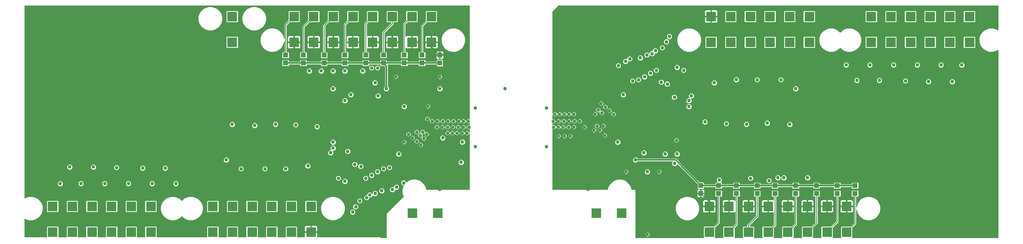
<source format=gbr>
G04 EAGLE Gerber RS-274X export*
G75*
%MOMM*%
%FSLAX34Y34*%
%LPD*%
%INBottom Copper*%
%IPPOS*%
%AMOC8*
5,1,8,0,0,1.08239X$1,22.5*%
G01*
%ADD10R,1.000000X1.100000*%
%ADD11R,2.100000X2.100000*%
%ADD12R,1.100000X1.000000*%
%ADD13C,0.756400*%
%ADD14C,0.152400*%
%ADD15C,0.304800*%

G36*
X787420Y10164D02*
X787420Y10164D01*
X787439Y10162D01*
X787541Y10184D01*
X787643Y10200D01*
X787660Y10210D01*
X787680Y10214D01*
X787769Y10267D01*
X787860Y10316D01*
X787874Y10330D01*
X787891Y10340D01*
X787958Y10419D01*
X788030Y10494D01*
X788038Y10512D01*
X788051Y10527D01*
X788090Y10623D01*
X788133Y10717D01*
X788135Y10737D01*
X788143Y10755D01*
X788161Y10922D01*
X788161Y63185D01*
X823982Y99005D01*
X824007Y99041D01*
X824040Y99070D01*
X824079Y99140D01*
X824125Y99205D01*
X824138Y99247D01*
X824160Y99285D01*
X824174Y99364D01*
X824198Y99440D01*
X824197Y99484D01*
X824205Y99527D01*
X824193Y99606D01*
X824191Y99686D01*
X824176Y99727D01*
X824170Y99771D01*
X824112Y99904D01*
X824107Y99917D01*
X824105Y99920D01*
X824103Y99924D01*
X823604Y100788D01*
X821889Y107188D01*
X821889Y113812D01*
X823604Y120212D01*
X824631Y121991D01*
X824665Y122081D01*
X824705Y122167D01*
X824708Y122195D01*
X824718Y122222D01*
X824722Y122317D01*
X824732Y122412D01*
X824726Y122439D01*
X824728Y122467D01*
X824700Y122559D01*
X824680Y122652D01*
X824666Y122676D01*
X824658Y122703D01*
X824603Y122781D01*
X824554Y122863D01*
X824533Y122881D01*
X824516Y122905D01*
X824440Y122961D01*
X824367Y123023D01*
X824341Y123034D01*
X824318Y123050D01*
X824228Y123079D01*
X824139Y123115D01*
X824104Y123119D01*
X824084Y123125D01*
X824051Y123125D01*
X823972Y123133D01*
X821862Y123133D01*
X818753Y126242D01*
X818753Y130638D01*
X821862Y133747D01*
X826258Y133747D01*
X829367Y130638D01*
X829367Y130237D01*
X829378Y130166D01*
X829380Y130095D01*
X829398Y130046D01*
X829406Y129994D01*
X829440Y129931D01*
X829465Y129864D01*
X829497Y129823D01*
X829521Y129777D01*
X829573Y129728D01*
X829618Y129672D01*
X829662Y129643D01*
X829700Y129608D01*
X829765Y129577D01*
X829825Y129539D01*
X829876Y129526D01*
X829923Y129504D01*
X829994Y129496D01*
X830064Y129479D01*
X830116Y129483D01*
X830167Y129477D01*
X830237Y129492D01*
X830309Y129498D01*
X830357Y129518D01*
X830408Y129529D01*
X830469Y129566D01*
X830535Y129594D01*
X830591Y129639D01*
X830619Y129655D01*
X830634Y129673D01*
X830666Y129699D01*
X831601Y130634D01*
X837338Y133946D01*
X843738Y135661D01*
X850362Y135661D01*
X856762Y133946D01*
X862499Y130634D01*
X867184Y125949D01*
X870496Y120212D01*
X872133Y114103D01*
X872151Y114063D01*
X872160Y114020D01*
X872201Y113952D01*
X872234Y113879D01*
X872264Y113847D01*
X872286Y113809D01*
X872347Y113757D01*
X872402Y113699D01*
X872440Y113678D01*
X872473Y113649D01*
X872548Y113619D01*
X872618Y113581D01*
X872661Y113574D01*
X872701Y113557D01*
X872846Y113541D01*
X872860Y113539D01*
X872863Y113539D01*
X872868Y113539D01*
X965200Y113539D01*
X965220Y113542D01*
X965239Y113540D01*
X965341Y113562D01*
X965443Y113579D01*
X965460Y113588D01*
X965480Y113592D01*
X965569Y113645D01*
X965660Y113694D01*
X965674Y113708D01*
X965691Y113718D01*
X965758Y113797D01*
X965830Y113872D01*
X965838Y113890D01*
X965851Y113905D01*
X965890Y114001D01*
X965933Y114095D01*
X965935Y114115D01*
X965943Y114133D01*
X965961Y114300D01*
X965961Y233680D01*
X965946Y233776D01*
X965936Y233873D01*
X965926Y233897D01*
X965922Y233923D01*
X965876Y234009D01*
X965836Y234098D01*
X965819Y234117D01*
X965806Y234140D01*
X965736Y234207D01*
X965670Y234279D01*
X965647Y234292D01*
X965628Y234310D01*
X965540Y234351D01*
X965454Y234398D01*
X965429Y234402D01*
X965405Y234413D01*
X965308Y234424D01*
X965212Y234441D01*
X965186Y234437D01*
X965161Y234440D01*
X965065Y234420D01*
X964969Y234405D01*
X964946Y234394D01*
X964920Y234388D01*
X964837Y234338D01*
X964750Y234294D01*
X964731Y234275D01*
X964709Y234262D01*
X964646Y234188D01*
X964578Y234118D01*
X964562Y234090D01*
X964549Y234075D01*
X964537Y234044D01*
X964497Y233971D01*
X963501Y231569D01*
X960120Y230168D01*
X956739Y231569D01*
X955743Y233971D01*
X955705Y234032D01*
X955676Y234098D01*
X955641Y234136D01*
X955614Y234180D01*
X955558Y234226D01*
X955510Y234279D01*
X955464Y234304D01*
X955424Y234337D01*
X955357Y234363D01*
X955294Y234398D01*
X955243Y234407D01*
X955195Y234425D01*
X955123Y234429D01*
X955052Y234441D01*
X955001Y234434D01*
X954949Y234436D01*
X954880Y234416D01*
X954809Y234405D01*
X954763Y234382D01*
X954713Y234367D01*
X954654Y234327D01*
X954590Y234294D01*
X954553Y234257D01*
X954511Y234227D01*
X954468Y234170D01*
X954418Y234118D01*
X954383Y234056D01*
X954364Y234030D01*
X954357Y234007D01*
X954337Y233971D01*
X953341Y231569D01*
X949960Y230168D01*
X946579Y231569D01*
X945178Y234950D01*
X946579Y238331D01*
X949960Y239732D01*
X953341Y238331D01*
X954337Y235929D01*
X954374Y235868D01*
X954404Y235802D01*
X954439Y235764D01*
X954466Y235720D01*
X954521Y235674D01*
X954570Y235621D01*
X954616Y235596D01*
X954656Y235563D01*
X954723Y235537D01*
X954786Y235502D01*
X954837Y235493D01*
X954885Y235475D01*
X954957Y235471D01*
X955028Y235459D01*
X955079Y235466D01*
X955131Y235464D01*
X955200Y235484D01*
X955271Y235495D01*
X955317Y235518D01*
X955367Y235533D01*
X955426Y235573D01*
X955490Y235606D01*
X955527Y235643D01*
X955569Y235673D01*
X955612Y235730D01*
X955662Y235782D01*
X955697Y235844D01*
X955716Y235870D01*
X955723Y235893D01*
X955743Y235929D01*
X956739Y238331D01*
X960120Y239732D01*
X963501Y238331D01*
X964497Y235929D01*
X964548Y235846D01*
X964594Y235760D01*
X964613Y235742D01*
X964626Y235720D01*
X964701Y235657D01*
X964772Y235590D01*
X964796Y235579D01*
X964816Y235563D01*
X964907Y235528D01*
X964995Y235487D01*
X965021Y235484D01*
X965045Y235475D01*
X965143Y235470D01*
X965239Y235460D01*
X965265Y235465D01*
X965291Y235464D01*
X965385Y235491D01*
X965480Y235512D01*
X965502Y235525D01*
X965527Y235533D01*
X965607Y235588D01*
X965691Y235638D01*
X965708Y235658D01*
X965729Y235673D01*
X965788Y235751D01*
X965851Y235825D01*
X965861Y235849D01*
X965876Y235870D01*
X965906Y235963D01*
X965943Y236053D01*
X965946Y236086D01*
X965952Y236104D01*
X965952Y236137D01*
X965961Y236220D01*
X965961Y242570D01*
X965954Y242615D01*
X965956Y242661D01*
X965934Y242736D01*
X965922Y242813D01*
X965900Y242853D01*
X965887Y242897D01*
X965843Y242961D01*
X965806Y243030D01*
X965773Y243062D01*
X965747Y243099D01*
X965685Y243146D01*
X965628Y243200D01*
X965586Y243219D01*
X965550Y243246D01*
X965476Y243270D01*
X965405Y243303D01*
X965359Y243308D01*
X965316Y243322D01*
X965238Y243322D01*
X965161Y243330D01*
X965116Y243321D01*
X965070Y243320D01*
X964938Y243282D01*
X964920Y243278D01*
X964916Y243275D01*
X964909Y243273D01*
X963930Y242868D01*
X960549Y244269D01*
X959148Y247650D01*
X960549Y251031D01*
X963930Y252432D01*
X964909Y252027D01*
X964953Y252016D01*
X964995Y251997D01*
X965072Y251988D01*
X965148Y251970D01*
X965194Y251975D01*
X965239Y251970D01*
X965316Y251986D01*
X965393Y251994D01*
X965435Y252012D01*
X965480Y252022D01*
X965547Y252062D01*
X965618Y252094D01*
X965652Y252125D01*
X965691Y252148D01*
X965742Y252207D01*
X965799Y252260D01*
X965821Y252300D01*
X965851Y252335D01*
X965880Y252407D01*
X965917Y252475D01*
X965926Y252521D01*
X965943Y252563D01*
X965958Y252699D01*
X965961Y252718D01*
X965960Y252723D01*
X965961Y252730D01*
X965961Y255796D01*
X965954Y255841D01*
X965956Y255887D01*
X965934Y255962D01*
X965922Y256039D01*
X965900Y256079D01*
X965887Y256124D01*
X965843Y256188D01*
X965806Y256256D01*
X965773Y256288D01*
X965747Y256326D01*
X965685Y256372D01*
X965628Y256426D01*
X965586Y256445D01*
X965550Y256472D01*
X965476Y256496D01*
X965405Y256529D01*
X965359Y256534D01*
X965316Y256549D01*
X965238Y256548D01*
X965161Y256556D01*
X965116Y256547D01*
X965070Y256546D01*
X964938Y256508D01*
X964920Y256504D01*
X964916Y256502D01*
X964909Y256499D01*
X962660Y255568D01*
X959279Y256969D01*
X958283Y259371D01*
X958245Y259432D01*
X958216Y259498D01*
X958181Y259536D01*
X958154Y259580D01*
X958098Y259626D01*
X958050Y259679D01*
X958004Y259704D01*
X957964Y259737D01*
X957897Y259763D01*
X957834Y259798D01*
X957783Y259807D01*
X957735Y259825D01*
X957663Y259829D01*
X957592Y259841D01*
X957541Y259834D01*
X957489Y259836D01*
X957420Y259816D01*
X957349Y259805D01*
X957303Y259782D01*
X957253Y259767D01*
X957194Y259727D01*
X957130Y259694D01*
X957093Y259657D01*
X957051Y259627D01*
X957008Y259570D01*
X956958Y259518D01*
X956923Y259456D01*
X956904Y259430D01*
X956897Y259407D01*
X956877Y259371D01*
X955881Y256969D01*
X952500Y255568D01*
X949119Y256969D01*
X948123Y259371D01*
X948085Y259432D01*
X948056Y259498D01*
X948021Y259536D01*
X947994Y259580D01*
X947938Y259626D01*
X947890Y259679D01*
X947844Y259704D01*
X947804Y259737D01*
X947737Y259763D01*
X947674Y259798D01*
X947623Y259807D01*
X947575Y259825D01*
X947503Y259829D01*
X947432Y259841D01*
X947381Y259834D01*
X947329Y259836D01*
X947260Y259816D01*
X947189Y259805D01*
X947143Y259782D01*
X947093Y259767D01*
X947034Y259727D01*
X946970Y259694D01*
X946933Y259657D01*
X946891Y259627D01*
X946848Y259570D01*
X946798Y259518D01*
X946763Y259456D01*
X946744Y259430D01*
X946737Y259407D01*
X946717Y259371D01*
X945721Y256969D01*
X942340Y255568D01*
X938959Y256969D01*
X937558Y260350D01*
X938959Y263731D01*
X942340Y265132D01*
X945721Y263731D01*
X946717Y261329D01*
X946754Y261268D01*
X946784Y261202D01*
X946819Y261164D01*
X946846Y261120D01*
X946901Y261074D01*
X946950Y261021D01*
X946996Y260996D01*
X947036Y260963D01*
X947103Y260937D01*
X947166Y260902D01*
X947217Y260893D01*
X947265Y260875D01*
X947337Y260871D01*
X947408Y260859D01*
X947459Y260866D01*
X947511Y260864D01*
X947580Y260884D01*
X947651Y260895D01*
X947697Y260918D01*
X947747Y260933D01*
X947806Y260973D01*
X947870Y261006D01*
X947907Y261043D01*
X947949Y261073D01*
X947992Y261130D01*
X948042Y261182D01*
X948077Y261244D01*
X948096Y261270D01*
X948103Y261293D01*
X948123Y261329D01*
X949119Y263731D01*
X952500Y265132D01*
X955881Y263731D01*
X956877Y261329D01*
X956914Y261268D01*
X956944Y261202D01*
X956979Y261164D01*
X957006Y261120D01*
X957061Y261074D01*
X957110Y261021D01*
X957156Y260996D01*
X957196Y260963D01*
X957263Y260937D01*
X957326Y260902D01*
X957377Y260893D01*
X957425Y260875D01*
X957497Y260871D01*
X957568Y260859D01*
X957619Y260866D01*
X957671Y260864D01*
X957740Y260884D01*
X957811Y260895D01*
X957857Y260918D01*
X957907Y260933D01*
X957966Y260973D01*
X958030Y261006D01*
X958067Y261043D01*
X958109Y261073D01*
X958152Y261130D01*
X958202Y261182D01*
X958237Y261244D01*
X958256Y261270D01*
X958263Y261293D01*
X958283Y261329D01*
X959279Y263731D01*
X962660Y265132D01*
X964909Y264201D01*
X964953Y264190D01*
X964995Y264171D01*
X965072Y264162D01*
X965148Y264144D01*
X965194Y264149D01*
X965239Y264144D01*
X965316Y264160D01*
X965393Y264168D01*
X965435Y264186D01*
X965480Y264196D01*
X965547Y264236D01*
X965618Y264268D01*
X965652Y264299D01*
X965691Y264322D01*
X965742Y264381D01*
X965799Y264434D01*
X965821Y264474D01*
X965851Y264509D01*
X965880Y264581D01*
X965917Y264649D01*
X965926Y264695D01*
X965943Y264737D01*
X965958Y264873D01*
X965961Y264891D01*
X965960Y264896D01*
X965961Y264904D01*
X965961Y507078D01*
X965958Y507098D01*
X965960Y507117D01*
X965938Y507219D01*
X965921Y507321D01*
X965912Y507338D01*
X965908Y507358D01*
X965855Y507447D01*
X965806Y507538D01*
X965792Y507552D01*
X965782Y507569D01*
X965703Y507636D01*
X965628Y507708D01*
X965610Y507716D01*
X965595Y507729D01*
X965499Y507768D01*
X965405Y507811D01*
X965385Y507813D01*
X965367Y507821D01*
X965200Y507839D01*
X12700Y507839D01*
X12680Y507836D01*
X12661Y507838D01*
X12559Y507816D01*
X12457Y507800D01*
X12440Y507790D01*
X12420Y507786D01*
X12331Y507733D01*
X12240Y507684D01*
X12226Y507670D01*
X12209Y507660D01*
X12142Y507581D01*
X12071Y507506D01*
X12062Y507488D01*
X12049Y507473D01*
X12010Y507377D01*
X11967Y507283D01*
X11965Y507263D01*
X11957Y507245D01*
X11939Y507078D01*
X11939Y96069D01*
X11954Y95975D01*
X11963Y95880D01*
X11974Y95854D01*
X11979Y95826D01*
X12023Y95742D01*
X12061Y95655D01*
X12080Y95634D01*
X12094Y95609D01*
X12163Y95543D01*
X12227Y95473D01*
X12251Y95459D01*
X12272Y95439D01*
X12359Y95399D01*
X12442Y95353D01*
X12469Y95348D01*
X12495Y95336D01*
X12590Y95325D01*
X12683Y95308D01*
X12711Y95312D01*
X12739Y95309D01*
X12833Y95329D01*
X12927Y95342D01*
X12959Y95356D01*
X12980Y95361D01*
X13008Y95378D01*
X13081Y95410D01*
X16088Y97146D01*
X22488Y98861D01*
X29112Y98861D01*
X35512Y97146D01*
X41249Y93834D01*
X45934Y89149D01*
X49246Y83412D01*
X50961Y77012D01*
X50961Y70388D01*
X49246Y63988D01*
X45934Y58251D01*
X41249Y53566D01*
X35512Y50254D01*
X29112Y48539D01*
X22488Y48539D01*
X16088Y50254D01*
X13081Y51990D01*
X12992Y52024D01*
X12905Y52064D01*
X12877Y52067D01*
X12851Y52077D01*
X12755Y52081D01*
X12661Y52091D01*
X12633Y52085D01*
X12605Y52086D01*
X12513Y52059D01*
X12420Y52039D01*
X12396Y52025D01*
X12369Y52017D01*
X12291Y51962D01*
X12209Y51913D01*
X12191Y51892D01*
X12168Y51875D01*
X12111Y51799D01*
X12049Y51726D01*
X12039Y51700D01*
X12022Y51677D01*
X11993Y51586D01*
X11957Y51498D01*
X11953Y51463D01*
X11947Y51443D01*
X11947Y51410D01*
X11939Y51331D01*
X11939Y12700D01*
X11942Y12680D01*
X11940Y12661D01*
X11962Y12559D01*
X11979Y12457D01*
X11988Y12440D01*
X11992Y12420D01*
X12045Y12331D01*
X12094Y12240D01*
X12108Y12226D01*
X12118Y12209D01*
X12197Y12142D01*
X12272Y12071D01*
X12290Y12062D01*
X12305Y12049D01*
X12401Y12010D01*
X12495Y11967D01*
X12515Y11965D01*
X12533Y11957D01*
X12700Y11939D01*
X60014Y11939D01*
X60034Y11942D01*
X60053Y11940D01*
X60155Y11962D01*
X60257Y11978D01*
X60274Y11988D01*
X60294Y11992D01*
X60383Y12045D01*
X60474Y12094D01*
X60488Y12108D01*
X60505Y12118D01*
X60572Y12197D01*
X60644Y12272D01*
X60652Y12290D01*
X60665Y12305D01*
X60704Y12401D01*
X60747Y12495D01*
X60749Y12515D01*
X60757Y12533D01*
X60775Y12700D01*
X60775Y34432D01*
X61668Y35325D01*
X83932Y35325D01*
X84825Y34432D01*
X84825Y12700D01*
X84828Y12680D01*
X84826Y12661D01*
X84848Y12559D01*
X84864Y12457D01*
X84874Y12440D01*
X84878Y12420D01*
X84931Y12331D01*
X84980Y12240D01*
X84994Y12226D01*
X85004Y12209D01*
X85083Y12142D01*
X85158Y12071D01*
X85176Y12062D01*
X85191Y12049D01*
X85287Y12010D01*
X85381Y11967D01*
X85401Y11965D01*
X85419Y11957D01*
X85586Y11939D01*
X102014Y11939D01*
X102034Y11942D01*
X102053Y11940D01*
X102155Y11962D01*
X102257Y11979D01*
X102274Y11988D01*
X102294Y11992D01*
X102383Y12045D01*
X102474Y12094D01*
X102488Y12108D01*
X102505Y12118D01*
X102572Y12197D01*
X102644Y12272D01*
X102652Y12290D01*
X102665Y12305D01*
X102704Y12401D01*
X102747Y12495D01*
X102749Y12515D01*
X102757Y12533D01*
X102775Y12700D01*
X102775Y34432D01*
X103668Y35325D01*
X125932Y35325D01*
X126825Y34432D01*
X126825Y12700D01*
X126828Y12680D01*
X126826Y12661D01*
X126848Y12559D01*
X126864Y12457D01*
X126874Y12440D01*
X126878Y12420D01*
X126931Y12331D01*
X126980Y12240D01*
X126994Y12226D01*
X127004Y12209D01*
X127083Y12142D01*
X127158Y12071D01*
X127176Y12062D01*
X127191Y12049D01*
X127287Y12010D01*
X127381Y11967D01*
X127401Y11965D01*
X127419Y11957D01*
X127586Y11939D01*
X144014Y11939D01*
X144034Y11942D01*
X144053Y11940D01*
X144155Y11962D01*
X144257Y11979D01*
X144274Y11988D01*
X144294Y11992D01*
X144383Y12045D01*
X144474Y12094D01*
X144488Y12108D01*
X144505Y12118D01*
X144572Y12197D01*
X144644Y12272D01*
X144652Y12290D01*
X144665Y12305D01*
X144704Y12401D01*
X144747Y12495D01*
X144749Y12515D01*
X144757Y12533D01*
X144775Y12700D01*
X144775Y34432D01*
X145668Y35325D01*
X167932Y35325D01*
X168825Y34432D01*
X168825Y12700D01*
X168828Y12680D01*
X168826Y12661D01*
X168848Y12559D01*
X168864Y12457D01*
X168874Y12440D01*
X168878Y12420D01*
X168931Y12331D01*
X168980Y12240D01*
X168994Y12226D01*
X169004Y12209D01*
X169083Y12142D01*
X169158Y12071D01*
X169176Y12062D01*
X169191Y12049D01*
X169287Y12010D01*
X169381Y11967D01*
X169401Y11965D01*
X169419Y11957D01*
X169586Y11939D01*
X186014Y11939D01*
X186034Y11942D01*
X186053Y11940D01*
X186155Y11962D01*
X186257Y11979D01*
X186274Y11988D01*
X186294Y11992D01*
X186383Y12045D01*
X186474Y12094D01*
X186488Y12108D01*
X186505Y12118D01*
X186572Y12197D01*
X186644Y12272D01*
X186652Y12290D01*
X186665Y12305D01*
X186704Y12401D01*
X186747Y12495D01*
X186749Y12515D01*
X186757Y12533D01*
X186775Y12700D01*
X186775Y34432D01*
X187668Y35325D01*
X209932Y35325D01*
X210825Y34432D01*
X210825Y12700D01*
X210828Y12680D01*
X210826Y12661D01*
X210848Y12559D01*
X210864Y12457D01*
X210874Y12440D01*
X210878Y12420D01*
X210931Y12331D01*
X210980Y12240D01*
X210994Y12226D01*
X211004Y12209D01*
X211083Y12142D01*
X211158Y12071D01*
X211176Y12062D01*
X211191Y12049D01*
X211287Y12010D01*
X211381Y11967D01*
X211401Y11965D01*
X211419Y11957D01*
X211586Y11939D01*
X228014Y11939D01*
X228034Y11942D01*
X228053Y11940D01*
X228155Y11962D01*
X228257Y11979D01*
X228274Y11988D01*
X228294Y11992D01*
X228383Y12045D01*
X228474Y12094D01*
X228488Y12108D01*
X228505Y12118D01*
X228572Y12197D01*
X228644Y12272D01*
X228652Y12290D01*
X228665Y12305D01*
X228704Y12401D01*
X228747Y12495D01*
X228749Y12515D01*
X228757Y12533D01*
X228775Y12700D01*
X228775Y34432D01*
X229668Y35325D01*
X251932Y35325D01*
X252825Y34432D01*
X252825Y12700D01*
X252828Y12680D01*
X252826Y12661D01*
X252848Y12559D01*
X252864Y12457D01*
X252874Y12440D01*
X252878Y12420D01*
X252931Y12331D01*
X252980Y12240D01*
X252994Y12226D01*
X253004Y12209D01*
X253083Y12142D01*
X253158Y12071D01*
X253176Y12062D01*
X253191Y12049D01*
X253287Y12010D01*
X253381Y11967D01*
X253401Y11965D01*
X253419Y11957D01*
X253586Y11939D01*
X270014Y11939D01*
X270034Y11942D01*
X270053Y11940D01*
X270155Y11962D01*
X270257Y11979D01*
X270274Y11988D01*
X270294Y11992D01*
X270383Y12045D01*
X270474Y12094D01*
X270488Y12108D01*
X270505Y12118D01*
X270572Y12197D01*
X270644Y12272D01*
X270652Y12290D01*
X270665Y12305D01*
X270704Y12401D01*
X270747Y12495D01*
X270749Y12515D01*
X270757Y12533D01*
X270775Y12700D01*
X270775Y34432D01*
X271668Y35325D01*
X293932Y35325D01*
X294825Y34432D01*
X294825Y12700D01*
X294828Y12680D01*
X294826Y12661D01*
X294848Y12559D01*
X294864Y12457D01*
X294874Y12440D01*
X294878Y12420D01*
X294931Y12331D01*
X294980Y12240D01*
X294994Y12226D01*
X295004Y12209D01*
X295083Y12142D01*
X295158Y12071D01*
X295176Y12062D01*
X295191Y12049D01*
X295287Y12010D01*
X295381Y11967D01*
X295401Y11965D01*
X295419Y11957D01*
X295586Y11939D01*
X402914Y11939D01*
X402934Y11942D01*
X402953Y11940D01*
X403055Y11962D01*
X403157Y11979D01*
X403174Y11988D01*
X403194Y11992D01*
X403283Y12045D01*
X403374Y12094D01*
X403388Y12108D01*
X403405Y12118D01*
X403472Y12197D01*
X403544Y12272D01*
X403552Y12290D01*
X403565Y12305D01*
X403604Y12401D01*
X403647Y12495D01*
X403649Y12515D01*
X403657Y12533D01*
X403675Y12700D01*
X403675Y34432D01*
X404568Y35325D01*
X426832Y35325D01*
X427725Y34432D01*
X427725Y12700D01*
X427728Y12680D01*
X427726Y12661D01*
X427748Y12559D01*
X427764Y12457D01*
X427774Y12440D01*
X427778Y12420D01*
X427831Y12331D01*
X427880Y12240D01*
X427894Y12226D01*
X427904Y12209D01*
X427983Y12142D01*
X428058Y12071D01*
X428076Y12062D01*
X428091Y12049D01*
X428187Y12010D01*
X428281Y11967D01*
X428301Y11965D01*
X428319Y11957D01*
X428486Y11939D01*
X444914Y11939D01*
X444934Y11942D01*
X444953Y11940D01*
X445055Y11962D01*
X445157Y11979D01*
X445174Y11988D01*
X445194Y11992D01*
X445283Y12045D01*
X445374Y12094D01*
X445388Y12108D01*
X445405Y12118D01*
X445472Y12197D01*
X445544Y12272D01*
X445552Y12290D01*
X445565Y12305D01*
X445604Y12401D01*
X445647Y12495D01*
X445649Y12515D01*
X445657Y12533D01*
X445675Y12700D01*
X445675Y34432D01*
X446568Y35325D01*
X468832Y35325D01*
X469725Y34432D01*
X469725Y12700D01*
X469728Y12680D01*
X469726Y12661D01*
X469748Y12559D01*
X469764Y12457D01*
X469774Y12440D01*
X469778Y12420D01*
X469831Y12331D01*
X469880Y12240D01*
X469894Y12226D01*
X469904Y12209D01*
X469983Y12142D01*
X470058Y12071D01*
X470076Y12062D01*
X470091Y12049D01*
X470187Y12010D01*
X470281Y11967D01*
X470301Y11965D01*
X470319Y11957D01*
X470486Y11939D01*
X486914Y11939D01*
X486934Y11942D01*
X486953Y11940D01*
X487055Y11962D01*
X487157Y11979D01*
X487174Y11988D01*
X487194Y11992D01*
X487283Y12045D01*
X487374Y12094D01*
X487388Y12108D01*
X487405Y12118D01*
X487472Y12197D01*
X487544Y12272D01*
X487552Y12290D01*
X487565Y12305D01*
X487604Y12401D01*
X487647Y12495D01*
X487649Y12515D01*
X487657Y12533D01*
X487675Y12700D01*
X487675Y34432D01*
X488568Y35325D01*
X510832Y35325D01*
X511725Y34432D01*
X511725Y12700D01*
X511728Y12680D01*
X511726Y12661D01*
X511748Y12559D01*
X511764Y12457D01*
X511774Y12440D01*
X511778Y12420D01*
X511831Y12331D01*
X511880Y12240D01*
X511894Y12226D01*
X511904Y12209D01*
X511983Y12142D01*
X512058Y12070D01*
X512076Y12062D01*
X512091Y12049D01*
X512187Y12010D01*
X512281Y11967D01*
X512301Y11965D01*
X512319Y11957D01*
X512486Y11939D01*
X528914Y11939D01*
X528934Y11942D01*
X528953Y11940D01*
X529055Y11962D01*
X529157Y11978D01*
X529174Y11988D01*
X529194Y11992D01*
X529283Y12045D01*
X529374Y12094D01*
X529388Y12108D01*
X529405Y12118D01*
X529472Y12197D01*
X529544Y12272D01*
X529552Y12290D01*
X529565Y12305D01*
X529604Y12401D01*
X529647Y12495D01*
X529649Y12515D01*
X529657Y12533D01*
X529675Y12700D01*
X529675Y34432D01*
X530568Y35325D01*
X552832Y35325D01*
X553725Y34432D01*
X553725Y12700D01*
X553728Y12680D01*
X553726Y12661D01*
X553748Y12559D01*
X553764Y12457D01*
X553774Y12440D01*
X553778Y12420D01*
X553831Y12331D01*
X553880Y12240D01*
X553894Y12226D01*
X553904Y12209D01*
X553983Y12142D01*
X554058Y12071D01*
X554076Y12062D01*
X554091Y12049D01*
X554187Y12010D01*
X554281Y11967D01*
X554301Y11965D01*
X554319Y11957D01*
X554486Y11939D01*
X570914Y11939D01*
X570934Y11942D01*
X570953Y11940D01*
X571055Y11962D01*
X571157Y11979D01*
X571174Y11988D01*
X571194Y11992D01*
X571283Y12045D01*
X571374Y12094D01*
X571388Y12108D01*
X571405Y12118D01*
X571472Y12197D01*
X571544Y12272D01*
X571552Y12290D01*
X571565Y12305D01*
X571604Y12401D01*
X571647Y12495D01*
X571649Y12515D01*
X571657Y12533D01*
X571675Y12700D01*
X571675Y34432D01*
X572568Y35325D01*
X594832Y35325D01*
X595725Y34432D01*
X595725Y12700D01*
X595728Y12680D01*
X595726Y12661D01*
X595748Y12559D01*
X595764Y12457D01*
X595774Y12440D01*
X595778Y12420D01*
X595831Y12331D01*
X595880Y12240D01*
X595894Y12226D01*
X595904Y12209D01*
X595983Y12142D01*
X596058Y12071D01*
X596076Y12062D01*
X596091Y12049D01*
X596187Y12010D01*
X596281Y11967D01*
X596301Y11965D01*
X596319Y11957D01*
X596486Y11939D01*
X611898Y11939D01*
X611918Y11942D01*
X611937Y11940D01*
X612039Y11962D01*
X612141Y11979D01*
X612158Y11988D01*
X612178Y11992D01*
X612267Y12045D01*
X612358Y12094D01*
X612372Y12108D01*
X612389Y12118D01*
X612456Y12197D01*
X612528Y12272D01*
X612536Y12290D01*
X612549Y12305D01*
X612588Y12401D01*
X612631Y12495D01*
X612633Y12515D01*
X612641Y12533D01*
X612659Y12700D01*
X612659Y21777D01*
X624938Y21777D01*
X624958Y21780D01*
X624977Y21778D01*
X625079Y21800D01*
X625181Y21817D01*
X625198Y21826D01*
X625218Y21830D01*
X625307Y21883D01*
X625398Y21932D01*
X625412Y21946D01*
X625429Y21956D01*
X625496Y22035D01*
X625567Y22110D01*
X625576Y22128D01*
X625589Y22143D01*
X625627Y22239D01*
X625671Y22333D01*
X625673Y22353D01*
X625681Y22371D01*
X625699Y22538D01*
X625699Y23301D01*
X625701Y23301D01*
X625701Y22538D01*
X625704Y22518D01*
X625702Y22499D01*
X625724Y22397D01*
X625741Y22295D01*
X625750Y22278D01*
X625754Y22258D01*
X625807Y22169D01*
X625856Y22078D01*
X625870Y22064D01*
X625880Y22047D01*
X625959Y21980D01*
X626034Y21909D01*
X626052Y21900D01*
X626067Y21887D01*
X626163Y21848D01*
X626257Y21805D01*
X626277Y21803D01*
X626295Y21795D01*
X626462Y21777D01*
X638741Y21777D01*
X638741Y12700D01*
X638744Y12680D01*
X638742Y12661D01*
X638764Y12559D01*
X638780Y12457D01*
X638790Y12440D01*
X638794Y12420D01*
X638847Y12331D01*
X638896Y12240D01*
X638910Y12226D01*
X638920Y12209D01*
X638999Y12142D01*
X639074Y12071D01*
X639092Y12062D01*
X639107Y12049D01*
X639203Y12010D01*
X639297Y11967D01*
X639317Y11965D01*
X639335Y11957D01*
X639502Y11939D01*
X774385Y11939D01*
X775940Y10384D01*
X776014Y10331D01*
X776083Y10271D01*
X776113Y10259D01*
X776139Y10240D01*
X776226Y10213D01*
X776311Y10179D01*
X776352Y10175D01*
X776375Y10168D01*
X776407Y10169D01*
X776478Y10161D01*
X787400Y10161D01*
X787420Y10164D01*
G37*
G36*
X1466816Y10172D02*
X1466816Y10172D01*
X1466888Y10174D01*
X1466937Y10192D01*
X1466988Y10200D01*
X1467051Y10234D01*
X1467119Y10259D01*
X1467159Y10291D01*
X1467205Y10316D01*
X1467255Y10368D01*
X1467311Y10412D01*
X1467339Y10456D01*
X1467375Y10494D01*
X1467405Y10559D01*
X1467444Y10619D01*
X1467456Y10670D01*
X1467478Y10717D01*
X1467486Y10788D01*
X1467504Y10858D01*
X1467500Y10910D01*
X1467505Y10961D01*
X1467490Y11032D01*
X1467485Y11103D01*
X1467464Y11151D01*
X1467453Y11202D01*
X1467416Y11263D01*
X1467388Y11329D01*
X1467343Y11385D01*
X1467327Y11413D01*
X1467309Y11428D01*
X1467283Y11460D01*
X1466575Y12168D01*
X1466575Y34432D01*
X1467468Y35325D01*
X1487075Y35325D01*
X1487166Y35339D01*
X1487256Y35347D01*
X1487286Y35359D01*
X1487318Y35364D01*
X1487399Y35407D01*
X1487483Y35443D01*
X1487515Y35469D01*
X1487536Y35480D01*
X1487558Y35503D01*
X1487614Y35548D01*
X1496090Y44024D01*
X1496143Y44098D01*
X1496203Y44168D01*
X1496215Y44198D01*
X1496234Y44224D01*
X1496261Y44311D01*
X1496295Y44396D01*
X1496299Y44437D01*
X1496306Y44459D01*
X1496305Y44491D01*
X1496313Y44563D01*
X1496313Y98514D01*
X1496310Y98534D01*
X1496312Y98553D01*
X1496290Y98655D01*
X1496274Y98757D01*
X1496264Y98774D01*
X1496260Y98794D01*
X1496207Y98883D01*
X1496158Y98974D01*
X1496144Y98988D01*
X1496134Y99005D01*
X1496055Y99072D01*
X1495980Y99144D01*
X1495962Y99152D01*
X1495947Y99165D01*
X1495851Y99204D01*
X1495757Y99247D01*
X1495737Y99249D01*
X1495719Y99257D01*
X1495552Y99275D01*
X1492468Y99275D01*
X1491575Y100168D01*
X1491575Y111432D01*
X1492468Y112325D01*
X1504732Y112325D01*
X1505625Y111432D01*
X1505625Y100168D01*
X1504732Y99275D01*
X1501648Y99275D01*
X1501628Y99272D01*
X1501609Y99274D01*
X1501507Y99252D01*
X1501405Y99236D01*
X1501388Y99226D01*
X1501368Y99222D01*
X1501279Y99169D01*
X1501188Y99120D01*
X1501174Y99106D01*
X1501157Y99096D01*
X1501090Y99017D01*
X1501018Y98942D01*
X1501010Y98924D01*
X1500997Y98909D01*
X1500958Y98813D01*
X1500915Y98719D01*
X1500913Y98699D01*
X1500905Y98681D01*
X1500887Y98514D01*
X1500887Y42353D01*
X1490848Y32314D01*
X1490795Y32240D01*
X1490735Y32170D01*
X1490723Y32140D01*
X1490704Y32114D01*
X1490677Y32027D01*
X1490643Y31942D01*
X1490639Y31901D01*
X1490632Y31879D01*
X1490633Y31847D01*
X1490625Y31775D01*
X1490625Y12168D01*
X1489917Y11460D01*
X1489875Y11402D01*
X1489825Y11350D01*
X1489803Y11303D01*
X1489773Y11261D01*
X1489752Y11192D01*
X1489722Y11127D01*
X1489716Y11075D01*
X1489701Y11025D01*
X1489703Y10954D01*
X1489695Y10883D01*
X1489706Y10832D01*
X1489707Y10780D01*
X1489732Y10712D01*
X1489747Y10642D01*
X1489774Y10597D01*
X1489791Y10549D01*
X1489836Y10493D01*
X1489873Y10431D01*
X1489913Y10397D01*
X1489945Y10357D01*
X1490005Y10318D01*
X1490060Y10271D01*
X1490108Y10252D01*
X1490152Y10224D01*
X1490222Y10206D01*
X1490288Y10179D01*
X1490359Y10171D01*
X1490391Y10163D01*
X1490414Y10165D01*
X1490455Y10161D01*
X1508745Y10161D01*
X1508816Y10172D01*
X1508888Y10174D01*
X1508937Y10192D01*
X1508988Y10200D01*
X1509051Y10234D01*
X1509119Y10259D01*
X1509159Y10291D01*
X1509205Y10316D01*
X1509255Y10368D01*
X1509311Y10412D01*
X1509339Y10456D01*
X1509375Y10494D01*
X1509405Y10559D01*
X1509444Y10619D01*
X1509456Y10670D01*
X1509478Y10717D01*
X1509486Y10788D01*
X1509504Y10858D01*
X1509500Y10910D01*
X1509505Y10961D01*
X1509490Y11032D01*
X1509485Y11103D01*
X1509464Y11151D01*
X1509453Y11202D01*
X1509416Y11263D01*
X1509388Y11329D01*
X1509343Y11385D01*
X1509327Y11413D01*
X1509309Y11428D01*
X1509283Y11460D01*
X1508575Y12168D01*
X1508575Y34432D01*
X1509468Y35325D01*
X1529075Y35325D01*
X1529166Y35339D01*
X1529256Y35347D01*
X1529286Y35359D01*
X1529318Y35364D01*
X1529399Y35407D01*
X1529483Y35443D01*
X1529515Y35469D01*
X1529536Y35480D01*
X1529558Y35503D01*
X1529614Y35548D01*
X1534190Y40124D01*
X1534243Y40198D01*
X1534303Y40268D01*
X1534315Y40298D01*
X1534334Y40324D01*
X1534361Y40411D01*
X1534395Y40496D01*
X1534399Y40537D01*
X1534406Y40559D01*
X1534405Y40591D01*
X1534413Y40663D01*
X1534413Y65682D01*
X1534402Y65753D01*
X1534400Y65825D01*
X1534382Y65874D01*
X1534374Y65925D01*
X1534340Y65988D01*
X1534315Y66056D01*
X1534283Y66096D01*
X1534258Y66142D01*
X1534206Y66192D01*
X1534162Y66248D01*
X1534118Y66276D01*
X1534080Y66312D01*
X1534015Y66342D01*
X1533955Y66381D01*
X1533904Y66394D01*
X1533857Y66415D01*
X1533786Y66423D01*
X1533716Y66441D01*
X1533664Y66437D01*
X1533613Y66443D01*
X1533542Y66427D01*
X1533471Y66422D01*
X1533423Y66401D01*
X1533372Y66390D01*
X1533311Y66353D01*
X1533245Y66325D01*
X1533189Y66281D01*
X1533161Y66264D01*
X1533146Y66246D01*
X1533114Y66221D01*
X1532660Y65767D01*
X1532081Y65432D01*
X1531434Y65259D01*
X1522123Y65259D01*
X1522123Y77538D01*
X1522120Y77558D01*
X1522122Y77577D01*
X1522100Y77679D01*
X1522083Y77781D01*
X1522074Y77798D01*
X1522070Y77818D01*
X1522017Y77907D01*
X1521968Y77998D01*
X1521954Y78012D01*
X1521944Y78029D01*
X1521865Y78096D01*
X1521790Y78167D01*
X1521772Y78176D01*
X1521757Y78189D01*
X1521661Y78227D01*
X1521567Y78271D01*
X1521547Y78273D01*
X1521529Y78281D01*
X1521362Y78299D01*
X1520599Y78299D01*
X1520599Y78301D01*
X1521362Y78301D01*
X1521382Y78304D01*
X1521401Y78302D01*
X1521503Y78324D01*
X1521605Y78341D01*
X1521622Y78350D01*
X1521642Y78354D01*
X1521731Y78407D01*
X1521822Y78456D01*
X1521836Y78470D01*
X1521853Y78480D01*
X1521920Y78559D01*
X1521991Y78634D01*
X1522000Y78652D01*
X1522013Y78667D01*
X1522052Y78763D01*
X1522095Y78857D01*
X1522097Y78877D01*
X1522105Y78895D01*
X1522123Y79062D01*
X1522123Y91341D01*
X1531434Y91341D01*
X1532081Y91168D01*
X1532660Y90833D01*
X1533114Y90379D01*
X1533172Y90337D01*
X1533224Y90288D01*
X1533271Y90266D01*
X1533313Y90236D01*
X1533382Y90215D01*
X1533447Y90185D01*
X1533499Y90179D01*
X1533549Y90163D01*
X1533620Y90165D01*
X1533691Y90157D01*
X1533742Y90169D01*
X1533794Y90170D01*
X1533862Y90194D01*
X1533932Y90210D01*
X1533977Y90236D01*
X1534025Y90254D01*
X1534081Y90299D01*
X1534143Y90336D01*
X1534177Y90375D01*
X1534217Y90408D01*
X1534256Y90468D01*
X1534303Y90523D01*
X1534322Y90571D01*
X1534350Y90615D01*
X1534368Y90684D01*
X1534395Y90751D01*
X1534403Y90822D01*
X1534411Y90853D01*
X1534409Y90877D01*
X1534413Y90918D01*
X1534413Y98514D01*
X1534410Y98534D01*
X1534412Y98553D01*
X1534390Y98655D01*
X1534374Y98757D01*
X1534364Y98774D01*
X1534360Y98794D01*
X1534307Y98883D01*
X1534258Y98974D01*
X1534244Y98988D01*
X1534234Y99005D01*
X1534155Y99072D01*
X1534080Y99144D01*
X1534062Y99152D01*
X1534047Y99165D01*
X1533951Y99204D01*
X1533857Y99247D01*
X1533837Y99249D01*
X1533819Y99257D01*
X1533652Y99275D01*
X1530568Y99275D01*
X1529675Y100168D01*
X1529675Y111432D01*
X1530568Y112325D01*
X1542832Y112325D01*
X1543725Y111432D01*
X1543725Y100168D01*
X1542832Y99275D01*
X1539748Y99275D01*
X1539728Y99272D01*
X1539709Y99274D01*
X1539607Y99252D01*
X1539505Y99236D01*
X1539488Y99226D01*
X1539468Y99222D01*
X1539379Y99169D01*
X1539288Y99120D01*
X1539274Y99106D01*
X1539257Y99096D01*
X1539190Y99017D01*
X1539118Y98942D01*
X1539110Y98924D01*
X1539097Y98909D01*
X1539058Y98813D01*
X1539015Y98719D01*
X1539013Y98699D01*
X1539005Y98681D01*
X1538987Y98514D01*
X1538987Y38453D01*
X1532848Y32314D01*
X1532795Y32240D01*
X1532735Y32170D01*
X1532723Y32140D01*
X1532704Y32114D01*
X1532677Y32027D01*
X1532643Y31942D01*
X1532639Y31901D01*
X1532632Y31879D01*
X1532633Y31847D01*
X1532625Y31775D01*
X1532625Y12168D01*
X1531917Y11460D01*
X1531875Y11402D01*
X1531825Y11350D01*
X1531803Y11303D01*
X1531773Y11261D01*
X1531752Y11192D01*
X1531722Y11127D01*
X1531716Y11075D01*
X1531701Y11025D01*
X1531703Y10954D01*
X1531695Y10883D01*
X1531706Y10832D01*
X1531707Y10780D01*
X1531732Y10712D01*
X1531747Y10642D01*
X1531774Y10597D01*
X1531791Y10549D01*
X1531836Y10493D01*
X1531873Y10431D01*
X1531913Y10397D01*
X1531945Y10357D01*
X1532005Y10318D01*
X1532060Y10271D01*
X1532108Y10252D01*
X1532152Y10224D01*
X1532222Y10206D01*
X1532288Y10179D01*
X1532359Y10171D01*
X1532391Y10163D01*
X1532414Y10165D01*
X1532455Y10161D01*
X1550745Y10161D01*
X1550816Y10172D01*
X1550888Y10174D01*
X1550937Y10192D01*
X1550988Y10200D01*
X1551051Y10234D01*
X1551119Y10259D01*
X1551159Y10291D01*
X1551205Y10316D01*
X1551255Y10368D01*
X1551311Y10412D01*
X1551339Y10456D01*
X1551375Y10494D01*
X1551405Y10559D01*
X1551444Y10619D01*
X1551456Y10670D01*
X1551478Y10717D01*
X1551486Y10788D01*
X1551504Y10858D01*
X1551500Y10910D01*
X1551505Y10961D01*
X1551490Y11032D01*
X1551485Y11103D01*
X1551464Y11151D01*
X1551453Y11202D01*
X1551416Y11263D01*
X1551388Y11329D01*
X1551343Y11385D01*
X1551327Y11413D01*
X1551309Y11428D01*
X1551283Y11460D01*
X1550575Y12168D01*
X1550575Y34432D01*
X1551468Y35325D01*
X1559552Y35325D01*
X1559572Y35328D01*
X1559591Y35326D01*
X1559693Y35348D01*
X1559795Y35364D01*
X1559812Y35374D01*
X1559832Y35378D01*
X1559921Y35431D01*
X1560012Y35480D01*
X1560026Y35494D01*
X1560043Y35504D01*
X1560110Y35583D01*
X1560182Y35658D01*
X1560190Y35676D01*
X1560203Y35691D01*
X1560242Y35787D01*
X1560285Y35881D01*
X1560287Y35901D01*
X1560295Y35919D01*
X1560313Y36086D01*
X1560313Y39547D01*
X1578640Y57874D01*
X1578693Y57948D01*
X1578753Y58018D01*
X1578765Y58048D01*
X1578784Y58074D01*
X1578811Y58161D01*
X1578845Y58246D01*
X1578849Y58287D01*
X1578856Y58309D01*
X1578855Y58341D01*
X1578863Y58413D01*
X1578863Y98514D01*
X1578860Y98534D01*
X1578862Y98553D01*
X1578840Y98655D01*
X1578824Y98757D01*
X1578814Y98774D01*
X1578810Y98794D01*
X1578757Y98883D01*
X1578708Y98974D01*
X1578694Y98988D01*
X1578684Y99005D01*
X1578605Y99072D01*
X1578530Y99144D01*
X1578512Y99152D01*
X1578497Y99165D01*
X1578401Y99204D01*
X1578307Y99247D01*
X1578287Y99249D01*
X1578269Y99257D01*
X1578102Y99275D01*
X1575018Y99275D01*
X1574125Y100168D01*
X1574125Y111432D01*
X1575018Y112325D01*
X1587282Y112325D01*
X1588175Y111432D01*
X1588175Y100168D01*
X1587282Y99275D01*
X1584198Y99275D01*
X1584178Y99272D01*
X1584159Y99274D01*
X1584057Y99252D01*
X1583955Y99236D01*
X1583938Y99226D01*
X1583918Y99222D01*
X1583829Y99169D01*
X1583738Y99120D01*
X1583724Y99106D01*
X1583707Y99096D01*
X1583640Y99017D01*
X1583568Y98942D01*
X1583560Y98924D01*
X1583547Y98909D01*
X1583508Y98813D01*
X1583465Y98719D01*
X1583463Y98699D01*
X1583455Y98681D01*
X1583437Y98514D01*
X1583437Y56203D01*
X1565110Y37876D01*
X1565057Y37802D01*
X1564997Y37732D01*
X1564985Y37702D01*
X1564966Y37676D01*
X1564939Y37589D01*
X1564905Y37504D01*
X1564901Y37463D01*
X1564894Y37441D01*
X1564895Y37409D01*
X1564887Y37337D01*
X1564887Y36086D01*
X1564890Y36066D01*
X1564888Y36047D01*
X1564910Y35945D01*
X1564926Y35843D01*
X1564936Y35826D01*
X1564940Y35806D01*
X1564993Y35717D01*
X1565042Y35626D01*
X1565056Y35612D01*
X1565066Y35595D01*
X1565145Y35528D01*
X1565220Y35456D01*
X1565238Y35448D01*
X1565253Y35435D01*
X1565349Y35396D01*
X1565443Y35353D01*
X1565463Y35351D01*
X1565481Y35343D01*
X1565648Y35325D01*
X1573732Y35325D01*
X1574625Y34432D01*
X1574625Y12168D01*
X1573917Y11460D01*
X1573875Y11402D01*
X1573825Y11350D01*
X1573803Y11303D01*
X1573773Y11261D01*
X1573752Y11192D01*
X1573722Y11127D01*
X1573716Y11075D01*
X1573701Y11025D01*
X1573703Y10954D01*
X1573695Y10883D01*
X1573706Y10832D01*
X1573707Y10780D01*
X1573732Y10712D01*
X1573747Y10642D01*
X1573774Y10597D01*
X1573791Y10549D01*
X1573836Y10493D01*
X1573873Y10431D01*
X1573913Y10397D01*
X1573945Y10357D01*
X1574005Y10318D01*
X1574060Y10271D01*
X1574108Y10252D01*
X1574152Y10224D01*
X1574222Y10206D01*
X1574288Y10179D01*
X1574359Y10171D01*
X1574391Y10163D01*
X1574414Y10165D01*
X1574455Y10161D01*
X1592745Y10161D01*
X1592816Y10172D01*
X1592888Y10174D01*
X1592937Y10192D01*
X1592988Y10200D01*
X1593051Y10234D01*
X1593119Y10259D01*
X1593159Y10291D01*
X1593205Y10316D01*
X1593255Y10368D01*
X1593311Y10412D01*
X1593339Y10456D01*
X1593375Y10494D01*
X1593405Y10559D01*
X1593444Y10619D01*
X1593456Y10670D01*
X1593478Y10717D01*
X1593486Y10788D01*
X1593504Y10858D01*
X1593500Y10910D01*
X1593505Y10961D01*
X1593490Y11032D01*
X1593485Y11103D01*
X1593464Y11151D01*
X1593453Y11202D01*
X1593416Y11263D01*
X1593388Y11329D01*
X1593343Y11385D01*
X1593327Y11413D01*
X1593309Y11428D01*
X1593283Y11460D01*
X1592575Y12168D01*
X1592575Y34432D01*
X1593468Y35325D01*
X1613076Y35325D01*
X1613166Y35339D01*
X1613257Y35347D01*
X1613286Y35359D01*
X1613318Y35364D01*
X1613399Y35407D01*
X1613483Y35443D01*
X1613515Y35469D01*
X1613536Y35480D01*
X1613558Y35503D01*
X1613614Y35548D01*
X1616740Y38674D01*
X1616793Y38748D01*
X1616853Y38818D01*
X1616865Y38848D01*
X1616884Y38874D01*
X1616911Y38961D01*
X1616945Y39046D01*
X1616949Y39087D01*
X1616956Y39109D01*
X1616955Y39141D01*
X1616963Y39213D01*
X1616963Y64677D01*
X1616944Y64793D01*
X1616926Y64912D01*
X1616924Y64915D01*
X1616924Y64920D01*
X1616869Y65023D01*
X1616813Y65130D01*
X1616810Y65133D01*
X1616808Y65137D01*
X1616723Y65218D01*
X1616637Y65302D01*
X1616633Y65303D01*
X1616630Y65306D01*
X1616523Y65356D01*
X1616415Y65408D01*
X1616411Y65408D01*
X1616407Y65410D01*
X1616291Y65423D01*
X1616171Y65437D01*
X1616166Y65437D01*
X1616163Y65437D01*
X1616149Y65434D01*
X1616005Y65412D01*
X1615434Y65259D01*
X1606123Y65259D01*
X1606123Y77538D01*
X1606120Y77558D01*
X1606122Y77577D01*
X1606100Y77679D01*
X1606083Y77781D01*
X1606074Y77798D01*
X1606070Y77818D01*
X1606017Y77907D01*
X1605968Y77998D01*
X1605954Y78012D01*
X1605944Y78029D01*
X1605865Y78096D01*
X1605790Y78167D01*
X1605772Y78176D01*
X1605757Y78189D01*
X1605661Y78227D01*
X1605567Y78271D01*
X1605547Y78273D01*
X1605529Y78281D01*
X1605362Y78299D01*
X1604599Y78299D01*
X1604599Y78301D01*
X1605362Y78301D01*
X1605382Y78304D01*
X1605401Y78302D01*
X1605503Y78324D01*
X1605605Y78341D01*
X1605622Y78350D01*
X1605642Y78354D01*
X1605731Y78407D01*
X1605822Y78456D01*
X1605836Y78470D01*
X1605853Y78480D01*
X1605920Y78559D01*
X1605991Y78634D01*
X1606000Y78652D01*
X1606013Y78667D01*
X1606052Y78763D01*
X1606095Y78857D01*
X1606097Y78877D01*
X1606105Y78895D01*
X1606123Y79062D01*
X1606123Y91341D01*
X1615434Y91341D01*
X1616005Y91188D01*
X1616124Y91176D01*
X1616241Y91163D01*
X1616246Y91164D01*
X1616250Y91163D01*
X1616365Y91190D01*
X1616482Y91215D01*
X1616485Y91217D01*
X1616489Y91218D01*
X1616590Y91280D01*
X1616693Y91341D01*
X1616696Y91345D01*
X1616699Y91347D01*
X1616775Y91437D01*
X1616853Y91528D01*
X1616854Y91532D01*
X1616857Y91535D01*
X1616900Y91646D01*
X1616945Y91756D01*
X1616945Y91761D01*
X1616947Y91765D01*
X1616947Y91778D01*
X1616963Y91923D01*
X1616963Y98514D01*
X1616960Y98534D01*
X1616962Y98553D01*
X1616940Y98655D01*
X1616924Y98757D01*
X1616914Y98774D01*
X1616910Y98794D01*
X1616857Y98883D01*
X1616808Y98974D01*
X1616794Y98988D01*
X1616784Y99005D01*
X1616705Y99072D01*
X1616630Y99144D01*
X1616612Y99152D01*
X1616597Y99165D01*
X1616501Y99204D01*
X1616407Y99247D01*
X1616387Y99249D01*
X1616369Y99257D01*
X1616202Y99275D01*
X1613118Y99275D01*
X1612225Y100168D01*
X1612225Y111432D01*
X1613118Y112325D01*
X1625382Y112325D01*
X1626275Y111432D01*
X1626275Y100168D01*
X1625382Y99275D01*
X1622298Y99275D01*
X1622278Y99272D01*
X1622259Y99274D01*
X1622157Y99252D01*
X1622055Y99236D01*
X1622038Y99226D01*
X1622018Y99222D01*
X1621929Y99169D01*
X1621838Y99120D01*
X1621824Y99106D01*
X1621807Y99096D01*
X1621740Y99017D01*
X1621668Y98942D01*
X1621660Y98924D01*
X1621647Y98909D01*
X1621608Y98813D01*
X1621565Y98719D01*
X1621563Y98699D01*
X1621555Y98681D01*
X1621537Y98514D01*
X1621537Y37003D01*
X1619974Y35440D01*
X1616848Y32314D01*
X1616795Y32240D01*
X1616735Y32170D01*
X1616723Y32140D01*
X1616704Y32114D01*
X1616677Y32027D01*
X1616643Y31942D01*
X1616639Y31901D01*
X1616632Y31879D01*
X1616633Y31847D01*
X1616625Y31776D01*
X1616625Y12168D01*
X1615917Y11460D01*
X1615875Y11402D01*
X1615825Y11350D01*
X1615803Y11303D01*
X1615773Y11261D01*
X1615752Y11192D01*
X1615722Y11127D01*
X1615716Y11075D01*
X1615701Y11025D01*
X1615703Y10954D01*
X1615695Y10883D01*
X1615706Y10832D01*
X1615707Y10780D01*
X1615732Y10712D01*
X1615747Y10642D01*
X1615774Y10597D01*
X1615791Y10549D01*
X1615836Y10493D01*
X1615873Y10431D01*
X1615913Y10397D01*
X1615945Y10357D01*
X1616005Y10318D01*
X1616060Y10271D01*
X1616108Y10252D01*
X1616152Y10224D01*
X1616222Y10206D01*
X1616288Y10179D01*
X1616359Y10171D01*
X1616391Y10163D01*
X1616414Y10165D01*
X1616455Y10161D01*
X1634745Y10161D01*
X1634816Y10172D01*
X1634888Y10174D01*
X1634937Y10192D01*
X1634988Y10200D01*
X1635051Y10234D01*
X1635119Y10259D01*
X1635159Y10291D01*
X1635205Y10316D01*
X1635255Y10368D01*
X1635311Y10412D01*
X1635339Y10456D01*
X1635375Y10494D01*
X1635405Y10559D01*
X1635444Y10619D01*
X1635456Y10670D01*
X1635478Y10717D01*
X1635486Y10788D01*
X1635504Y10858D01*
X1635500Y10910D01*
X1635505Y10961D01*
X1635490Y11032D01*
X1635485Y11103D01*
X1635464Y11151D01*
X1635453Y11202D01*
X1635416Y11263D01*
X1635388Y11329D01*
X1635343Y11385D01*
X1635327Y11413D01*
X1635309Y11428D01*
X1635283Y11460D01*
X1634575Y12168D01*
X1634575Y34432D01*
X1635468Y35325D01*
X1655076Y35325D01*
X1655166Y35339D01*
X1655257Y35347D01*
X1655286Y35359D01*
X1655318Y35364D01*
X1655399Y35407D01*
X1655483Y35443D01*
X1655515Y35469D01*
X1655536Y35480D01*
X1655558Y35503D01*
X1655614Y35548D01*
X1661190Y41124D01*
X1661243Y41198D01*
X1661303Y41268D01*
X1661315Y41298D01*
X1661334Y41324D01*
X1661361Y41411D01*
X1661395Y41496D01*
X1661399Y41537D01*
X1661406Y41559D01*
X1661405Y41591D01*
X1661413Y41663D01*
X1661413Y98514D01*
X1661410Y98534D01*
X1661412Y98553D01*
X1661390Y98655D01*
X1661374Y98757D01*
X1661364Y98774D01*
X1661360Y98794D01*
X1661307Y98883D01*
X1661258Y98974D01*
X1661244Y98988D01*
X1661234Y99005D01*
X1661155Y99072D01*
X1661080Y99144D01*
X1661062Y99152D01*
X1661047Y99165D01*
X1660951Y99204D01*
X1660857Y99247D01*
X1660837Y99249D01*
X1660819Y99257D01*
X1660652Y99275D01*
X1657568Y99275D01*
X1656675Y100168D01*
X1656675Y111432D01*
X1657568Y112325D01*
X1669832Y112325D01*
X1670725Y111432D01*
X1670725Y100168D01*
X1669832Y99275D01*
X1666748Y99275D01*
X1666728Y99272D01*
X1666709Y99274D01*
X1666607Y99252D01*
X1666505Y99236D01*
X1666488Y99226D01*
X1666468Y99222D01*
X1666379Y99169D01*
X1666288Y99120D01*
X1666274Y99106D01*
X1666257Y99096D01*
X1666190Y99017D01*
X1666118Y98942D01*
X1666110Y98924D01*
X1666097Y98909D01*
X1666058Y98813D01*
X1666015Y98719D01*
X1666013Y98699D01*
X1666005Y98681D01*
X1665987Y98514D01*
X1665987Y39453D01*
X1664424Y37890D01*
X1658848Y32314D01*
X1658795Y32240D01*
X1658735Y32170D01*
X1658723Y32140D01*
X1658704Y32114D01*
X1658677Y32027D01*
X1658643Y31942D01*
X1658639Y31901D01*
X1658632Y31879D01*
X1658633Y31847D01*
X1658625Y31776D01*
X1658625Y12168D01*
X1657917Y11460D01*
X1657875Y11402D01*
X1657825Y11350D01*
X1657803Y11303D01*
X1657773Y11261D01*
X1657752Y11192D01*
X1657722Y11127D01*
X1657716Y11075D01*
X1657701Y11025D01*
X1657703Y10954D01*
X1657695Y10883D01*
X1657706Y10832D01*
X1657707Y10780D01*
X1657732Y10712D01*
X1657747Y10642D01*
X1657774Y10597D01*
X1657791Y10549D01*
X1657836Y10493D01*
X1657873Y10431D01*
X1657913Y10397D01*
X1657945Y10357D01*
X1658005Y10318D01*
X1658060Y10271D01*
X1658108Y10252D01*
X1658152Y10224D01*
X1658222Y10206D01*
X1658288Y10179D01*
X1658359Y10171D01*
X1658391Y10163D01*
X1658414Y10165D01*
X1658455Y10161D01*
X1676745Y10161D01*
X1676816Y10172D01*
X1676888Y10174D01*
X1676937Y10192D01*
X1676988Y10200D01*
X1677051Y10234D01*
X1677119Y10259D01*
X1677159Y10291D01*
X1677205Y10316D01*
X1677255Y10368D01*
X1677311Y10412D01*
X1677339Y10456D01*
X1677375Y10494D01*
X1677405Y10559D01*
X1677444Y10619D01*
X1677456Y10670D01*
X1677478Y10717D01*
X1677486Y10788D01*
X1677504Y10858D01*
X1677500Y10910D01*
X1677505Y10961D01*
X1677490Y11032D01*
X1677485Y11103D01*
X1677464Y11151D01*
X1677453Y11202D01*
X1677416Y11263D01*
X1677388Y11329D01*
X1677343Y11385D01*
X1677327Y11413D01*
X1677309Y11428D01*
X1677283Y11460D01*
X1676575Y12168D01*
X1676575Y34432D01*
X1677468Y35325D01*
X1697076Y35325D01*
X1697166Y35339D01*
X1697257Y35347D01*
X1697286Y35359D01*
X1697318Y35364D01*
X1697399Y35407D01*
X1697483Y35443D01*
X1697515Y35469D01*
X1697536Y35480D01*
X1697558Y35503D01*
X1697614Y35548D01*
X1705640Y43574D01*
X1705693Y43648D01*
X1705753Y43718D01*
X1705765Y43748D01*
X1705784Y43774D01*
X1705811Y43861D01*
X1705845Y43946D01*
X1705849Y43987D01*
X1705856Y44009D01*
X1705855Y44041D01*
X1705863Y44113D01*
X1705863Y98514D01*
X1705860Y98534D01*
X1705862Y98553D01*
X1705840Y98655D01*
X1705824Y98757D01*
X1705814Y98774D01*
X1705810Y98794D01*
X1705757Y98883D01*
X1705708Y98974D01*
X1705694Y98988D01*
X1705684Y99005D01*
X1705605Y99072D01*
X1705530Y99144D01*
X1705512Y99152D01*
X1705497Y99165D01*
X1705401Y99204D01*
X1705307Y99247D01*
X1705287Y99249D01*
X1705269Y99257D01*
X1705102Y99275D01*
X1702018Y99275D01*
X1701125Y100168D01*
X1701125Y111432D01*
X1702018Y112325D01*
X1714282Y112325D01*
X1715175Y111432D01*
X1715175Y100168D01*
X1714282Y99275D01*
X1711198Y99275D01*
X1711178Y99272D01*
X1711159Y99274D01*
X1711057Y99252D01*
X1710955Y99236D01*
X1710938Y99226D01*
X1710918Y99222D01*
X1710829Y99169D01*
X1710738Y99120D01*
X1710724Y99106D01*
X1710707Y99096D01*
X1710640Y99017D01*
X1710568Y98942D01*
X1710560Y98924D01*
X1710547Y98909D01*
X1710508Y98813D01*
X1710465Y98719D01*
X1710463Y98699D01*
X1710455Y98681D01*
X1710437Y98514D01*
X1710437Y41903D01*
X1708874Y40340D01*
X1700848Y32314D01*
X1700795Y32240D01*
X1700735Y32170D01*
X1700723Y32140D01*
X1700704Y32114D01*
X1700677Y32027D01*
X1700643Y31942D01*
X1700639Y31901D01*
X1700632Y31879D01*
X1700633Y31847D01*
X1700625Y31776D01*
X1700625Y12168D01*
X1699917Y11460D01*
X1699875Y11402D01*
X1699825Y11350D01*
X1699803Y11303D01*
X1699773Y11261D01*
X1699752Y11192D01*
X1699722Y11127D01*
X1699716Y11075D01*
X1699701Y11025D01*
X1699703Y10954D01*
X1699695Y10883D01*
X1699706Y10832D01*
X1699707Y10780D01*
X1699732Y10712D01*
X1699747Y10642D01*
X1699774Y10597D01*
X1699791Y10549D01*
X1699836Y10493D01*
X1699873Y10431D01*
X1699913Y10397D01*
X1699945Y10357D01*
X1700005Y10318D01*
X1700060Y10271D01*
X1700108Y10252D01*
X1700152Y10224D01*
X1700222Y10206D01*
X1700288Y10179D01*
X1700359Y10171D01*
X1700391Y10163D01*
X1700414Y10165D01*
X1700455Y10161D01*
X1718745Y10161D01*
X1718816Y10172D01*
X1718888Y10174D01*
X1718937Y10192D01*
X1718988Y10200D01*
X1719051Y10234D01*
X1719119Y10259D01*
X1719159Y10291D01*
X1719205Y10316D01*
X1719255Y10368D01*
X1719311Y10412D01*
X1719339Y10456D01*
X1719375Y10494D01*
X1719405Y10559D01*
X1719444Y10619D01*
X1719456Y10670D01*
X1719478Y10717D01*
X1719486Y10788D01*
X1719504Y10858D01*
X1719500Y10910D01*
X1719505Y10961D01*
X1719490Y11032D01*
X1719485Y11103D01*
X1719464Y11151D01*
X1719453Y11202D01*
X1719416Y11263D01*
X1719388Y11329D01*
X1719343Y11385D01*
X1719327Y11413D01*
X1719309Y11428D01*
X1719283Y11460D01*
X1718575Y12168D01*
X1718575Y34432D01*
X1719468Y35325D01*
X1739076Y35325D01*
X1739166Y35339D01*
X1739257Y35347D01*
X1739286Y35359D01*
X1739318Y35364D01*
X1739399Y35407D01*
X1739483Y35443D01*
X1739515Y35469D01*
X1739536Y35480D01*
X1739558Y35503D01*
X1739614Y35548D01*
X1750090Y46024D01*
X1750143Y46098D01*
X1750203Y46168D01*
X1750215Y46198D01*
X1750234Y46224D01*
X1750261Y46311D01*
X1750295Y46396D01*
X1750299Y46437D01*
X1750306Y46459D01*
X1750305Y46491D01*
X1750313Y46563D01*
X1750313Y98514D01*
X1750310Y98534D01*
X1750312Y98553D01*
X1750290Y98655D01*
X1750274Y98757D01*
X1750264Y98774D01*
X1750260Y98794D01*
X1750207Y98883D01*
X1750158Y98974D01*
X1750144Y98988D01*
X1750134Y99005D01*
X1750055Y99072D01*
X1749980Y99144D01*
X1749962Y99152D01*
X1749947Y99165D01*
X1749851Y99204D01*
X1749757Y99247D01*
X1749737Y99249D01*
X1749719Y99257D01*
X1749552Y99275D01*
X1746468Y99275D01*
X1745575Y100168D01*
X1745575Y111432D01*
X1746468Y112325D01*
X1758732Y112325D01*
X1759625Y111432D01*
X1759625Y100168D01*
X1758732Y99275D01*
X1755648Y99275D01*
X1755628Y99272D01*
X1755609Y99274D01*
X1755507Y99252D01*
X1755405Y99236D01*
X1755388Y99226D01*
X1755368Y99222D01*
X1755279Y99169D01*
X1755188Y99120D01*
X1755174Y99106D01*
X1755157Y99096D01*
X1755090Y99017D01*
X1755018Y98942D01*
X1755010Y98924D01*
X1754997Y98909D01*
X1754958Y98813D01*
X1754915Y98719D01*
X1754913Y98699D01*
X1754905Y98681D01*
X1754887Y98514D01*
X1754887Y44353D01*
X1753324Y42790D01*
X1742848Y32314D01*
X1742795Y32240D01*
X1742735Y32170D01*
X1742723Y32140D01*
X1742704Y32114D01*
X1742677Y32027D01*
X1742643Y31942D01*
X1742639Y31901D01*
X1742632Y31879D01*
X1742633Y31847D01*
X1742625Y31776D01*
X1742625Y12168D01*
X1741917Y11460D01*
X1741875Y11402D01*
X1741825Y11350D01*
X1741803Y11303D01*
X1741773Y11261D01*
X1741752Y11192D01*
X1741722Y11127D01*
X1741716Y11075D01*
X1741701Y11025D01*
X1741703Y10954D01*
X1741695Y10883D01*
X1741706Y10832D01*
X1741707Y10780D01*
X1741732Y10712D01*
X1741747Y10642D01*
X1741774Y10597D01*
X1741791Y10549D01*
X1741836Y10493D01*
X1741873Y10431D01*
X1741913Y10397D01*
X1741945Y10357D01*
X1742005Y10318D01*
X1742060Y10271D01*
X1742108Y10252D01*
X1742152Y10224D01*
X1742222Y10206D01*
X1742288Y10179D01*
X1742359Y10171D01*
X1742391Y10163D01*
X1742414Y10165D01*
X1742455Y10161D01*
X1760745Y10161D01*
X1760816Y10172D01*
X1760888Y10174D01*
X1760937Y10192D01*
X1760988Y10200D01*
X1761051Y10234D01*
X1761119Y10259D01*
X1761159Y10291D01*
X1761205Y10316D01*
X1761255Y10368D01*
X1761311Y10412D01*
X1761339Y10456D01*
X1761375Y10494D01*
X1761405Y10559D01*
X1761444Y10619D01*
X1761456Y10670D01*
X1761478Y10717D01*
X1761486Y10788D01*
X1761504Y10858D01*
X1761500Y10910D01*
X1761505Y10961D01*
X1761490Y11032D01*
X1761485Y11103D01*
X1761464Y11151D01*
X1761453Y11202D01*
X1761416Y11263D01*
X1761388Y11329D01*
X1761343Y11385D01*
X1761327Y11413D01*
X1761309Y11428D01*
X1761283Y11460D01*
X1760575Y12168D01*
X1760575Y34432D01*
X1761468Y35325D01*
X1781076Y35325D01*
X1781166Y35339D01*
X1781257Y35347D01*
X1781286Y35359D01*
X1781318Y35364D01*
X1781399Y35407D01*
X1781483Y35443D01*
X1781515Y35469D01*
X1781536Y35480D01*
X1781558Y35503D01*
X1781614Y35548D01*
X1788190Y42124D01*
X1788243Y42198D01*
X1788303Y42268D01*
X1788315Y42298D01*
X1788334Y42324D01*
X1788361Y42411D01*
X1788395Y42496D01*
X1788399Y42537D01*
X1788406Y42559D01*
X1788405Y42591D01*
X1788413Y42663D01*
X1788413Y98514D01*
X1788410Y98534D01*
X1788412Y98553D01*
X1788390Y98655D01*
X1788374Y98757D01*
X1788364Y98774D01*
X1788360Y98794D01*
X1788307Y98883D01*
X1788258Y98974D01*
X1788244Y98988D01*
X1788234Y99005D01*
X1788155Y99072D01*
X1788080Y99144D01*
X1788062Y99152D01*
X1788047Y99165D01*
X1787951Y99204D01*
X1787857Y99247D01*
X1787837Y99249D01*
X1787819Y99257D01*
X1787652Y99275D01*
X1784568Y99275D01*
X1783675Y100168D01*
X1783675Y111432D01*
X1784568Y112325D01*
X1796832Y112325D01*
X1797725Y111432D01*
X1797725Y100168D01*
X1796832Y99275D01*
X1793748Y99275D01*
X1793728Y99272D01*
X1793709Y99274D01*
X1793607Y99252D01*
X1793505Y99236D01*
X1793488Y99226D01*
X1793468Y99222D01*
X1793379Y99169D01*
X1793288Y99120D01*
X1793274Y99106D01*
X1793257Y99096D01*
X1793190Y99017D01*
X1793118Y98942D01*
X1793110Y98924D01*
X1793097Y98909D01*
X1793058Y98813D01*
X1793015Y98719D01*
X1793013Y98699D01*
X1793005Y98681D01*
X1792987Y98514D01*
X1792987Y77374D01*
X1792991Y77350D01*
X1792988Y77326D01*
X1793010Y77229D01*
X1793026Y77131D01*
X1793038Y77110D01*
X1793043Y77086D01*
X1793095Y77001D01*
X1793142Y76914D01*
X1793159Y76897D01*
X1793172Y76876D01*
X1793248Y76813D01*
X1793320Y76744D01*
X1793342Y76734D01*
X1793360Y76719D01*
X1793453Y76682D01*
X1793543Y76641D01*
X1793567Y76638D01*
X1793589Y76629D01*
X1793689Y76624D01*
X1793787Y76613D01*
X1793811Y76619D01*
X1793835Y76617D01*
X1793931Y76645D01*
X1794028Y76666D01*
X1794048Y76678D01*
X1794072Y76685D01*
X1794154Y76741D01*
X1794239Y76792D01*
X1794255Y76810D01*
X1794274Y76824D01*
X1794334Y76903D01*
X1794399Y76979D01*
X1794408Y77001D01*
X1794422Y77020D01*
X1794483Y77177D01*
X1796154Y83412D01*
X1799466Y89149D01*
X1804151Y93834D01*
X1809888Y97146D01*
X1816288Y98861D01*
X1822912Y98861D01*
X1829312Y97146D01*
X1835049Y93834D01*
X1839734Y89149D01*
X1843046Y83412D01*
X1844761Y77012D01*
X1844761Y70388D01*
X1843046Y63988D01*
X1839734Y58251D01*
X1835049Y53566D01*
X1829312Y50254D01*
X1822912Y48539D01*
X1816288Y48539D01*
X1809888Y50254D01*
X1804151Y53566D01*
X1799466Y58251D01*
X1796154Y63988D01*
X1794483Y70223D01*
X1794473Y70245D01*
X1794469Y70269D01*
X1794423Y70357D01*
X1794382Y70447D01*
X1794366Y70465D01*
X1794354Y70486D01*
X1794282Y70555D01*
X1794215Y70628D01*
X1794194Y70639D01*
X1794176Y70656D01*
X1794086Y70698D01*
X1793999Y70745D01*
X1793975Y70749D01*
X1793953Y70759D01*
X1793854Y70770D01*
X1793756Y70788D01*
X1793732Y70784D01*
X1793709Y70787D01*
X1793612Y70765D01*
X1793513Y70750D01*
X1793492Y70739D01*
X1793468Y70734D01*
X1793383Y70683D01*
X1793294Y70638D01*
X1793278Y70620D01*
X1793257Y70608D01*
X1793192Y70532D01*
X1793123Y70461D01*
X1793113Y70440D01*
X1793097Y70421D01*
X1793060Y70329D01*
X1793017Y70239D01*
X1793014Y70215D01*
X1793005Y70193D01*
X1792987Y70026D01*
X1792987Y40453D01*
X1791424Y38890D01*
X1784848Y32314D01*
X1784795Y32240D01*
X1784735Y32170D01*
X1784723Y32140D01*
X1784704Y32114D01*
X1784677Y32027D01*
X1784643Y31942D01*
X1784639Y31901D01*
X1784632Y31879D01*
X1784633Y31847D01*
X1784625Y31776D01*
X1784625Y12168D01*
X1783917Y11460D01*
X1783875Y11402D01*
X1783825Y11350D01*
X1783803Y11303D01*
X1783773Y11261D01*
X1783752Y11192D01*
X1783722Y11127D01*
X1783716Y11075D01*
X1783701Y11025D01*
X1783703Y10954D01*
X1783695Y10883D01*
X1783706Y10832D01*
X1783707Y10780D01*
X1783732Y10712D01*
X1783747Y10642D01*
X1783774Y10597D01*
X1783791Y10549D01*
X1783836Y10493D01*
X1783873Y10431D01*
X1783913Y10397D01*
X1783945Y10357D01*
X1784005Y10318D01*
X1784060Y10271D01*
X1784108Y10252D01*
X1784152Y10224D01*
X1784222Y10206D01*
X1784288Y10179D01*
X1784359Y10171D01*
X1784391Y10163D01*
X1784414Y10165D01*
X1784455Y10161D01*
X2097078Y10161D01*
X2097098Y10164D01*
X2097117Y10162D01*
X2097219Y10184D01*
X2097321Y10200D01*
X2097338Y10210D01*
X2097358Y10214D01*
X2097447Y10267D01*
X2097538Y10316D01*
X2097552Y10330D01*
X2097569Y10340D01*
X2097636Y10419D01*
X2097708Y10494D01*
X2097716Y10512D01*
X2097729Y10527D01*
X2097768Y10623D01*
X2097811Y10717D01*
X2097813Y10737D01*
X2097821Y10755D01*
X2097839Y10922D01*
X2097839Y412842D01*
X2097824Y412936D01*
X2097815Y413031D01*
X2097804Y413057D01*
X2097800Y413085D01*
X2097755Y413169D01*
X2097717Y413257D01*
X2097698Y413277D01*
X2097684Y413302D01*
X2097615Y413368D01*
X2097551Y413439D01*
X2097527Y413452D01*
X2097506Y413472D01*
X2097420Y413512D01*
X2097336Y413558D01*
X2097309Y413563D01*
X2097283Y413575D01*
X2097188Y413586D01*
X2097095Y413603D01*
X2097067Y413599D01*
X2097039Y413602D01*
X2096945Y413582D01*
X2096851Y413569D01*
X2096819Y413555D01*
X2096798Y413550D01*
X2096770Y413533D01*
X2096697Y413501D01*
X2092112Y410854D01*
X2085712Y409139D01*
X2079088Y409139D01*
X2072688Y410854D01*
X2066951Y414166D01*
X2062266Y418851D01*
X2058954Y424588D01*
X2057239Y430988D01*
X2057239Y437612D01*
X2058954Y444012D01*
X2062266Y449749D01*
X2066951Y454434D01*
X2072688Y457746D01*
X2079088Y459461D01*
X2085712Y459461D01*
X2092112Y457746D01*
X2096697Y455099D01*
X2096786Y455065D01*
X2096873Y455025D01*
X2096901Y455022D01*
X2096927Y455012D01*
X2097023Y455008D01*
X2097117Y454998D01*
X2097145Y455004D01*
X2097173Y455002D01*
X2097265Y455030D01*
X2097358Y455050D01*
X2097382Y455064D01*
X2097409Y455072D01*
X2097487Y455127D01*
X2097569Y455176D01*
X2097587Y455197D01*
X2097610Y455214D01*
X2097667Y455290D01*
X2097729Y455363D01*
X2097739Y455389D01*
X2097756Y455412D01*
X2097785Y455502D01*
X2097821Y455591D01*
X2097825Y455626D01*
X2097831Y455646D01*
X2097831Y455679D01*
X2097839Y455758D01*
X2097839Y507078D01*
X2097836Y507098D01*
X2097838Y507117D01*
X2097816Y507219D01*
X2097800Y507321D01*
X2097790Y507338D01*
X2097786Y507358D01*
X2097733Y507447D01*
X2097684Y507538D01*
X2097670Y507552D01*
X2097660Y507569D01*
X2097581Y507636D01*
X2097506Y507708D01*
X2097488Y507716D01*
X2097473Y507729D01*
X2097377Y507768D01*
X2097283Y507811D01*
X2097263Y507813D01*
X2097245Y507821D01*
X2097078Y507839D01*
X1154778Y507839D01*
X1154688Y507825D01*
X1154597Y507817D01*
X1154567Y507805D01*
X1154535Y507800D01*
X1154455Y507757D01*
X1154371Y507721D01*
X1154339Y507695D01*
X1154318Y507684D01*
X1154296Y507661D01*
X1154240Y507616D01*
X1142462Y495838D01*
X1142409Y495764D01*
X1142349Y495695D01*
X1142337Y495665D01*
X1142318Y495639D01*
X1142291Y495552D01*
X1142257Y495467D01*
X1142253Y495426D01*
X1142246Y495403D01*
X1142247Y495371D01*
X1142239Y495300D01*
X1142239Y276860D01*
X1142254Y276764D01*
X1142264Y276667D01*
X1142274Y276643D01*
X1142279Y276617D01*
X1142324Y276531D01*
X1142364Y276442D01*
X1142381Y276423D01*
X1142394Y276400D01*
X1142464Y276333D01*
X1142530Y276261D01*
X1142553Y276248D01*
X1142572Y276230D01*
X1142660Y276189D01*
X1142746Y276142D01*
X1142771Y276138D01*
X1142795Y276127D01*
X1142892Y276116D01*
X1142988Y276099D01*
X1143014Y276103D01*
X1143039Y276100D01*
X1143135Y276120D01*
X1143231Y276135D01*
X1143254Y276146D01*
X1143280Y276152D01*
X1143363Y276202D01*
X1143450Y276246D01*
X1143469Y276265D01*
X1143491Y276278D01*
X1143554Y276352D01*
X1143622Y276422D01*
X1143638Y276450D01*
X1143651Y276465D01*
X1143663Y276496D01*
X1143703Y276569D01*
X1144699Y278971D01*
X1148080Y280372D01*
X1151461Y278971D01*
X1152457Y276569D01*
X1152495Y276508D01*
X1152524Y276442D01*
X1152559Y276404D01*
X1152586Y276360D01*
X1152642Y276314D01*
X1152690Y276261D01*
X1152736Y276236D01*
X1152776Y276203D01*
X1152843Y276177D01*
X1152906Y276142D01*
X1152957Y276133D01*
X1153005Y276115D01*
X1153077Y276111D01*
X1153148Y276099D01*
X1153199Y276106D01*
X1153251Y276104D01*
X1153320Y276124D01*
X1153391Y276135D01*
X1153437Y276158D01*
X1153487Y276173D01*
X1153546Y276213D01*
X1153610Y276246D01*
X1153647Y276283D01*
X1153689Y276313D01*
X1153732Y276370D01*
X1153782Y276422D01*
X1153817Y276484D01*
X1153836Y276510D01*
X1153843Y276533D01*
X1153863Y276569D01*
X1154859Y278971D01*
X1158240Y280372D01*
X1161621Y278971D01*
X1162617Y276569D01*
X1162655Y276508D01*
X1162684Y276442D01*
X1162719Y276404D01*
X1162746Y276360D01*
X1162802Y276314D01*
X1162850Y276261D01*
X1162896Y276236D01*
X1162936Y276203D01*
X1163003Y276177D01*
X1163066Y276142D01*
X1163117Y276133D01*
X1163165Y276115D01*
X1163237Y276111D01*
X1163308Y276099D01*
X1163359Y276106D01*
X1163411Y276104D01*
X1163480Y276124D01*
X1163551Y276135D01*
X1163597Y276158D01*
X1163647Y276173D01*
X1163706Y276213D01*
X1163770Y276246D01*
X1163807Y276283D01*
X1163849Y276313D01*
X1163892Y276370D01*
X1163942Y276422D01*
X1163977Y276484D01*
X1163996Y276510D01*
X1164003Y276533D01*
X1164023Y276569D01*
X1165019Y278971D01*
X1168400Y280372D01*
X1171781Y278971D01*
X1172777Y276569D01*
X1172815Y276508D01*
X1172844Y276442D01*
X1172879Y276404D01*
X1172906Y276360D01*
X1172962Y276314D01*
X1173010Y276261D01*
X1173056Y276236D01*
X1173096Y276203D01*
X1173163Y276177D01*
X1173226Y276142D01*
X1173277Y276133D01*
X1173325Y276115D01*
X1173397Y276111D01*
X1173468Y276099D01*
X1173519Y276106D01*
X1173571Y276104D01*
X1173640Y276124D01*
X1173711Y276135D01*
X1173757Y276158D01*
X1173807Y276173D01*
X1173866Y276213D01*
X1173930Y276246D01*
X1173967Y276283D01*
X1174009Y276313D01*
X1174052Y276370D01*
X1174102Y276422D01*
X1174137Y276484D01*
X1174156Y276510D01*
X1174163Y276533D01*
X1174183Y276569D01*
X1175179Y278971D01*
X1178560Y280372D01*
X1181941Y278971D01*
X1182937Y276569D01*
X1182975Y276508D01*
X1183004Y276442D01*
X1183039Y276404D01*
X1183066Y276360D01*
X1183122Y276314D01*
X1183170Y276261D01*
X1183216Y276236D01*
X1183256Y276203D01*
X1183323Y276177D01*
X1183386Y276142D01*
X1183437Y276133D01*
X1183485Y276115D01*
X1183557Y276111D01*
X1183628Y276099D01*
X1183679Y276106D01*
X1183731Y276104D01*
X1183800Y276124D01*
X1183871Y276135D01*
X1183917Y276158D01*
X1183967Y276173D01*
X1184026Y276213D01*
X1184090Y276246D01*
X1184127Y276283D01*
X1184169Y276313D01*
X1184212Y276370D01*
X1184262Y276422D01*
X1184297Y276484D01*
X1184316Y276510D01*
X1184323Y276533D01*
X1184343Y276569D01*
X1185339Y278971D01*
X1188720Y280372D01*
X1192101Y278971D01*
X1193502Y275590D01*
X1192101Y272209D01*
X1188720Y270808D01*
X1185339Y272209D01*
X1184343Y274611D01*
X1184306Y274672D01*
X1184276Y274738D01*
X1184242Y274775D01*
X1184224Y274805D01*
X1184222Y274807D01*
X1184214Y274820D01*
X1184159Y274866D01*
X1184110Y274919D01*
X1184064Y274944D01*
X1184024Y274977D01*
X1183957Y275003D01*
X1183894Y275038D01*
X1183843Y275047D01*
X1183795Y275065D01*
X1183723Y275069D01*
X1183652Y275081D01*
X1183601Y275074D01*
X1183549Y275076D01*
X1183480Y275056D01*
X1183409Y275045D01*
X1183363Y275022D01*
X1183313Y275007D01*
X1183254Y274967D01*
X1183190Y274934D01*
X1183153Y274897D01*
X1183111Y274867D01*
X1183068Y274810D01*
X1183018Y274758D01*
X1183010Y274744D01*
X1183008Y274743D01*
X1183004Y274735D01*
X1182983Y274696D01*
X1182964Y274670D01*
X1182957Y274647D01*
X1182937Y274611D01*
X1181941Y272209D01*
X1178560Y270808D01*
X1175179Y272209D01*
X1174183Y274611D01*
X1174146Y274672D01*
X1174116Y274738D01*
X1174082Y274775D01*
X1174064Y274805D01*
X1174062Y274807D01*
X1174054Y274820D01*
X1173999Y274866D01*
X1173950Y274919D01*
X1173904Y274944D01*
X1173864Y274977D01*
X1173797Y275003D01*
X1173734Y275038D01*
X1173683Y275047D01*
X1173635Y275065D01*
X1173563Y275069D01*
X1173492Y275081D01*
X1173441Y275074D01*
X1173389Y275076D01*
X1173320Y275056D01*
X1173249Y275045D01*
X1173203Y275022D01*
X1173153Y275007D01*
X1173094Y274967D01*
X1173030Y274934D01*
X1172993Y274897D01*
X1172951Y274867D01*
X1172908Y274810D01*
X1172858Y274758D01*
X1172850Y274744D01*
X1172848Y274743D01*
X1172844Y274735D01*
X1172823Y274696D01*
X1172804Y274670D01*
X1172797Y274647D01*
X1172777Y274611D01*
X1171781Y272209D01*
X1168400Y270808D01*
X1165019Y272209D01*
X1164023Y274611D01*
X1163986Y274672D01*
X1163956Y274738D01*
X1163922Y274775D01*
X1163904Y274805D01*
X1163902Y274807D01*
X1163894Y274820D01*
X1163839Y274866D01*
X1163790Y274919D01*
X1163744Y274944D01*
X1163704Y274977D01*
X1163637Y275003D01*
X1163574Y275038D01*
X1163523Y275047D01*
X1163475Y275065D01*
X1163403Y275069D01*
X1163332Y275081D01*
X1163281Y275074D01*
X1163229Y275076D01*
X1163160Y275056D01*
X1163089Y275045D01*
X1163043Y275022D01*
X1162993Y275007D01*
X1162934Y274967D01*
X1162870Y274934D01*
X1162833Y274897D01*
X1162791Y274867D01*
X1162748Y274810D01*
X1162698Y274758D01*
X1162690Y274744D01*
X1162688Y274743D01*
X1162684Y274735D01*
X1162663Y274696D01*
X1162644Y274670D01*
X1162637Y274647D01*
X1162617Y274611D01*
X1161621Y272209D01*
X1158240Y270808D01*
X1154859Y272209D01*
X1153863Y274611D01*
X1153826Y274672D01*
X1153796Y274738D01*
X1153762Y274775D01*
X1153744Y274805D01*
X1153742Y274807D01*
X1153734Y274820D01*
X1153679Y274866D01*
X1153630Y274919D01*
X1153584Y274944D01*
X1153544Y274977D01*
X1153477Y275003D01*
X1153414Y275038D01*
X1153363Y275047D01*
X1153315Y275065D01*
X1153243Y275069D01*
X1153172Y275081D01*
X1153121Y275074D01*
X1153069Y275076D01*
X1153000Y275056D01*
X1152929Y275045D01*
X1152883Y275022D01*
X1152833Y275007D01*
X1152774Y274967D01*
X1152710Y274934D01*
X1152673Y274897D01*
X1152631Y274867D01*
X1152588Y274810D01*
X1152538Y274758D01*
X1152530Y274744D01*
X1152528Y274743D01*
X1152524Y274735D01*
X1152503Y274696D01*
X1152484Y274670D01*
X1152477Y274647D01*
X1152457Y274611D01*
X1151461Y272209D01*
X1148080Y270808D01*
X1144699Y272209D01*
X1143703Y274611D01*
X1143652Y274694D01*
X1143606Y274780D01*
X1143590Y274796D01*
X1143584Y274805D01*
X1143582Y274807D01*
X1143574Y274820D01*
X1143499Y274883D01*
X1143428Y274950D01*
X1143404Y274961D01*
X1143384Y274977D01*
X1143293Y275012D01*
X1143205Y275053D01*
X1143179Y275056D01*
X1143155Y275065D01*
X1143058Y275070D01*
X1143002Y275076D01*
X1142961Y275080D01*
X1142935Y275075D01*
X1142909Y275076D01*
X1142815Y275049D01*
X1142720Y275028D01*
X1142698Y275015D01*
X1142673Y275007D01*
X1142593Y274952D01*
X1142549Y274926D01*
X1142540Y274921D01*
X1142539Y274920D01*
X1142509Y274902D01*
X1142492Y274882D01*
X1142471Y274867D01*
X1142412Y274789D01*
X1142393Y274766D01*
X1142371Y274743D01*
X1142368Y274737D01*
X1142349Y274715D01*
X1142339Y274691D01*
X1142324Y274670D01*
X1142294Y274577D01*
X1142293Y274576D01*
X1142267Y274519D01*
X1142266Y274507D01*
X1142257Y274487D01*
X1142254Y274454D01*
X1142248Y274436D01*
X1142248Y274403D01*
X1142239Y274320D01*
X1142239Y265430D01*
X1142246Y265385D01*
X1142244Y265339D01*
X1142266Y265264D01*
X1142279Y265187D01*
X1142300Y265147D01*
X1142313Y265103D01*
X1142357Y265039D01*
X1142394Y264970D01*
X1142427Y264938D01*
X1142453Y264901D01*
X1142515Y264854D01*
X1142572Y264800D01*
X1142614Y264781D01*
X1142650Y264754D01*
X1142724Y264730D01*
X1142795Y264697D01*
X1142841Y264692D01*
X1142884Y264678D01*
X1142962Y264678D01*
X1143039Y264670D01*
X1143084Y264679D01*
X1143130Y264680D01*
X1143262Y264718D01*
X1143280Y264722D01*
X1143284Y264725D01*
X1143291Y264727D01*
X1144270Y265132D01*
X1147651Y263731D01*
X1149052Y260350D01*
X1147651Y256969D01*
X1144270Y255568D01*
X1143291Y255973D01*
X1143247Y255984D01*
X1143205Y256003D01*
X1143128Y256012D01*
X1143052Y256030D01*
X1143006Y256025D01*
X1142961Y256030D01*
X1142884Y256014D01*
X1142807Y256006D01*
X1142765Y255988D01*
X1142720Y255978D01*
X1142653Y255938D01*
X1142582Y255906D01*
X1142548Y255875D01*
X1142509Y255852D01*
X1142459Y255793D01*
X1142401Y255740D01*
X1142379Y255700D01*
X1142349Y255665D01*
X1142320Y255593D01*
X1142283Y255525D01*
X1142274Y255479D01*
X1142257Y255437D01*
X1142242Y255301D01*
X1142239Y255282D01*
X1142240Y255277D01*
X1142239Y255270D01*
X1142239Y252204D01*
X1142246Y252159D01*
X1142244Y252113D01*
X1142266Y252038D01*
X1142279Y251961D01*
X1142300Y251921D01*
X1142313Y251876D01*
X1142357Y251812D01*
X1142394Y251744D01*
X1142427Y251712D01*
X1142453Y251674D01*
X1142515Y251628D01*
X1142572Y251574D01*
X1142614Y251555D01*
X1142650Y251528D01*
X1142724Y251504D01*
X1142795Y251471D01*
X1142841Y251466D01*
X1142884Y251451D01*
X1142962Y251452D01*
X1143039Y251444D01*
X1143084Y251453D01*
X1143130Y251454D01*
X1143262Y251492D01*
X1143280Y251496D01*
X1143284Y251498D01*
X1143291Y251501D01*
X1145540Y252432D01*
X1148921Y251031D01*
X1149917Y248629D01*
X1149955Y248568D01*
X1149984Y248502D01*
X1150019Y248464D01*
X1150046Y248420D01*
X1150102Y248374D01*
X1150150Y248321D01*
X1150196Y248296D01*
X1150236Y248263D01*
X1150303Y248237D01*
X1150366Y248202D01*
X1150417Y248193D01*
X1150465Y248175D01*
X1150537Y248171D01*
X1150608Y248159D01*
X1150659Y248166D01*
X1150711Y248164D01*
X1150780Y248184D01*
X1150851Y248195D01*
X1150897Y248218D01*
X1150947Y248233D01*
X1151006Y248273D01*
X1151070Y248306D01*
X1151107Y248343D01*
X1151149Y248373D01*
X1151192Y248430D01*
X1151242Y248482D01*
X1151277Y248544D01*
X1151296Y248570D01*
X1151303Y248593D01*
X1151323Y248629D01*
X1152319Y251031D01*
X1155700Y252432D01*
X1159081Y251031D01*
X1160077Y248629D01*
X1160115Y248568D01*
X1160144Y248502D01*
X1160179Y248464D01*
X1160206Y248420D01*
X1160262Y248374D01*
X1160310Y248321D01*
X1160356Y248296D01*
X1160396Y248263D01*
X1160463Y248237D01*
X1160526Y248202D01*
X1160577Y248193D01*
X1160625Y248175D01*
X1160697Y248171D01*
X1160768Y248159D01*
X1160819Y248166D01*
X1160871Y248164D01*
X1160940Y248184D01*
X1161011Y248195D01*
X1161057Y248218D01*
X1161107Y248233D01*
X1161166Y248273D01*
X1161230Y248306D01*
X1161267Y248343D01*
X1161309Y248373D01*
X1161352Y248430D01*
X1161402Y248482D01*
X1161437Y248544D01*
X1161456Y248570D01*
X1161463Y248593D01*
X1161483Y248629D01*
X1162479Y251031D01*
X1165860Y252432D01*
X1169241Y251031D01*
X1170642Y247650D01*
X1169241Y244269D01*
X1165860Y242868D01*
X1162479Y244269D01*
X1161483Y246671D01*
X1161446Y246732D01*
X1161416Y246798D01*
X1161381Y246836D01*
X1161354Y246880D01*
X1161299Y246926D01*
X1161250Y246979D01*
X1161204Y247004D01*
X1161164Y247037D01*
X1161097Y247063D01*
X1161034Y247098D01*
X1160983Y247107D01*
X1160935Y247125D01*
X1160863Y247129D01*
X1160792Y247141D01*
X1160741Y247134D01*
X1160689Y247136D01*
X1160620Y247116D01*
X1160549Y247105D01*
X1160503Y247082D01*
X1160453Y247067D01*
X1160394Y247027D01*
X1160330Y246994D01*
X1160293Y246957D01*
X1160251Y246927D01*
X1160208Y246870D01*
X1160158Y246818D01*
X1160123Y246756D01*
X1160104Y246730D01*
X1160097Y246707D01*
X1160077Y246671D01*
X1159081Y244269D01*
X1155700Y242868D01*
X1152319Y244269D01*
X1151323Y246671D01*
X1151286Y246732D01*
X1151256Y246798D01*
X1151221Y246836D01*
X1151194Y246880D01*
X1151139Y246926D01*
X1151090Y246979D01*
X1151044Y247004D01*
X1151004Y247037D01*
X1150937Y247063D01*
X1150874Y247098D01*
X1150823Y247107D01*
X1150775Y247125D01*
X1150703Y247129D01*
X1150632Y247141D01*
X1150581Y247134D01*
X1150529Y247136D01*
X1150460Y247116D01*
X1150389Y247105D01*
X1150343Y247082D01*
X1150293Y247067D01*
X1150234Y247027D01*
X1150170Y246994D01*
X1150133Y246957D01*
X1150091Y246927D01*
X1150048Y246870D01*
X1149998Y246818D01*
X1149963Y246756D01*
X1149944Y246730D01*
X1149937Y246707D01*
X1149917Y246671D01*
X1148921Y244269D01*
X1145540Y242868D01*
X1143291Y243799D01*
X1143247Y243810D01*
X1143205Y243829D01*
X1143128Y243838D01*
X1143052Y243856D01*
X1143006Y243851D01*
X1142961Y243856D01*
X1142884Y243840D01*
X1142807Y243832D01*
X1142765Y243814D01*
X1142720Y243804D01*
X1142653Y243764D01*
X1142582Y243732D01*
X1142548Y243701D01*
X1142509Y243678D01*
X1142459Y243619D01*
X1142401Y243566D01*
X1142379Y243526D01*
X1142349Y243491D01*
X1142320Y243419D01*
X1142283Y243351D01*
X1142274Y243305D01*
X1142257Y243263D01*
X1142242Y243127D01*
X1142239Y243109D01*
X1142240Y243104D01*
X1142239Y243096D01*
X1142239Y114300D01*
X1142242Y114280D01*
X1142240Y114261D01*
X1142262Y114159D01*
X1142279Y114057D01*
X1142288Y114040D01*
X1142292Y114020D01*
X1142345Y113931D01*
X1142394Y113840D01*
X1142408Y113826D01*
X1142418Y113809D01*
X1142497Y113742D01*
X1142572Y113671D01*
X1142590Y113662D01*
X1142605Y113649D01*
X1142701Y113610D01*
X1142795Y113567D01*
X1142815Y113565D01*
X1142833Y113557D01*
X1143000Y113539D01*
X1260732Y113539D01*
X1260775Y113546D01*
X1260819Y113544D01*
X1260896Y113566D01*
X1260975Y113579D01*
X1261013Y113599D01*
X1261055Y113611D01*
X1261121Y113656D01*
X1261192Y113694D01*
X1261222Y113725D01*
X1261258Y113750D01*
X1261306Y113814D01*
X1261361Y113872D01*
X1261380Y113912D01*
X1261406Y113947D01*
X1261459Y114083D01*
X1261465Y114095D01*
X1261465Y114098D01*
X1261467Y114103D01*
X1263104Y120212D01*
X1266416Y125949D01*
X1271101Y130634D01*
X1276838Y133946D01*
X1283238Y135661D01*
X1289862Y135661D01*
X1296262Y133946D01*
X1301999Y130634D01*
X1306684Y125949D01*
X1309996Y120212D01*
X1311633Y114103D01*
X1311651Y114063D01*
X1311660Y114020D01*
X1311701Y113952D01*
X1311734Y113879D01*
X1311764Y113847D01*
X1311786Y113809D01*
X1311847Y113757D01*
X1311902Y113699D01*
X1311940Y113678D01*
X1311973Y113649D01*
X1312048Y113619D01*
X1312118Y113581D01*
X1312161Y113574D01*
X1312201Y113557D01*
X1312346Y113541D01*
X1312360Y113539D01*
X1312363Y113539D01*
X1312368Y113539D01*
X1320039Y113539D01*
X1320039Y10922D01*
X1320042Y10902D01*
X1320040Y10883D01*
X1320062Y10781D01*
X1320079Y10679D01*
X1320088Y10662D01*
X1320092Y10642D01*
X1320145Y10553D01*
X1320194Y10462D01*
X1320208Y10448D01*
X1320218Y10431D01*
X1320297Y10364D01*
X1320372Y10292D01*
X1320390Y10284D01*
X1320405Y10271D01*
X1320501Y10232D01*
X1320595Y10189D01*
X1320615Y10187D01*
X1320633Y10179D01*
X1320800Y10161D01*
X1466745Y10161D01*
X1466816Y10172D01*
G37*
%LPC*%
G36*
X1454868Y115775D02*
X1454868Y115775D01*
X1453975Y116668D01*
X1453975Y124698D01*
X1453961Y124788D01*
X1453953Y124879D01*
X1453941Y124909D01*
X1453936Y124941D01*
X1453893Y125021D01*
X1453857Y125105D01*
X1453831Y125137D01*
X1453820Y125158D01*
X1453797Y125180D01*
X1453752Y125236D01*
X1411005Y167984D01*
X1410989Y167995D01*
X1410976Y168011D01*
X1410889Y168067D01*
X1410805Y168127D01*
X1410786Y168133D01*
X1410769Y168144D01*
X1410669Y168169D01*
X1410570Y168199D01*
X1410550Y168199D01*
X1410531Y168204D01*
X1410428Y168196D01*
X1410324Y168193D01*
X1410305Y168186D01*
X1410286Y168185D01*
X1410191Y168144D01*
X1410093Y168109D01*
X1410078Y168096D01*
X1410059Y168088D01*
X1409928Y167984D01*
X1406818Y164873D01*
X1402422Y164873D01*
X1399313Y167982D01*
X1399313Y172378D01*
X1400387Y173452D01*
X1400429Y173510D01*
X1400478Y173562D01*
X1400500Y173609D01*
X1400530Y173651D01*
X1400552Y173720D01*
X1400582Y173785D01*
X1400587Y173837D01*
X1400603Y173887D01*
X1400601Y173958D01*
X1400609Y174029D01*
X1400598Y174080D01*
X1400596Y174132D01*
X1400572Y174200D01*
X1400557Y174270D01*
X1400530Y174315D01*
X1400512Y174363D01*
X1400467Y174419D01*
X1400430Y174481D01*
X1400391Y174515D01*
X1400358Y174555D01*
X1400298Y174594D01*
X1400243Y174641D01*
X1400195Y174660D01*
X1400151Y174688D01*
X1400082Y174706D01*
X1400015Y174733D01*
X1399944Y174741D01*
X1399913Y174749D01*
X1399890Y174747D01*
X1399849Y174751D01*
X1325571Y174751D01*
X1325481Y174737D01*
X1325390Y174729D01*
X1325361Y174717D01*
X1325329Y174712D01*
X1325248Y174669D01*
X1325164Y174633D01*
X1325132Y174607D01*
X1325111Y174596D01*
X1325089Y174573D01*
X1325033Y174528D01*
X1322998Y172493D01*
X1318602Y172493D01*
X1315493Y175602D01*
X1315493Y179998D01*
X1318602Y183107D01*
X1322998Y183107D01*
X1325033Y181072D01*
X1325107Y181019D01*
X1325177Y180959D01*
X1325207Y180947D01*
X1325233Y180928D01*
X1325320Y180901D01*
X1325405Y180867D01*
X1325446Y180863D01*
X1325468Y180856D01*
X1325500Y180857D01*
X1325571Y180849D01*
X1407922Y180849D01*
X1414499Y174272D01*
X1414499Y173428D01*
X1414513Y173338D01*
X1414521Y173247D01*
X1414533Y173217D01*
X1414538Y173185D01*
X1414581Y173105D01*
X1414617Y173021D01*
X1414643Y172989D01*
X1414654Y172968D01*
X1414677Y172946D01*
X1414722Y172890D01*
X1457564Y130048D01*
X1457638Y129995D01*
X1457707Y129935D01*
X1457737Y129923D01*
X1457764Y129904D01*
X1457851Y129877D01*
X1457935Y129843D01*
X1457976Y129839D01*
X1457999Y129832D01*
X1458031Y129833D01*
X1458102Y129825D01*
X1466132Y129825D01*
X1467025Y128932D01*
X1467025Y126610D01*
X1467027Y126599D01*
X1467026Y126593D01*
X1467027Y126585D01*
X1467026Y126571D01*
X1467048Y126469D01*
X1467064Y126367D01*
X1467074Y126350D01*
X1467078Y126330D01*
X1467131Y126241D01*
X1467180Y126150D01*
X1467194Y126136D01*
X1467204Y126119D01*
X1467283Y126052D01*
X1467358Y125980D01*
X1467376Y125972D01*
X1467391Y125959D01*
X1467487Y125920D01*
X1467581Y125877D01*
X1467601Y125875D01*
X1467619Y125867D01*
X1467786Y125849D01*
X1490814Y125849D01*
X1490834Y125852D01*
X1490853Y125850D01*
X1490955Y125872D01*
X1491057Y125888D01*
X1491074Y125898D01*
X1491094Y125902D01*
X1491183Y125955D01*
X1491274Y126004D01*
X1491288Y126018D01*
X1491305Y126028D01*
X1491372Y126107D01*
X1491444Y126182D01*
X1491452Y126200D01*
X1491465Y126215D01*
X1491504Y126311D01*
X1491547Y126405D01*
X1491549Y126425D01*
X1491557Y126443D01*
X1491575Y126610D01*
X1491575Y128432D01*
X1492468Y129325D01*
X1495823Y129325D01*
X1495893Y129336D01*
X1495965Y129338D01*
X1496014Y129356D01*
X1496065Y129364D01*
X1496129Y129398D01*
X1496196Y129423D01*
X1496237Y129455D01*
X1496283Y129480D01*
X1496332Y129532D01*
X1496388Y129576D01*
X1496416Y129620D01*
X1496452Y129658D01*
X1496482Y129723D01*
X1496521Y129783D01*
X1496534Y129834D01*
X1496556Y129881D01*
X1496564Y129952D01*
X1496581Y130022D01*
X1496577Y130074D01*
X1496583Y130125D01*
X1496568Y130196D01*
X1496562Y130267D01*
X1496542Y130315D01*
X1496531Y130366D01*
X1496494Y130427D01*
X1496466Y130493D01*
X1496421Y130549D01*
X1496404Y130577D01*
X1496387Y130592D01*
X1496361Y130624D01*
X1494563Y132422D01*
X1494563Y136818D01*
X1497672Y139927D01*
X1502068Y139927D01*
X1505177Y136818D01*
X1505177Y132422D01*
X1503379Y130624D01*
X1503337Y130566D01*
X1503288Y130514D01*
X1503266Y130467D01*
X1503236Y130425D01*
X1503214Y130356D01*
X1503184Y130291D01*
X1503179Y130239D01*
X1503163Y130189D01*
X1503165Y130118D01*
X1503157Y130047D01*
X1503168Y129996D01*
X1503170Y129944D01*
X1503194Y129876D01*
X1503209Y129806D01*
X1503236Y129761D01*
X1503254Y129713D01*
X1503299Y129657D01*
X1503336Y129595D01*
X1503375Y129561D01*
X1503408Y129521D01*
X1503468Y129482D01*
X1503523Y129435D01*
X1503571Y129416D01*
X1503615Y129388D01*
X1503684Y129370D01*
X1503751Y129343D01*
X1503822Y129335D01*
X1503853Y129327D01*
X1503876Y129329D01*
X1503917Y129325D01*
X1504732Y129325D01*
X1505625Y128432D01*
X1505625Y126610D01*
X1505627Y126599D01*
X1505626Y126593D01*
X1505627Y126585D01*
X1505626Y126571D01*
X1505648Y126469D01*
X1505664Y126367D01*
X1505674Y126350D01*
X1505678Y126330D01*
X1505731Y126241D01*
X1505780Y126150D01*
X1505794Y126136D01*
X1505804Y126119D01*
X1505883Y126052D01*
X1505958Y125980D01*
X1505976Y125972D01*
X1505991Y125959D01*
X1506087Y125920D01*
X1506181Y125877D01*
X1506201Y125875D01*
X1506219Y125867D01*
X1506386Y125849D01*
X1528914Y125849D01*
X1528934Y125852D01*
X1528953Y125850D01*
X1529055Y125872D01*
X1529157Y125888D01*
X1529174Y125898D01*
X1529194Y125902D01*
X1529283Y125955D01*
X1529374Y126004D01*
X1529388Y126018D01*
X1529405Y126028D01*
X1529472Y126107D01*
X1529544Y126182D01*
X1529552Y126200D01*
X1529565Y126215D01*
X1529604Y126311D01*
X1529647Y126405D01*
X1529649Y126425D01*
X1529657Y126443D01*
X1529675Y126610D01*
X1529675Y128432D01*
X1530568Y129325D01*
X1542832Y129325D01*
X1543725Y128432D01*
X1543725Y126610D01*
X1543727Y126599D01*
X1543726Y126593D01*
X1543727Y126585D01*
X1543726Y126571D01*
X1543748Y126469D01*
X1543764Y126367D01*
X1543774Y126350D01*
X1543778Y126330D01*
X1543831Y126241D01*
X1543880Y126150D01*
X1543894Y126136D01*
X1543904Y126119D01*
X1543983Y126052D01*
X1544058Y125980D01*
X1544076Y125972D01*
X1544091Y125959D01*
X1544187Y125920D01*
X1544281Y125877D01*
X1544301Y125875D01*
X1544319Y125867D01*
X1544486Y125849D01*
X1573364Y125849D01*
X1573384Y125852D01*
X1573403Y125850D01*
X1573505Y125872D01*
X1573607Y125888D01*
X1573624Y125898D01*
X1573644Y125902D01*
X1573733Y125955D01*
X1573824Y126004D01*
X1573838Y126018D01*
X1573855Y126028D01*
X1573922Y126107D01*
X1573994Y126182D01*
X1574002Y126200D01*
X1574015Y126215D01*
X1574054Y126311D01*
X1574097Y126405D01*
X1574099Y126425D01*
X1574107Y126443D01*
X1574125Y126610D01*
X1574125Y128432D01*
X1575018Y129325D01*
X1587282Y129325D01*
X1588175Y128432D01*
X1588175Y126610D01*
X1588177Y126599D01*
X1588176Y126593D01*
X1588177Y126585D01*
X1588176Y126571D01*
X1588198Y126469D01*
X1588214Y126367D01*
X1588224Y126350D01*
X1588228Y126330D01*
X1588281Y126241D01*
X1588330Y126150D01*
X1588344Y126136D01*
X1588354Y126119D01*
X1588433Y126052D01*
X1588508Y125980D01*
X1588526Y125972D01*
X1588541Y125959D01*
X1588637Y125920D01*
X1588731Y125877D01*
X1588751Y125875D01*
X1588769Y125867D01*
X1588936Y125849D01*
X1611464Y125849D01*
X1611484Y125852D01*
X1611503Y125850D01*
X1611605Y125872D01*
X1611707Y125888D01*
X1611724Y125898D01*
X1611744Y125902D01*
X1611833Y125955D01*
X1611924Y126004D01*
X1611938Y126018D01*
X1611955Y126028D01*
X1612022Y126107D01*
X1612094Y126182D01*
X1612102Y126200D01*
X1612115Y126215D01*
X1612154Y126311D01*
X1612197Y126405D01*
X1612199Y126425D01*
X1612207Y126443D01*
X1612225Y126610D01*
X1612225Y128432D01*
X1613118Y129325D01*
X1625382Y129325D01*
X1626275Y128432D01*
X1626275Y126610D01*
X1626277Y126599D01*
X1626276Y126593D01*
X1626277Y126585D01*
X1626276Y126571D01*
X1626298Y126469D01*
X1626314Y126367D01*
X1626324Y126350D01*
X1626328Y126330D01*
X1626381Y126241D01*
X1626430Y126150D01*
X1626444Y126136D01*
X1626454Y126119D01*
X1626533Y126052D01*
X1626608Y125980D01*
X1626626Y125972D01*
X1626641Y125959D01*
X1626737Y125920D01*
X1626831Y125877D01*
X1626851Y125875D01*
X1626869Y125867D01*
X1627036Y125849D01*
X1655914Y125849D01*
X1655934Y125852D01*
X1655953Y125850D01*
X1656055Y125872D01*
X1656157Y125888D01*
X1656174Y125898D01*
X1656194Y125902D01*
X1656283Y125955D01*
X1656374Y126004D01*
X1656388Y126018D01*
X1656405Y126028D01*
X1656472Y126107D01*
X1656544Y126182D01*
X1656552Y126200D01*
X1656565Y126215D01*
X1656604Y126311D01*
X1656647Y126405D01*
X1656649Y126425D01*
X1656657Y126443D01*
X1656675Y126610D01*
X1656675Y128432D01*
X1657568Y129325D01*
X1669832Y129325D01*
X1670725Y128432D01*
X1670725Y126610D01*
X1670727Y126599D01*
X1670726Y126593D01*
X1670727Y126585D01*
X1670726Y126571D01*
X1670748Y126469D01*
X1670764Y126367D01*
X1670774Y126350D01*
X1670778Y126330D01*
X1670831Y126241D01*
X1670880Y126150D01*
X1670894Y126136D01*
X1670904Y126119D01*
X1670983Y126052D01*
X1671058Y125980D01*
X1671076Y125972D01*
X1671091Y125959D01*
X1671187Y125920D01*
X1671281Y125877D01*
X1671301Y125875D01*
X1671319Y125867D01*
X1671486Y125849D01*
X1700364Y125849D01*
X1700384Y125852D01*
X1700403Y125850D01*
X1700505Y125872D01*
X1700607Y125888D01*
X1700624Y125898D01*
X1700644Y125902D01*
X1700733Y125955D01*
X1700824Y126004D01*
X1700838Y126018D01*
X1700855Y126028D01*
X1700922Y126107D01*
X1700994Y126182D01*
X1701002Y126200D01*
X1701015Y126215D01*
X1701054Y126311D01*
X1701097Y126405D01*
X1701099Y126425D01*
X1701107Y126443D01*
X1701125Y126610D01*
X1701125Y128432D01*
X1702018Y129325D01*
X1714282Y129325D01*
X1715175Y128432D01*
X1715175Y126610D01*
X1715177Y126599D01*
X1715176Y126593D01*
X1715177Y126585D01*
X1715176Y126571D01*
X1715198Y126469D01*
X1715214Y126367D01*
X1715224Y126350D01*
X1715228Y126330D01*
X1715281Y126241D01*
X1715330Y126150D01*
X1715344Y126136D01*
X1715354Y126119D01*
X1715433Y126052D01*
X1715508Y125980D01*
X1715526Y125972D01*
X1715541Y125959D01*
X1715637Y125920D01*
X1715731Y125877D01*
X1715751Y125875D01*
X1715769Y125867D01*
X1715936Y125849D01*
X1744814Y125849D01*
X1744834Y125852D01*
X1744853Y125850D01*
X1744955Y125872D01*
X1745057Y125888D01*
X1745074Y125898D01*
X1745094Y125902D01*
X1745183Y125955D01*
X1745274Y126004D01*
X1745288Y126018D01*
X1745305Y126028D01*
X1745372Y126107D01*
X1745444Y126182D01*
X1745452Y126200D01*
X1745465Y126215D01*
X1745504Y126311D01*
X1745547Y126405D01*
X1745549Y126425D01*
X1745557Y126443D01*
X1745575Y126610D01*
X1745575Y128432D01*
X1746468Y129325D01*
X1758732Y129325D01*
X1759625Y128432D01*
X1759625Y126610D01*
X1759627Y126599D01*
X1759626Y126593D01*
X1759627Y126585D01*
X1759626Y126571D01*
X1759648Y126469D01*
X1759664Y126367D01*
X1759674Y126350D01*
X1759678Y126330D01*
X1759731Y126241D01*
X1759780Y126150D01*
X1759794Y126136D01*
X1759804Y126119D01*
X1759883Y126052D01*
X1759958Y125980D01*
X1759976Y125972D01*
X1759991Y125959D01*
X1760087Y125920D01*
X1760181Y125877D01*
X1760201Y125875D01*
X1760219Y125867D01*
X1760386Y125849D01*
X1782914Y125849D01*
X1782934Y125852D01*
X1782953Y125850D01*
X1783055Y125872D01*
X1783157Y125888D01*
X1783174Y125898D01*
X1783194Y125902D01*
X1783283Y125955D01*
X1783374Y126004D01*
X1783388Y126018D01*
X1783405Y126028D01*
X1783472Y126107D01*
X1783544Y126182D01*
X1783552Y126200D01*
X1783565Y126215D01*
X1783604Y126311D01*
X1783647Y126405D01*
X1783649Y126425D01*
X1783657Y126443D01*
X1783675Y126610D01*
X1783675Y128432D01*
X1784568Y129325D01*
X1796832Y129325D01*
X1797725Y128432D01*
X1797725Y117168D01*
X1796832Y116275D01*
X1784568Y116275D01*
X1783675Y117168D01*
X1783675Y118990D01*
X1783672Y119010D01*
X1783674Y119029D01*
X1783652Y119131D01*
X1783636Y119233D01*
X1783626Y119250D01*
X1783622Y119270D01*
X1783569Y119359D01*
X1783520Y119450D01*
X1783506Y119464D01*
X1783496Y119481D01*
X1783417Y119548D01*
X1783342Y119620D01*
X1783324Y119628D01*
X1783309Y119641D01*
X1783213Y119680D01*
X1783119Y119723D01*
X1783099Y119725D01*
X1783081Y119733D01*
X1782914Y119751D01*
X1760386Y119751D01*
X1760366Y119748D01*
X1760347Y119750D01*
X1760245Y119728D01*
X1760143Y119712D01*
X1760126Y119702D01*
X1760106Y119698D01*
X1760017Y119645D01*
X1759926Y119596D01*
X1759912Y119582D01*
X1759895Y119572D01*
X1759828Y119493D01*
X1759756Y119418D01*
X1759748Y119400D01*
X1759735Y119385D01*
X1759696Y119289D01*
X1759653Y119195D01*
X1759651Y119175D01*
X1759643Y119157D01*
X1759625Y118990D01*
X1759625Y117168D01*
X1758732Y116275D01*
X1746468Y116275D01*
X1745575Y117168D01*
X1745575Y118990D01*
X1745572Y119010D01*
X1745574Y119029D01*
X1745552Y119131D01*
X1745536Y119233D01*
X1745526Y119250D01*
X1745522Y119270D01*
X1745469Y119359D01*
X1745420Y119450D01*
X1745406Y119464D01*
X1745396Y119481D01*
X1745317Y119548D01*
X1745242Y119620D01*
X1745224Y119628D01*
X1745209Y119641D01*
X1745113Y119680D01*
X1745019Y119723D01*
X1744999Y119725D01*
X1744981Y119733D01*
X1744814Y119751D01*
X1715936Y119751D01*
X1715916Y119748D01*
X1715897Y119750D01*
X1715795Y119728D01*
X1715693Y119712D01*
X1715676Y119702D01*
X1715656Y119698D01*
X1715567Y119645D01*
X1715476Y119596D01*
X1715462Y119582D01*
X1715445Y119572D01*
X1715378Y119493D01*
X1715306Y119418D01*
X1715298Y119400D01*
X1715285Y119385D01*
X1715246Y119289D01*
X1715203Y119195D01*
X1715201Y119175D01*
X1715193Y119157D01*
X1715175Y118990D01*
X1715175Y117168D01*
X1714282Y116275D01*
X1702018Y116275D01*
X1701125Y117168D01*
X1701125Y118990D01*
X1701122Y119010D01*
X1701124Y119029D01*
X1701102Y119131D01*
X1701086Y119233D01*
X1701076Y119250D01*
X1701072Y119270D01*
X1701019Y119359D01*
X1700970Y119450D01*
X1700956Y119464D01*
X1700946Y119481D01*
X1700867Y119548D01*
X1700792Y119620D01*
X1700774Y119628D01*
X1700759Y119641D01*
X1700663Y119680D01*
X1700569Y119723D01*
X1700549Y119725D01*
X1700531Y119733D01*
X1700364Y119751D01*
X1671486Y119751D01*
X1671466Y119748D01*
X1671447Y119750D01*
X1671345Y119728D01*
X1671243Y119712D01*
X1671226Y119702D01*
X1671206Y119698D01*
X1671117Y119645D01*
X1671026Y119596D01*
X1671012Y119582D01*
X1670995Y119572D01*
X1670928Y119493D01*
X1670856Y119418D01*
X1670848Y119400D01*
X1670835Y119385D01*
X1670796Y119289D01*
X1670753Y119195D01*
X1670751Y119175D01*
X1670743Y119157D01*
X1670725Y118990D01*
X1670725Y117168D01*
X1669832Y116275D01*
X1657568Y116275D01*
X1656675Y117168D01*
X1656675Y118990D01*
X1656672Y119010D01*
X1656674Y119029D01*
X1656652Y119131D01*
X1656636Y119233D01*
X1656626Y119250D01*
X1656622Y119270D01*
X1656569Y119359D01*
X1656520Y119450D01*
X1656506Y119464D01*
X1656496Y119481D01*
X1656417Y119548D01*
X1656342Y119620D01*
X1656324Y119628D01*
X1656309Y119641D01*
X1656213Y119680D01*
X1656119Y119723D01*
X1656099Y119725D01*
X1656081Y119733D01*
X1655914Y119751D01*
X1627036Y119751D01*
X1627016Y119748D01*
X1626997Y119750D01*
X1626895Y119728D01*
X1626793Y119712D01*
X1626776Y119702D01*
X1626756Y119698D01*
X1626667Y119645D01*
X1626576Y119596D01*
X1626562Y119582D01*
X1626545Y119572D01*
X1626478Y119493D01*
X1626406Y119418D01*
X1626398Y119400D01*
X1626385Y119385D01*
X1626346Y119289D01*
X1626303Y119195D01*
X1626301Y119175D01*
X1626293Y119157D01*
X1626275Y118990D01*
X1626275Y117168D01*
X1625382Y116275D01*
X1613118Y116275D01*
X1612225Y117168D01*
X1612225Y118990D01*
X1612222Y119010D01*
X1612224Y119029D01*
X1612202Y119131D01*
X1612186Y119233D01*
X1612176Y119250D01*
X1612172Y119270D01*
X1612119Y119359D01*
X1612070Y119450D01*
X1612056Y119464D01*
X1612046Y119481D01*
X1611967Y119548D01*
X1611892Y119620D01*
X1611874Y119628D01*
X1611859Y119641D01*
X1611763Y119680D01*
X1611669Y119723D01*
X1611649Y119725D01*
X1611631Y119733D01*
X1611464Y119751D01*
X1588936Y119751D01*
X1588916Y119748D01*
X1588897Y119750D01*
X1588795Y119728D01*
X1588693Y119712D01*
X1588676Y119702D01*
X1588656Y119698D01*
X1588567Y119645D01*
X1588476Y119596D01*
X1588462Y119582D01*
X1588445Y119572D01*
X1588378Y119493D01*
X1588306Y119418D01*
X1588298Y119400D01*
X1588285Y119385D01*
X1588246Y119289D01*
X1588203Y119195D01*
X1588201Y119175D01*
X1588193Y119157D01*
X1588175Y118990D01*
X1588175Y117168D01*
X1587282Y116275D01*
X1575018Y116275D01*
X1574125Y117168D01*
X1574125Y118990D01*
X1574122Y119010D01*
X1574124Y119029D01*
X1574102Y119131D01*
X1574086Y119233D01*
X1574076Y119250D01*
X1574072Y119270D01*
X1574019Y119359D01*
X1573970Y119450D01*
X1573956Y119464D01*
X1573946Y119481D01*
X1573867Y119548D01*
X1573792Y119620D01*
X1573774Y119628D01*
X1573759Y119641D01*
X1573663Y119680D01*
X1573569Y119723D01*
X1573549Y119725D01*
X1573531Y119733D01*
X1573364Y119751D01*
X1544486Y119751D01*
X1544466Y119748D01*
X1544447Y119750D01*
X1544345Y119728D01*
X1544243Y119712D01*
X1544226Y119702D01*
X1544206Y119698D01*
X1544117Y119645D01*
X1544026Y119596D01*
X1544012Y119582D01*
X1543995Y119572D01*
X1543928Y119493D01*
X1543856Y119418D01*
X1543848Y119400D01*
X1543835Y119385D01*
X1543796Y119289D01*
X1543753Y119195D01*
X1543751Y119175D01*
X1543743Y119157D01*
X1543725Y118990D01*
X1543725Y117168D01*
X1542832Y116275D01*
X1530568Y116275D01*
X1529675Y117168D01*
X1529675Y118990D01*
X1529672Y119010D01*
X1529674Y119029D01*
X1529652Y119131D01*
X1529636Y119233D01*
X1529626Y119250D01*
X1529622Y119270D01*
X1529569Y119359D01*
X1529520Y119450D01*
X1529506Y119464D01*
X1529496Y119481D01*
X1529417Y119548D01*
X1529342Y119620D01*
X1529324Y119628D01*
X1529309Y119641D01*
X1529213Y119680D01*
X1529119Y119723D01*
X1529099Y119725D01*
X1529081Y119733D01*
X1528914Y119751D01*
X1506386Y119751D01*
X1506366Y119748D01*
X1506347Y119750D01*
X1506245Y119728D01*
X1506143Y119712D01*
X1506126Y119702D01*
X1506106Y119698D01*
X1506017Y119645D01*
X1505926Y119596D01*
X1505912Y119582D01*
X1505895Y119572D01*
X1505828Y119493D01*
X1505756Y119418D01*
X1505748Y119400D01*
X1505735Y119385D01*
X1505696Y119289D01*
X1505653Y119195D01*
X1505651Y119175D01*
X1505643Y119157D01*
X1505625Y118990D01*
X1505625Y117168D01*
X1504732Y116275D01*
X1492468Y116275D01*
X1491575Y117168D01*
X1491575Y118990D01*
X1491572Y119010D01*
X1491574Y119029D01*
X1491552Y119131D01*
X1491536Y119233D01*
X1491526Y119250D01*
X1491522Y119270D01*
X1491469Y119359D01*
X1491420Y119450D01*
X1491406Y119464D01*
X1491396Y119481D01*
X1491317Y119548D01*
X1491242Y119620D01*
X1491224Y119628D01*
X1491209Y119641D01*
X1491113Y119680D01*
X1491019Y119723D01*
X1490999Y119725D01*
X1490981Y119733D01*
X1490814Y119751D01*
X1467786Y119751D01*
X1467766Y119748D01*
X1467747Y119750D01*
X1467645Y119728D01*
X1467543Y119712D01*
X1467526Y119702D01*
X1467506Y119698D01*
X1467417Y119645D01*
X1467326Y119596D01*
X1467312Y119582D01*
X1467295Y119572D01*
X1467228Y119493D01*
X1467156Y119418D01*
X1467148Y119400D01*
X1467135Y119385D01*
X1467096Y119289D01*
X1467053Y119195D01*
X1467051Y119175D01*
X1467043Y119157D01*
X1467025Y118990D01*
X1467025Y116668D01*
X1466132Y115775D01*
X1454868Y115775D01*
G37*
%LPD*%
%LPC*%
G36*
X1736188Y409139D02*
X1736188Y409139D01*
X1729788Y410854D01*
X1724051Y414166D01*
X1719366Y418851D01*
X1716054Y424588D01*
X1714339Y430988D01*
X1714339Y437612D01*
X1716054Y444012D01*
X1719366Y449749D01*
X1724051Y454434D01*
X1729788Y457746D01*
X1736188Y459461D01*
X1742812Y459461D01*
X1749212Y457746D01*
X1754949Y454434D01*
X1758412Y450971D01*
X1758428Y450959D01*
X1758440Y450944D01*
X1758528Y450888D01*
X1758611Y450827D01*
X1758630Y450822D01*
X1758647Y450811D01*
X1758748Y450785D01*
X1758847Y450755D01*
X1758866Y450756D01*
X1758886Y450751D01*
X1758989Y450759D01*
X1759092Y450761D01*
X1759111Y450768D01*
X1759131Y450770D01*
X1759226Y450810D01*
X1759323Y450846D01*
X1759339Y450858D01*
X1759357Y450866D01*
X1759488Y450971D01*
X1762951Y454434D01*
X1768688Y457746D01*
X1775088Y459461D01*
X1781712Y459461D01*
X1788112Y457746D01*
X1793849Y454434D01*
X1798534Y449749D01*
X1801846Y444012D01*
X1803561Y437612D01*
X1803561Y430988D01*
X1801846Y424588D01*
X1798534Y418851D01*
X1793849Y414166D01*
X1788112Y410854D01*
X1781712Y409139D01*
X1775088Y409139D01*
X1768688Y410854D01*
X1762951Y414166D01*
X1759488Y417629D01*
X1759472Y417641D01*
X1759460Y417656D01*
X1759372Y417712D01*
X1759289Y417773D01*
X1759270Y417778D01*
X1759253Y417789D01*
X1759152Y417815D01*
X1759053Y417845D01*
X1759034Y417844D01*
X1759014Y417849D01*
X1758911Y417841D01*
X1758808Y417839D01*
X1758789Y417832D01*
X1758769Y417830D01*
X1758674Y417790D01*
X1758577Y417754D01*
X1758561Y417742D01*
X1758543Y417734D01*
X1758412Y417629D01*
X1754949Y414166D01*
X1749212Y410854D01*
X1742812Y409139D01*
X1736188Y409139D01*
G37*
%LPD*%
%LPC*%
G36*
X326488Y48539D02*
X326488Y48539D01*
X320088Y50254D01*
X314351Y53566D01*
X309666Y58251D01*
X306354Y63988D01*
X304639Y70388D01*
X304639Y77012D01*
X306354Y83412D01*
X309666Y89149D01*
X314351Y93834D01*
X320088Y97146D01*
X326488Y98861D01*
X333112Y98861D01*
X339512Y97146D01*
X345249Y93834D01*
X348712Y90371D01*
X348728Y90359D01*
X348740Y90344D01*
X348828Y90288D01*
X348911Y90227D01*
X348930Y90222D01*
X348947Y90211D01*
X349048Y90185D01*
X349147Y90155D01*
X349166Y90156D01*
X349186Y90151D01*
X349289Y90159D01*
X349392Y90161D01*
X349411Y90168D01*
X349431Y90170D01*
X349526Y90210D01*
X349623Y90246D01*
X349639Y90258D01*
X349657Y90266D01*
X349788Y90371D01*
X353251Y93834D01*
X358988Y97146D01*
X365388Y98861D01*
X372012Y98861D01*
X378412Y97146D01*
X384149Y93834D01*
X388834Y89149D01*
X392146Y83412D01*
X393861Y77012D01*
X393861Y70388D01*
X392146Y63988D01*
X388834Y58251D01*
X384149Y53566D01*
X378412Y50254D01*
X372012Y48539D01*
X365388Y48539D01*
X358988Y50254D01*
X353251Y53566D01*
X349788Y57029D01*
X349772Y57041D01*
X349760Y57056D01*
X349672Y57112D01*
X349589Y57173D01*
X349570Y57178D01*
X349553Y57189D01*
X349452Y57215D01*
X349353Y57245D01*
X349334Y57244D01*
X349314Y57249D01*
X349211Y57241D01*
X349108Y57239D01*
X349089Y57232D01*
X349069Y57230D01*
X348974Y57190D01*
X348877Y57154D01*
X348861Y57142D01*
X348843Y57134D01*
X348712Y57029D01*
X345249Y53566D01*
X339512Y50254D01*
X333112Y48539D01*
X326488Y48539D01*
G37*
%LPD*%
%LPC*%
G36*
X785202Y324893D02*
X785202Y324893D01*
X782093Y328002D01*
X782093Y332398D01*
X784128Y334433D01*
X784181Y334507D01*
X784241Y334577D01*
X784253Y334607D01*
X784272Y334633D01*
X784299Y334720D01*
X784333Y334805D01*
X784337Y334846D01*
X784344Y334868D01*
X784343Y334900D01*
X784351Y334971D01*
X784351Y377272D01*
X784337Y377362D01*
X784329Y377453D01*
X784317Y377483D01*
X784312Y377515D01*
X784269Y377595D01*
X784233Y377679D01*
X784207Y377711D01*
X784196Y377732D01*
X784173Y377754D01*
X784128Y377810D01*
X783486Y378452D01*
X783412Y378506D01*
X783343Y378565D01*
X783313Y378577D01*
X783286Y378596D01*
X783199Y378623D01*
X783115Y378657D01*
X783074Y378661D01*
X783051Y378668D01*
X783019Y378667D01*
X782948Y378675D01*
X774918Y378675D01*
X774025Y379568D01*
X774025Y381390D01*
X774022Y381410D01*
X774024Y381429D01*
X774002Y381531D01*
X773986Y381633D01*
X773976Y381650D01*
X773972Y381670D01*
X773919Y381759D01*
X773870Y381850D01*
X773856Y381864D01*
X773846Y381881D01*
X773767Y381948D01*
X773692Y382020D01*
X773674Y382028D01*
X773659Y382041D01*
X773563Y382080D01*
X773469Y382123D01*
X773449Y382125D01*
X773431Y382133D01*
X773264Y382151D01*
X750736Y382151D01*
X750716Y382148D01*
X750697Y382150D01*
X750595Y382128D01*
X750493Y382112D01*
X750476Y382102D01*
X750456Y382098D01*
X750367Y382045D01*
X750276Y381996D01*
X750262Y381982D01*
X750245Y381972D01*
X750178Y381893D01*
X750106Y381818D01*
X750098Y381800D01*
X750085Y381785D01*
X750046Y381689D01*
X750003Y381595D01*
X750001Y381575D01*
X749993Y381557D01*
X749975Y381390D01*
X749975Y379568D01*
X749082Y378675D01*
X736818Y378675D01*
X735925Y379568D01*
X735925Y381390D01*
X735922Y381410D01*
X735924Y381429D01*
X735902Y381531D01*
X735886Y381633D01*
X735876Y381650D01*
X735872Y381670D01*
X735819Y381759D01*
X735770Y381850D01*
X735756Y381864D01*
X735746Y381881D01*
X735667Y381948D01*
X735592Y382020D01*
X735574Y382028D01*
X735559Y382041D01*
X735463Y382080D01*
X735369Y382123D01*
X735349Y382125D01*
X735331Y382133D01*
X735164Y382151D01*
X706286Y382151D01*
X706266Y382148D01*
X706247Y382150D01*
X706145Y382128D01*
X706043Y382112D01*
X706026Y382102D01*
X706006Y382098D01*
X705917Y382045D01*
X705826Y381996D01*
X705812Y381982D01*
X705795Y381972D01*
X705728Y381893D01*
X705656Y381818D01*
X705648Y381800D01*
X705635Y381785D01*
X705596Y381689D01*
X705553Y381595D01*
X705551Y381575D01*
X705543Y381557D01*
X705525Y381390D01*
X705525Y379568D01*
X704632Y378675D01*
X692368Y378675D01*
X691475Y379568D01*
X691475Y381390D01*
X691472Y381410D01*
X691474Y381429D01*
X691452Y381531D01*
X691436Y381633D01*
X691426Y381650D01*
X691422Y381670D01*
X691369Y381759D01*
X691320Y381850D01*
X691306Y381864D01*
X691296Y381881D01*
X691217Y381948D01*
X691142Y382020D01*
X691124Y382028D01*
X691109Y382041D01*
X691013Y382080D01*
X690919Y382123D01*
X690899Y382125D01*
X690881Y382133D01*
X690714Y382151D01*
X661836Y382151D01*
X661816Y382148D01*
X661797Y382150D01*
X661695Y382128D01*
X661593Y382112D01*
X661576Y382102D01*
X661556Y382098D01*
X661467Y382045D01*
X661376Y381996D01*
X661362Y381982D01*
X661345Y381972D01*
X661278Y381893D01*
X661206Y381818D01*
X661198Y381800D01*
X661185Y381785D01*
X661146Y381689D01*
X661103Y381595D01*
X661101Y381575D01*
X661093Y381557D01*
X661075Y381390D01*
X661075Y379568D01*
X660182Y378675D01*
X647918Y378675D01*
X647025Y379568D01*
X647025Y381390D01*
X647022Y381410D01*
X647024Y381429D01*
X647002Y381531D01*
X646986Y381633D01*
X646976Y381650D01*
X646972Y381670D01*
X646919Y381759D01*
X646870Y381850D01*
X646856Y381864D01*
X646846Y381881D01*
X646767Y381948D01*
X646692Y382020D01*
X646674Y382028D01*
X646659Y382041D01*
X646563Y382080D01*
X646469Y382123D01*
X646449Y382125D01*
X646431Y382133D01*
X646264Y382151D01*
X617386Y382151D01*
X617366Y382148D01*
X617347Y382150D01*
X617245Y382128D01*
X617143Y382112D01*
X617126Y382102D01*
X617106Y382098D01*
X617017Y382045D01*
X616926Y381996D01*
X616912Y381982D01*
X616895Y381972D01*
X616828Y381893D01*
X616756Y381818D01*
X616748Y381800D01*
X616735Y381785D01*
X616696Y381689D01*
X616653Y381595D01*
X616651Y381575D01*
X616643Y381557D01*
X616625Y381390D01*
X616625Y379568D01*
X615732Y378675D01*
X603468Y378675D01*
X602575Y379568D01*
X602575Y381390D01*
X602572Y381410D01*
X602574Y381429D01*
X602552Y381531D01*
X602536Y381633D01*
X602526Y381650D01*
X602522Y381670D01*
X602469Y381759D01*
X602420Y381850D01*
X602406Y381864D01*
X602396Y381881D01*
X602317Y381948D01*
X602242Y382020D01*
X602224Y382028D01*
X602209Y382041D01*
X602113Y382080D01*
X602019Y382123D01*
X601999Y382125D01*
X601981Y382133D01*
X601814Y382151D01*
X579286Y382151D01*
X579266Y382148D01*
X579247Y382150D01*
X579145Y382128D01*
X579043Y382112D01*
X579026Y382102D01*
X579006Y382098D01*
X578917Y382045D01*
X578826Y381996D01*
X578812Y381982D01*
X578795Y381972D01*
X578728Y381893D01*
X578656Y381818D01*
X578648Y381800D01*
X578635Y381785D01*
X578596Y381689D01*
X578553Y381595D01*
X578551Y381575D01*
X578543Y381557D01*
X578525Y381390D01*
X578525Y379568D01*
X577632Y378675D01*
X565368Y378675D01*
X564475Y379568D01*
X564475Y390832D01*
X565368Y391725D01*
X577632Y391725D01*
X578525Y390832D01*
X578525Y389010D01*
X578528Y388990D01*
X578526Y388971D01*
X578548Y388869D01*
X578564Y388767D01*
X578574Y388750D01*
X578578Y388730D01*
X578631Y388641D01*
X578680Y388550D01*
X578694Y388536D01*
X578704Y388519D01*
X578783Y388452D01*
X578858Y388380D01*
X578876Y388372D01*
X578891Y388359D01*
X578987Y388320D01*
X579081Y388277D01*
X579101Y388275D01*
X579119Y388267D01*
X579286Y388249D01*
X601814Y388249D01*
X601834Y388252D01*
X601853Y388250D01*
X601955Y388272D01*
X602057Y388288D01*
X602074Y388298D01*
X602094Y388302D01*
X602183Y388355D01*
X602274Y388404D01*
X602288Y388418D01*
X602305Y388428D01*
X602372Y388507D01*
X602444Y388582D01*
X602452Y388600D01*
X602465Y388615D01*
X602504Y388711D01*
X602547Y388805D01*
X602549Y388825D01*
X602557Y388843D01*
X602575Y389010D01*
X602575Y390832D01*
X603468Y391725D01*
X615732Y391725D01*
X616625Y390832D01*
X616625Y389010D01*
X616628Y388990D01*
X616626Y388971D01*
X616648Y388869D01*
X616664Y388767D01*
X616674Y388750D01*
X616678Y388730D01*
X616731Y388641D01*
X616780Y388550D01*
X616794Y388536D01*
X616804Y388519D01*
X616883Y388452D01*
X616958Y388380D01*
X616976Y388372D01*
X616991Y388359D01*
X617087Y388320D01*
X617181Y388277D01*
X617201Y388275D01*
X617219Y388267D01*
X617386Y388249D01*
X646264Y388249D01*
X646284Y388252D01*
X646303Y388250D01*
X646405Y388272D01*
X646507Y388288D01*
X646524Y388298D01*
X646544Y388302D01*
X646633Y388355D01*
X646724Y388404D01*
X646738Y388418D01*
X646755Y388428D01*
X646822Y388507D01*
X646894Y388582D01*
X646902Y388600D01*
X646915Y388615D01*
X646954Y388711D01*
X646997Y388805D01*
X646999Y388825D01*
X647007Y388843D01*
X647025Y389010D01*
X647025Y390832D01*
X647918Y391725D01*
X660182Y391725D01*
X661075Y390832D01*
X661075Y389010D01*
X661078Y388990D01*
X661076Y388971D01*
X661098Y388869D01*
X661114Y388767D01*
X661124Y388750D01*
X661128Y388730D01*
X661181Y388641D01*
X661230Y388550D01*
X661244Y388536D01*
X661254Y388519D01*
X661333Y388452D01*
X661408Y388380D01*
X661426Y388372D01*
X661441Y388359D01*
X661537Y388320D01*
X661631Y388277D01*
X661651Y388275D01*
X661669Y388267D01*
X661836Y388249D01*
X690714Y388249D01*
X690734Y388252D01*
X690753Y388250D01*
X690855Y388272D01*
X690957Y388288D01*
X690974Y388298D01*
X690994Y388302D01*
X691083Y388355D01*
X691174Y388404D01*
X691188Y388418D01*
X691205Y388428D01*
X691272Y388507D01*
X691344Y388582D01*
X691352Y388600D01*
X691365Y388615D01*
X691404Y388711D01*
X691447Y388805D01*
X691449Y388825D01*
X691457Y388843D01*
X691475Y389010D01*
X691475Y390832D01*
X692368Y391725D01*
X704632Y391725D01*
X705525Y390832D01*
X705525Y389010D01*
X705528Y388990D01*
X705526Y388971D01*
X705548Y388869D01*
X705564Y388767D01*
X705574Y388750D01*
X705578Y388730D01*
X705631Y388641D01*
X705680Y388550D01*
X705694Y388536D01*
X705704Y388519D01*
X705783Y388452D01*
X705858Y388380D01*
X705876Y388372D01*
X705891Y388359D01*
X705987Y388320D01*
X706081Y388277D01*
X706101Y388275D01*
X706119Y388267D01*
X706286Y388249D01*
X735164Y388249D01*
X735184Y388252D01*
X735203Y388250D01*
X735305Y388272D01*
X735407Y388288D01*
X735424Y388298D01*
X735444Y388302D01*
X735533Y388355D01*
X735624Y388404D01*
X735638Y388418D01*
X735655Y388428D01*
X735722Y388507D01*
X735794Y388582D01*
X735802Y388600D01*
X735815Y388615D01*
X735854Y388711D01*
X735897Y388805D01*
X735899Y388825D01*
X735907Y388843D01*
X735925Y389010D01*
X735925Y390832D01*
X736818Y391725D01*
X749082Y391725D01*
X749975Y390832D01*
X749975Y389010D01*
X749978Y388990D01*
X749976Y388971D01*
X749998Y388869D01*
X750014Y388767D01*
X750024Y388750D01*
X750028Y388730D01*
X750081Y388641D01*
X750130Y388550D01*
X750144Y388536D01*
X750154Y388519D01*
X750233Y388452D01*
X750308Y388380D01*
X750326Y388372D01*
X750341Y388359D01*
X750437Y388320D01*
X750531Y388277D01*
X750551Y388275D01*
X750569Y388267D01*
X750736Y388249D01*
X773264Y388249D01*
X773284Y388252D01*
X773303Y388250D01*
X773405Y388272D01*
X773507Y388288D01*
X773524Y388298D01*
X773544Y388302D01*
X773633Y388355D01*
X773724Y388404D01*
X773738Y388418D01*
X773755Y388428D01*
X773822Y388507D01*
X773894Y388582D01*
X773902Y388600D01*
X773915Y388615D01*
X773954Y388711D01*
X773997Y388805D01*
X773999Y388825D01*
X774007Y388843D01*
X774025Y389010D01*
X774025Y390832D01*
X774918Y391725D01*
X787182Y391725D01*
X788075Y390832D01*
X788075Y389010D01*
X788078Y388990D01*
X788076Y388971D01*
X788098Y388869D01*
X788114Y388767D01*
X788124Y388750D01*
X788128Y388730D01*
X788181Y388641D01*
X788230Y388550D01*
X788244Y388536D01*
X788254Y388519D01*
X788333Y388452D01*
X788408Y388380D01*
X788426Y388372D01*
X788441Y388359D01*
X788537Y388320D01*
X788631Y388277D01*
X788651Y388275D01*
X788669Y388267D01*
X788836Y388249D01*
X817714Y388249D01*
X817734Y388252D01*
X817753Y388250D01*
X817855Y388272D01*
X817957Y388288D01*
X817974Y388298D01*
X817994Y388302D01*
X818083Y388355D01*
X818174Y388404D01*
X818188Y388418D01*
X818205Y388428D01*
X818272Y388507D01*
X818344Y388582D01*
X818352Y388600D01*
X818365Y388615D01*
X818404Y388711D01*
X818447Y388805D01*
X818449Y388825D01*
X818457Y388843D01*
X818475Y389010D01*
X818475Y390832D01*
X819368Y391725D01*
X831632Y391725D01*
X832525Y390832D01*
X832525Y389010D01*
X832528Y388990D01*
X832526Y388971D01*
X832548Y388869D01*
X832564Y388767D01*
X832574Y388750D01*
X832578Y388730D01*
X832631Y388641D01*
X832680Y388550D01*
X832694Y388536D01*
X832704Y388519D01*
X832783Y388452D01*
X832858Y388380D01*
X832876Y388372D01*
X832891Y388359D01*
X832987Y388320D01*
X833081Y388277D01*
X833101Y388275D01*
X833119Y388267D01*
X833286Y388249D01*
X855814Y388249D01*
X855834Y388252D01*
X855853Y388250D01*
X855955Y388272D01*
X856057Y388288D01*
X856074Y388298D01*
X856094Y388302D01*
X856183Y388355D01*
X856274Y388404D01*
X856288Y388418D01*
X856305Y388428D01*
X856372Y388507D01*
X856444Y388582D01*
X856452Y388600D01*
X856465Y388615D01*
X856504Y388711D01*
X856547Y388805D01*
X856549Y388825D01*
X856557Y388843D01*
X856575Y389010D01*
X856575Y390832D01*
X857468Y391725D01*
X869732Y391725D01*
X870625Y390832D01*
X870625Y389010D01*
X870628Y388990D01*
X870626Y388971D01*
X870648Y388869D01*
X870664Y388767D01*
X870674Y388750D01*
X870678Y388730D01*
X870731Y388641D01*
X870780Y388550D01*
X870794Y388536D01*
X870804Y388519D01*
X870883Y388452D01*
X870958Y388380D01*
X870976Y388372D01*
X870991Y388359D01*
X871087Y388320D01*
X871181Y388277D01*
X871201Y388275D01*
X871219Y388267D01*
X871386Y388249D01*
X894414Y388249D01*
X894434Y388252D01*
X894453Y388250D01*
X894555Y388272D01*
X894657Y388288D01*
X894674Y388298D01*
X894694Y388302D01*
X894783Y388355D01*
X894874Y388404D01*
X894888Y388418D01*
X894905Y388428D01*
X894972Y388507D01*
X895044Y388582D01*
X895052Y388600D01*
X895065Y388615D01*
X895104Y388711D01*
X895147Y388805D01*
X895149Y388825D01*
X895157Y388843D01*
X895175Y389010D01*
X895175Y391332D01*
X896068Y392225D01*
X907332Y392225D01*
X908225Y391332D01*
X908225Y379068D01*
X907332Y378175D01*
X896068Y378175D01*
X895175Y379068D01*
X895175Y381390D01*
X895172Y381410D01*
X895174Y381429D01*
X895152Y381531D01*
X895136Y381633D01*
X895126Y381650D01*
X895122Y381670D01*
X895069Y381759D01*
X895020Y381850D01*
X895006Y381864D01*
X894996Y381881D01*
X894917Y381948D01*
X894842Y382020D01*
X894824Y382028D01*
X894809Y382041D01*
X894713Y382080D01*
X894619Y382123D01*
X894599Y382125D01*
X894581Y382133D01*
X894414Y382151D01*
X871386Y382151D01*
X871366Y382148D01*
X871347Y382150D01*
X871245Y382128D01*
X871143Y382112D01*
X871126Y382102D01*
X871106Y382098D01*
X871017Y382045D01*
X870926Y381996D01*
X870912Y381982D01*
X870895Y381972D01*
X870828Y381893D01*
X870756Y381818D01*
X870748Y381800D01*
X870735Y381785D01*
X870696Y381689D01*
X870653Y381595D01*
X870651Y381575D01*
X870643Y381557D01*
X870625Y381390D01*
X870625Y379568D01*
X869732Y378675D01*
X857468Y378675D01*
X856575Y379568D01*
X856575Y381390D01*
X856572Y381410D01*
X856574Y381429D01*
X856552Y381531D01*
X856536Y381633D01*
X856526Y381650D01*
X856522Y381670D01*
X856469Y381759D01*
X856420Y381850D01*
X856406Y381864D01*
X856396Y381881D01*
X856317Y381948D01*
X856242Y382020D01*
X856224Y382028D01*
X856209Y382041D01*
X856113Y382080D01*
X856019Y382123D01*
X855999Y382125D01*
X855981Y382133D01*
X855814Y382151D01*
X833286Y382151D01*
X833266Y382148D01*
X833247Y382150D01*
X833145Y382128D01*
X833043Y382112D01*
X833026Y382102D01*
X833006Y382098D01*
X832917Y382045D01*
X832826Y381996D01*
X832812Y381982D01*
X832795Y381972D01*
X832728Y381893D01*
X832656Y381818D01*
X832648Y381800D01*
X832635Y381785D01*
X832596Y381689D01*
X832553Y381595D01*
X832551Y381575D01*
X832543Y381557D01*
X832525Y381390D01*
X832525Y379568D01*
X831632Y378675D01*
X819368Y378675D01*
X818475Y379568D01*
X818475Y381390D01*
X818472Y381410D01*
X818474Y381429D01*
X818452Y381531D01*
X818436Y381633D01*
X818426Y381650D01*
X818422Y381670D01*
X818369Y381759D01*
X818320Y381850D01*
X818306Y381864D01*
X818296Y381881D01*
X818217Y381948D01*
X818142Y382020D01*
X818124Y382028D01*
X818109Y382041D01*
X818013Y382080D01*
X817919Y382123D01*
X817899Y382125D01*
X817881Y382133D01*
X817714Y382151D01*
X790248Y382151D01*
X790177Y382140D01*
X790106Y382138D01*
X790057Y382120D01*
X790005Y382112D01*
X789942Y382078D01*
X789875Y382053D01*
X789834Y382021D01*
X789788Y381996D01*
X789739Y381944D01*
X789683Y381900D01*
X789654Y381856D01*
X789619Y381818D01*
X789588Y381753D01*
X789550Y381693D01*
X789537Y381642D01*
X789515Y381595D01*
X789507Y381524D01*
X789490Y381454D01*
X789494Y381402D01*
X789488Y381351D01*
X789503Y381280D01*
X789509Y381209D01*
X789529Y381161D01*
X789540Y381110D01*
X789577Y381049D01*
X789605Y380983D01*
X789650Y380927D01*
X789666Y380899D01*
X789684Y380884D01*
X789710Y380852D01*
X790449Y380113D01*
X790449Y334971D01*
X790463Y334881D01*
X790471Y334790D01*
X790483Y334761D01*
X790488Y334729D01*
X790531Y334648D01*
X790567Y334564D01*
X790593Y334532D01*
X790604Y334511D01*
X790627Y334489D01*
X790672Y334433D01*
X792707Y332398D01*
X792707Y328002D01*
X789598Y324893D01*
X785202Y324893D01*
G37*
%LPD*%
%LPC*%
G36*
X565368Y395675D02*
X565368Y395675D01*
X564475Y396568D01*
X564475Y407832D01*
X565368Y408725D01*
X568452Y408725D01*
X568472Y408728D01*
X568491Y408726D01*
X568593Y408748D01*
X568695Y408764D01*
X568712Y408774D01*
X568732Y408778D01*
X568821Y408831D01*
X568912Y408880D01*
X568926Y408894D01*
X568943Y408904D01*
X569010Y408983D01*
X569082Y409058D01*
X569090Y409076D01*
X569103Y409091D01*
X569142Y409187D01*
X569185Y409281D01*
X569187Y409301D01*
X569195Y409319D01*
X569213Y409486D01*
X569213Y430626D01*
X569209Y430650D01*
X569212Y430674D01*
X569190Y430771D01*
X569174Y430869D01*
X569162Y430890D01*
X569157Y430914D01*
X569105Y430999D01*
X569058Y431086D01*
X569041Y431103D01*
X569028Y431124D01*
X568952Y431187D01*
X568880Y431256D01*
X568858Y431266D01*
X568840Y431281D01*
X568747Y431317D01*
X568657Y431359D01*
X568633Y431362D01*
X568611Y431371D01*
X568511Y431376D01*
X568413Y431386D01*
X568389Y431381D01*
X568365Y431383D01*
X568269Y431355D01*
X568172Y431334D01*
X568152Y431322D01*
X568128Y431315D01*
X568046Y431259D01*
X567961Y431208D01*
X567945Y431190D01*
X567926Y431176D01*
X567866Y431097D01*
X567801Y431021D01*
X567792Y430999D01*
X567778Y430980D01*
X567717Y430823D01*
X566046Y424588D01*
X562734Y418851D01*
X558049Y414166D01*
X552312Y410854D01*
X545912Y409139D01*
X539288Y409139D01*
X532888Y410854D01*
X527151Y414166D01*
X522466Y418851D01*
X519154Y424588D01*
X517439Y430988D01*
X517439Y437612D01*
X519154Y444012D01*
X522466Y449749D01*
X527151Y454434D01*
X532888Y457746D01*
X539288Y459461D01*
X545912Y459461D01*
X552312Y457746D01*
X558049Y454434D01*
X562734Y449749D01*
X566046Y444012D01*
X567717Y437777D01*
X567727Y437755D01*
X567731Y437731D01*
X567739Y437715D01*
X567742Y437703D01*
X567773Y437651D01*
X567777Y437643D01*
X567818Y437553D01*
X567834Y437535D01*
X567846Y437514D01*
X567867Y437493D01*
X567868Y437492D01*
X567871Y437490D01*
X567918Y437445D01*
X567985Y437372D01*
X568006Y437361D01*
X568024Y437344D01*
X568114Y437302D01*
X568201Y437255D01*
X568225Y437251D01*
X568247Y437241D01*
X568346Y437230D01*
X568444Y437213D01*
X568468Y437216D01*
X568491Y437214D01*
X568589Y437235D01*
X568687Y437250D01*
X568708Y437261D01*
X568732Y437266D01*
X568817Y437317D01*
X568906Y437362D01*
X568922Y437380D01*
X568943Y437392D01*
X569008Y437468D01*
X569077Y437539D01*
X569087Y437561D01*
X569103Y437579D01*
X569140Y437671D01*
X569183Y437761D01*
X569185Y437778D01*
X569186Y437785D01*
X569195Y437807D01*
X569213Y437974D01*
X569213Y467547D01*
X570776Y469110D01*
X577352Y475686D01*
X577405Y475760D01*
X577465Y475830D01*
X577477Y475860D01*
X577496Y475886D01*
X577523Y475973D01*
X577557Y476058D01*
X577561Y476099D01*
X577568Y476121D01*
X577567Y476153D01*
X577575Y476224D01*
X577575Y495832D01*
X578468Y496725D01*
X600732Y496725D01*
X601625Y495832D01*
X601625Y473568D01*
X600732Y472675D01*
X581124Y472675D01*
X581034Y472661D01*
X580943Y472653D01*
X580914Y472641D01*
X580882Y472636D01*
X580801Y472593D01*
X580717Y472557D01*
X580685Y472531D01*
X580664Y472520D01*
X580642Y472497D01*
X580586Y472452D01*
X574010Y465876D01*
X573957Y465802D01*
X573897Y465732D01*
X573885Y465702D01*
X573866Y465676D01*
X573839Y465589D01*
X573805Y465504D01*
X573801Y465463D01*
X573794Y465441D01*
X573795Y465409D01*
X573787Y465337D01*
X573787Y409486D01*
X573790Y409466D01*
X573788Y409447D01*
X573810Y409345D01*
X573826Y409243D01*
X573836Y409226D01*
X573840Y409206D01*
X573893Y409117D01*
X573942Y409026D01*
X573956Y409012D01*
X573966Y408995D01*
X574045Y408928D01*
X574120Y408856D01*
X574138Y408848D01*
X574153Y408835D01*
X574249Y408796D01*
X574343Y408753D01*
X574363Y408751D01*
X574381Y408743D01*
X574548Y408725D01*
X577632Y408725D01*
X578525Y407832D01*
X578525Y396568D01*
X577632Y395675D01*
X565368Y395675D01*
G37*
%LPD*%
%LPC*%
G36*
X500888Y454939D02*
X500888Y454939D01*
X494488Y456654D01*
X488751Y459966D01*
X484066Y464651D01*
X480754Y470388D01*
X479039Y476788D01*
X479039Y483412D01*
X480754Y489812D01*
X484066Y495549D01*
X488751Y500234D01*
X494488Y503546D01*
X500888Y505261D01*
X507512Y505261D01*
X513912Y503546D01*
X519649Y500234D01*
X524334Y495549D01*
X527646Y489812D01*
X529361Y483412D01*
X529361Y476788D01*
X527646Y470388D01*
X524334Y464651D01*
X519649Y459966D01*
X513912Y456654D01*
X507512Y454939D01*
X500888Y454939D01*
G37*
%LPD*%
%LPC*%
G36*
X406888Y454939D02*
X406888Y454939D01*
X400488Y456654D01*
X394751Y459966D01*
X390066Y464651D01*
X386754Y470388D01*
X385039Y476788D01*
X385039Y483412D01*
X386754Y489812D01*
X390066Y495549D01*
X394751Y500234D01*
X400488Y503546D01*
X406888Y505261D01*
X413512Y505261D01*
X419912Y503546D01*
X425649Y500234D01*
X430334Y495549D01*
X433646Y489812D01*
X435361Y483412D01*
X435361Y476788D01*
X433646Y470388D01*
X430334Y464651D01*
X425649Y459966D01*
X419912Y456654D01*
X413512Y454939D01*
X406888Y454939D01*
G37*
%LPD*%
%LPC*%
G36*
X927288Y409139D02*
X927288Y409139D01*
X920888Y410854D01*
X915151Y414166D01*
X910466Y418851D01*
X907154Y424588D01*
X905439Y430988D01*
X905439Y437612D01*
X907154Y444012D01*
X910466Y449749D01*
X915151Y454434D01*
X920888Y457746D01*
X927288Y459461D01*
X933912Y459461D01*
X940312Y457746D01*
X946049Y454434D01*
X950734Y449749D01*
X954046Y444012D01*
X955761Y437612D01*
X955761Y430988D01*
X954046Y424588D01*
X950734Y418851D01*
X946049Y414166D01*
X940312Y410854D01*
X933912Y409139D01*
X927288Y409139D01*
G37*
%LPD*%
%LPC*%
G36*
X1432188Y409139D02*
X1432188Y409139D01*
X1425788Y410854D01*
X1420051Y414166D01*
X1415366Y418851D01*
X1412054Y424588D01*
X1410339Y430988D01*
X1410339Y437612D01*
X1412054Y444012D01*
X1415366Y449749D01*
X1420051Y454434D01*
X1425788Y457746D01*
X1432188Y459461D01*
X1438812Y459461D01*
X1445212Y457746D01*
X1450949Y454434D01*
X1455634Y449749D01*
X1458946Y444012D01*
X1460661Y437612D01*
X1460661Y430988D01*
X1458946Y424588D01*
X1455634Y418851D01*
X1450949Y414166D01*
X1445212Y410854D01*
X1438812Y409139D01*
X1432188Y409139D01*
G37*
%LPD*%
%LPC*%
G36*
X1428288Y48539D02*
X1428288Y48539D01*
X1421888Y50254D01*
X1416151Y53566D01*
X1411466Y58251D01*
X1408154Y63988D01*
X1406439Y70388D01*
X1406439Y77012D01*
X1408154Y83412D01*
X1411466Y89149D01*
X1416151Y93834D01*
X1421888Y97146D01*
X1428288Y98861D01*
X1434912Y98861D01*
X1441312Y97146D01*
X1447049Y93834D01*
X1451734Y89149D01*
X1455046Y83412D01*
X1456761Y77012D01*
X1456761Y70388D01*
X1455046Y63988D01*
X1451734Y58251D01*
X1447049Y53566D01*
X1441312Y50254D01*
X1434912Y48539D01*
X1428288Y48539D01*
G37*
%LPD*%
%LPC*%
G36*
X669388Y48539D02*
X669388Y48539D01*
X662988Y50254D01*
X657251Y53566D01*
X652566Y58251D01*
X649254Y63988D01*
X647539Y70388D01*
X647539Y77012D01*
X649254Y83412D01*
X652566Y89149D01*
X657251Y93834D01*
X662988Y97146D01*
X669388Y98861D01*
X676012Y98861D01*
X682412Y97146D01*
X688149Y93834D01*
X692834Y89149D01*
X696146Y83412D01*
X697861Y77012D01*
X697861Y70388D01*
X696146Y63988D01*
X692834Y58251D01*
X688149Y53566D01*
X682412Y50254D01*
X676012Y48539D01*
X669388Y48539D01*
G37*
%LPD*%
%LPC*%
G36*
X819368Y395675D02*
X819368Y395675D01*
X818475Y396568D01*
X818475Y407832D01*
X819368Y408725D01*
X822452Y408725D01*
X822472Y408728D01*
X822491Y408726D01*
X822593Y408748D01*
X822695Y408764D01*
X822712Y408774D01*
X822732Y408778D01*
X822821Y408831D01*
X822912Y408880D01*
X822926Y408894D01*
X822943Y408904D01*
X823010Y408983D01*
X823082Y409058D01*
X823090Y409076D01*
X823103Y409091D01*
X823142Y409187D01*
X823185Y409281D01*
X823187Y409301D01*
X823195Y409319D01*
X823213Y409486D01*
X823213Y469547D01*
X829352Y475686D01*
X829405Y475760D01*
X829465Y475830D01*
X829477Y475860D01*
X829496Y475886D01*
X829523Y475973D01*
X829557Y476058D01*
X829561Y476099D01*
X829568Y476121D01*
X829567Y476153D01*
X829575Y476225D01*
X829575Y495832D01*
X830468Y496725D01*
X852732Y496725D01*
X853625Y495832D01*
X853625Y473568D01*
X852732Y472675D01*
X833125Y472675D01*
X833034Y472661D01*
X832944Y472653D01*
X832914Y472641D01*
X832882Y472636D01*
X832801Y472593D01*
X832717Y472557D01*
X832685Y472531D01*
X832664Y472520D01*
X832642Y472497D01*
X832586Y472452D01*
X828010Y467876D01*
X827957Y467802D01*
X827897Y467732D01*
X827885Y467702D01*
X827866Y467676D01*
X827839Y467589D01*
X827805Y467504D01*
X827801Y467463D01*
X827794Y467441D01*
X827795Y467409D01*
X827787Y467337D01*
X827787Y442318D01*
X827798Y442247D01*
X827800Y442175D01*
X827818Y442126D01*
X827826Y442075D01*
X827860Y442012D01*
X827885Y441944D01*
X827917Y441904D01*
X827942Y441858D01*
X827994Y441808D01*
X828038Y441752D01*
X828082Y441724D01*
X828120Y441688D01*
X828185Y441658D01*
X828245Y441619D01*
X828296Y441606D01*
X828343Y441585D01*
X828414Y441577D01*
X828484Y441559D01*
X828536Y441563D01*
X828587Y441557D01*
X828658Y441573D01*
X828729Y441578D01*
X828777Y441599D01*
X828828Y441610D01*
X828889Y441647D01*
X828955Y441675D01*
X829011Y441719D01*
X829039Y441736D01*
X829054Y441754D01*
X829086Y441779D01*
X829540Y442233D01*
X830119Y442568D01*
X830766Y442741D01*
X840077Y442741D01*
X840077Y430462D01*
X840080Y430442D01*
X840078Y430423D01*
X840100Y430321D01*
X840117Y430219D01*
X840126Y430202D01*
X840130Y430182D01*
X840183Y430093D01*
X840232Y430002D01*
X840246Y429988D01*
X840256Y429971D01*
X840335Y429904D01*
X840410Y429833D01*
X840428Y429824D01*
X840443Y429811D01*
X840539Y429773D01*
X840633Y429729D01*
X840653Y429727D01*
X840671Y429719D01*
X840838Y429701D01*
X841601Y429701D01*
X841601Y429699D01*
X840838Y429699D01*
X840818Y429696D01*
X840799Y429698D01*
X840697Y429676D01*
X840595Y429659D01*
X840578Y429650D01*
X840558Y429646D01*
X840469Y429593D01*
X840378Y429544D01*
X840364Y429530D01*
X840347Y429520D01*
X840280Y429441D01*
X840209Y429366D01*
X840200Y429348D01*
X840187Y429333D01*
X840148Y429237D01*
X840105Y429143D01*
X840103Y429123D01*
X840095Y429105D01*
X840077Y428938D01*
X840077Y416659D01*
X830766Y416659D01*
X830119Y416832D01*
X829540Y417167D01*
X829086Y417621D01*
X829028Y417663D01*
X828976Y417712D01*
X828929Y417734D01*
X828887Y417764D01*
X828818Y417785D01*
X828753Y417815D01*
X828701Y417821D01*
X828651Y417837D01*
X828580Y417835D01*
X828509Y417843D01*
X828458Y417831D01*
X828406Y417830D01*
X828338Y417806D01*
X828268Y417790D01*
X828223Y417764D01*
X828175Y417746D01*
X828119Y417701D01*
X828057Y417664D01*
X828023Y417625D01*
X827983Y417592D01*
X827944Y417532D01*
X827897Y417477D01*
X827878Y417429D01*
X827850Y417385D01*
X827832Y417316D01*
X827805Y417249D01*
X827797Y417178D01*
X827789Y417147D01*
X827791Y417123D01*
X827787Y417082D01*
X827787Y409486D01*
X827790Y409466D01*
X827788Y409447D01*
X827810Y409345D01*
X827826Y409243D01*
X827836Y409226D01*
X827840Y409206D01*
X827893Y409117D01*
X827942Y409026D01*
X827956Y409012D01*
X827966Y408995D01*
X828045Y408928D01*
X828120Y408856D01*
X828138Y408848D01*
X828153Y408835D01*
X828249Y408796D01*
X828343Y408753D01*
X828363Y408751D01*
X828381Y408743D01*
X828548Y408725D01*
X831632Y408725D01*
X832525Y407832D01*
X832525Y396568D01*
X831632Y395675D01*
X819368Y395675D01*
G37*
%LPD*%
%LPC*%
G36*
X736818Y395675D02*
X736818Y395675D01*
X735925Y396568D01*
X735925Y407832D01*
X736818Y408725D01*
X739902Y408725D01*
X739922Y408728D01*
X739941Y408726D01*
X740043Y408748D01*
X740145Y408764D01*
X740162Y408774D01*
X740182Y408778D01*
X740271Y408831D01*
X740362Y408880D01*
X740376Y408894D01*
X740393Y408904D01*
X740460Y408983D01*
X740532Y409058D01*
X740540Y409076D01*
X740553Y409091D01*
X740592Y409187D01*
X740635Y409281D01*
X740637Y409301D01*
X740645Y409319D01*
X740663Y409486D01*
X740663Y470997D01*
X745352Y475686D01*
X745405Y475760D01*
X745465Y475830D01*
X745477Y475860D01*
X745496Y475886D01*
X745523Y475973D01*
X745557Y476058D01*
X745561Y476099D01*
X745568Y476121D01*
X745567Y476153D01*
X745575Y476225D01*
X745575Y495832D01*
X746468Y496725D01*
X768732Y496725D01*
X769625Y495832D01*
X769625Y473568D01*
X768732Y472675D01*
X749125Y472675D01*
X749034Y472661D01*
X748944Y472653D01*
X748914Y472641D01*
X748882Y472636D01*
X748801Y472593D01*
X748717Y472557D01*
X748685Y472531D01*
X748664Y472520D01*
X748642Y472497D01*
X748586Y472452D01*
X745460Y469326D01*
X745407Y469252D01*
X745347Y469182D01*
X745335Y469152D01*
X745316Y469126D01*
X745289Y469039D01*
X745255Y468954D01*
X745251Y468913D01*
X745244Y468891D01*
X745245Y468859D01*
X745237Y468787D01*
X745237Y443323D01*
X745256Y443207D01*
X745274Y443088D01*
X745276Y443085D01*
X745276Y443080D01*
X745332Y442976D01*
X745387Y442870D01*
X745390Y442867D01*
X745392Y442863D01*
X745477Y442782D01*
X745563Y442698D01*
X745567Y442697D01*
X745570Y442694D01*
X745677Y442644D01*
X745785Y442592D01*
X745789Y442592D01*
X745793Y442590D01*
X745909Y442577D01*
X746029Y442563D01*
X746034Y442563D01*
X746037Y442563D01*
X746051Y442566D01*
X746195Y442588D01*
X746766Y442741D01*
X756077Y442741D01*
X756077Y430462D01*
X756080Y430442D01*
X756078Y430423D01*
X756100Y430321D01*
X756117Y430219D01*
X756126Y430202D01*
X756130Y430182D01*
X756183Y430093D01*
X756232Y430002D01*
X756246Y429988D01*
X756256Y429971D01*
X756335Y429904D01*
X756410Y429833D01*
X756428Y429824D01*
X756443Y429811D01*
X756539Y429773D01*
X756633Y429729D01*
X756653Y429727D01*
X756671Y429719D01*
X756838Y429701D01*
X757601Y429701D01*
X757601Y429699D01*
X756838Y429699D01*
X756818Y429696D01*
X756799Y429698D01*
X756697Y429676D01*
X756595Y429659D01*
X756578Y429650D01*
X756558Y429646D01*
X756469Y429593D01*
X756378Y429544D01*
X756364Y429530D01*
X756347Y429520D01*
X756280Y429441D01*
X756209Y429366D01*
X756200Y429348D01*
X756187Y429333D01*
X756148Y429237D01*
X756105Y429143D01*
X756103Y429123D01*
X756095Y429105D01*
X756077Y428938D01*
X756077Y416659D01*
X746766Y416659D01*
X746195Y416812D01*
X746076Y416824D01*
X745959Y416837D01*
X745954Y416836D01*
X745950Y416837D01*
X745835Y416810D01*
X745718Y416785D01*
X745715Y416783D01*
X745711Y416782D01*
X745610Y416720D01*
X745507Y416659D01*
X745504Y416655D01*
X745501Y416653D01*
X745425Y416563D01*
X745347Y416472D01*
X745346Y416468D01*
X745343Y416465D01*
X745300Y416354D01*
X745255Y416244D01*
X745255Y416239D01*
X745253Y416235D01*
X745253Y416222D01*
X745237Y416077D01*
X745237Y409486D01*
X745240Y409466D01*
X745238Y409447D01*
X745260Y409345D01*
X745276Y409243D01*
X745286Y409226D01*
X745290Y409206D01*
X745343Y409117D01*
X745392Y409026D01*
X745406Y409012D01*
X745416Y408995D01*
X745495Y408928D01*
X745570Y408856D01*
X745588Y408848D01*
X745603Y408835D01*
X745699Y408796D01*
X745793Y408753D01*
X745813Y408751D01*
X745831Y408743D01*
X745998Y408725D01*
X749082Y408725D01*
X749975Y407832D01*
X749975Y396568D01*
X749082Y395675D01*
X736818Y395675D01*
G37*
%LPD*%
%LPC*%
G36*
X774918Y395675D02*
X774918Y395675D01*
X774025Y396568D01*
X774025Y407832D01*
X774918Y408725D01*
X778002Y408725D01*
X778022Y408728D01*
X778041Y408726D01*
X778143Y408748D01*
X778245Y408764D01*
X778262Y408774D01*
X778282Y408778D01*
X778371Y408831D01*
X778462Y408880D01*
X778476Y408894D01*
X778493Y408904D01*
X778560Y408983D01*
X778632Y409058D01*
X778640Y409076D01*
X778653Y409091D01*
X778692Y409187D01*
X778735Y409281D01*
X778737Y409301D01*
X778745Y409319D01*
X778763Y409486D01*
X778763Y451797D01*
X797090Y470124D01*
X797143Y470198D01*
X797203Y470268D01*
X797215Y470298D01*
X797234Y470324D01*
X797261Y470411D01*
X797295Y470496D01*
X797299Y470537D01*
X797306Y470559D01*
X797305Y470591D01*
X797313Y470663D01*
X797313Y471914D01*
X797310Y471934D01*
X797312Y471953D01*
X797290Y472055D01*
X797274Y472157D01*
X797264Y472174D01*
X797260Y472194D01*
X797207Y472283D01*
X797158Y472374D01*
X797144Y472388D01*
X797134Y472405D01*
X797055Y472472D01*
X796980Y472544D01*
X796962Y472552D01*
X796947Y472565D01*
X796851Y472604D01*
X796757Y472647D01*
X796737Y472649D01*
X796719Y472657D01*
X796552Y472675D01*
X788468Y472675D01*
X787575Y473568D01*
X787575Y495832D01*
X788468Y496725D01*
X810732Y496725D01*
X811625Y495832D01*
X811625Y473568D01*
X810732Y472675D01*
X802648Y472675D01*
X802628Y472672D01*
X802609Y472674D01*
X802507Y472652D01*
X802405Y472636D01*
X802388Y472626D01*
X802368Y472622D01*
X802279Y472569D01*
X802188Y472520D01*
X802174Y472506D01*
X802157Y472496D01*
X802090Y472417D01*
X802018Y472342D01*
X802010Y472324D01*
X801997Y472309D01*
X801958Y472213D01*
X801915Y472119D01*
X801913Y472099D01*
X801905Y472081D01*
X801887Y471914D01*
X801887Y468453D01*
X783560Y450126D01*
X783507Y450052D01*
X783447Y449982D01*
X783435Y449952D01*
X783416Y449926D01*
X783389Y449839D01*
X783355Y449754D01*
X783351Y449713D01*
X783344Y449691D01*
X783345Y449659D01*
X783337Y449587D01*
X783337Y409486D01*
X783340Y409466D01*
X783338Y409447D01*
X783360Y409345D01*
X783376Y409243D01*
X783386Y409226D01*
X783390Y409206D01*
X783443Y409117D01*
X783492Y409026D01*
X783506Y409012D01*
X783516Y408995D01*
X783595Y408928D01*
X783670Y408856D01*
X783688Y408848D01*
X783703Y408835D01*
X783799Y408796D01*
X783893Y408753D01*
X783913Y408751D01*
X783931Y408743D01*
X784098Y408725D01*
X787182Y408725D01*
X788075Y407832D01*
X788075Y396568D01*
X787182Y395675D01*
X774918Y395675D01*
G37*
%LPD*%
%LPC*%
G36*
X603468Y395675D02*
X603468Y395675D01*
X602575Y396568D01*
X602575Y407832D01*
X603468Y408725D01*
X606552Y408725D01*
X606572Y408728D01*
X606591Y408726D01*
X606693Y408748D01*
X606795Y408764D01*
X606812Y408774D01*
X606832Y408778D01*
X606921Y408831D01*
X607012Y408880D01*
X607026Y408894D01*
X607043Y408904D01*
X607110Y408983D01*
X607182Y409058D01*
X607190Y409076D01*
X607203Y409091D01*
X607242Y409187D01*
X607285Y409281D01*
X607287Y409301D01*
X607295Y409319D01*
X607313Y409486D01*
X607313Y463647D01*
X608876Y465210D01*
X619352Y475686D01*
X619405Y475760D01*
X619465Y475830D01*
X619477Y475860D01*
X619496Y475886D01*
X619523Y475973D01*
X619557Y476058D01*
X619561Y476099D01*
X619568Y476121D01*
X619567Y476153D01*
X619575Y476224D01*
X619575Y495832D01*
X620468Y496725D01*
X642732Y496725D01*
X643625Y495832D01*
X643625Y473568D01*
X642732Y472675D01*
X623124Y472675D01*
X623034Y472661D01*
X622943Y472653D01*
X622914Y472641D01*
X622882Y472636D01*
X622801Y472593D01*
X622717Y472557D01*
X622685Y472531D01*
X622664Y472520D01*
X622642Y472497D01*
X622586Y472452D01*
X612110Y461976D01*
X612057Y461902D01*
X611997Y461832D01*
X611985Y461802D01*
X611966Y461776D01*
X611939Y461689D01*
X611905Y461604D01*
X611901Y461563D01*
X611894Y461541D01*
X611895Y461509D01*
X611887Y461437D01*
X611887Y409486D01*
X611890Y409466D01*
X611888Y409447D01*
X611910Y409345D01*
X611926Y409243D01*
X611936Y409226D01*
X611940Y409206D01*
X611993Y409117D01*
X612042Y409026D01*
X612056Y409012D01*
X612066Y408995D01*
X612145Y408928D01*
X612220Y408856D01*
X612238Y408848D01*
X612253Y408835D01*
X612349Y408796D01*
X612443Y408753D01*
X612463Y408751D01*
X612481Y408743D01*
X612648Y408725D01*
X615732Y408725D01*
X616625Y407832D01*
X616625Y396568D01*
X615732Y395675D01*
X603468Y395675D01*
G37*
%LPD*%
%LPC*%
G36*
X857468Y395675D02*
X857468Y395675D01*
X856575Y396568D01*
X856575Y407832D01*
X857468Y408725D01*
X860552Y408725D01*
X860572Y408728D01*
X860591Y408726D01*
X860693Y408748D01*
X860795Y408764D01*
X860812Y408774D01*
X860832Y408778D01*
X860921Y408831D01*
X861012Y408880D01*
X861026Y408894D01*
X861043Y408904D01*
X861110Y408983D01*
X861182Y409058D01*
X861190Y409076D01*
X861203Y409091D01*
X861242Y409187D01*
X861285Y409281D01*
X861287Y409301D01*
X861295Y409319D01*
X861313Y409486D01*
X861313Y465647D01*
X862876Y467210D01*
X871352Y475686D01*
X871405Y475760D01*
X871465Y475830D01*
X871477Y475860D01*
X871496Y475886D01*
X871523Y475973D01*
X871557Y476058D01*
X871561Y476099D01*
X871568Y476121D01*
X871567Y476153D01*
X871575Y476224D01*
X871575Y495832D01*
X872468Y496725D01*
X894732Y496725D01*
X895625Y495832D01*
X895625Y473568D01*
X894732Y472675D01*
X875124Y472675D01*
X875034Y472661D01*
X874943Y472653D01*
X874914Y472641D01*
X874882Y472636D01*
X874801Y472593D01*
X874717Y472557D01*
X874685Y472531D01*
X874664Y472520D01*
X874642Y472497D01*
X874586Y472452D01*
X866110Y463976D01*
X866057Y463902D01*
X865997Y463832D01*
X865985Y463802D01*
X865966Y463776D01*
X865939Y463689D01*
X865905Y463604D01*
X865901Y463563D01*
X865894Y463541D01*
X865895Y463509D01*
X865887Y463438D01*
X865887Y409486D01*
X865890Y409466D01*
X865888Y409447D01*
X865910Y409345D01*
X865926Y409243D01*
X865936Y409226D01*
X865940Y409206D01*
X865993Y409117D01*
X866042Y409026D01*
X866056Y409012D01*
X866066Y408995D01*
X866145Y408928D01*
X866220Y408856D01*
X866238Y408848D01*
X866253Y408835D01*
X866349Y408796D01*
X866443Y408753D01*
X866463Y408751D01*
X866481Y408743D01*
X866648Y408725D01*
X869732Y408725D01*
X870625Y407832D01*
X870625Y396568D01*
X869732Y395675D01*
X857468Y395675D01*
G37*
%LPD*%
%LPC*%
G36*
X647918Y395675D02*
X647918Y395675D01*
X647025Y396568D01*
X647025Y407832D01*
X647918Y408725D01*
X651002Y408725D01*
X651022Y408728D01*
X651041Y408726D01*
X651143Y408748D01*
X651245Y408764D01*
X651262Y408774D01*
X651282Y408778D01*
X651371Y408831D01*
X651462Y408880D01*
X651476Y408894D01*
X651493Y408904D01*
X651560Y408983D01*
X651632Y409058D01*
X651640Y409076D01*
X651653Y409091D01*
X651692Y409187D01*
X651735Y409281D01*
X651737Y409301D01*
X651745Y409319D01*
X651763Y409486D01*
X651763Y466097D01*
X653326Y467660D01*
X661352Y475686D01*
X661405Y475760D01*
X661465Y475830D01*
X661477Y475860D01*
X661496Y475886D01*
X661523Y475973D01*
X661557Y476058D01*
X661561Y476099D01*
X661568Y476121D01*
X661567Y476153D01*
X661575Y476224D01*
X661575Y495832D01*
X662468Y496725D01*
X684732Y496725D01*
X685625Y495832D01*
X685625Y473568D01*
X684732Y472675D01*
X665124Y472675D01*
X665034Y472661D01*
X664943Y472653D01*
X664914Y472641D01*
X664882Y472636D01*
X664801Y472593D01*
X664717Y472557D01*
X664685Y472531D01*
X664664Y472520D01*
X664642Y472497D01*
X664586Y472452D01*
X656560Y464426D01*
X656507Y464352D01*
X656447Y464282D01*
X656435Y464252D01*
X656416Y464226D01*
X656389Y464139D01*
X656355Y464054D01*
X656351Y464013D01*
X656344Y463991D01*
X656345Y463959D01*
X656337Y463887D01*
X656337Y409486D01*
X656340Y409466D01*
X656338Y409447D01*
X656360Y409345D01*
X656376Y409243D01*
X656386Y409226D01*
X656390Y409206D01*
X656443Y409117D01*
X656492Y409026D01*
X656506Y409012D01*
X656516Y408995D01*
X656595Y408928D01*
X656670Y408856D01*
X656688Y408848D01*
X656703Y408835D01*
X656799Y408796D01*
X656893Y408753D01*
X656913Y408751D01*
X656931Y408743D01*
X657098Y408725D01*
X660182Y408725D01*
X661075Y407832D01*
X661075Y396568D01*
X660182Y395675D01*
X647918Y395675D01*
G37*
%LPD*%
%LPC*%
G36*
X692368Y395675D02*
X692368Y395675D01*
X691475Y396568D01*
X691475Y407832D01*
X692368Y408725D01*
X695452Y408725D01*
X695472Y408728D01*
X695491Y408726D01*
X695593Y408748D01*
X695695Y408764D01*
X695712Y408774D01*
X695732Y408778D01*
X695821Y408831D01*
X695912Y408880D01*
X695926Y408894D01*
X695943Y408904D01*
X696010Y408983D01*
X696082Y409058D01*
X696090Y409076D01*
X696103Y409091D01*
X696142Y409187D01*
X696185Y409281D01*
X696187Y409301D01*
X696195Y409319D01*
X696213Y409486D01*
X696213Y468547D01*
X703352Y475686D01*
X703405Y475760D01*
X703465Y475830D01*
X703477Y475860D01*
X703496Y475886D01*
X703523Y475973D01*
X703557Y476058D01*
X703561Y476099D01*
X703568Y476121D01*
X703567Y476153D01*
X703575Y476225D01*
X703575Y495832D01*
X704468Y496725D01*
X726732Y496725D01*
X727625Y495832D01*
X727625Y473568D01*
X726732Y472675D01*
X707125Y472675D01*
X707034Y472661D01*
X706944Y472653D01*
X706914Y472641D01*
X706882Y472636D01*
X706801Y472593D01*
X706717Y472557D01*
X706685Y472531D01*
X706664Y472520D01*
X706642Y472497D01*
X706586Y472452D01*
X701010Y466876D01*
X700957Y466802D01*
X700897Y466732D01*
X700885Y466702D01*
X700866Y466676D01*
X700839Y466589D01*
X700805Y466504D01*
X700801Y466463D01*
X700794Y466441D01*
X700795Y466409D01*
X700787Y466337D01*
X700787Y409486D01*
X700790Y409466D01*
X700788Y409447D01*
X700810Y409345D01*
X700826Y409243D01*
X700836Y409226D01*
X700840Y409206D01*
X700893Y409117D01*
X700942Y409026D01*
X700956Y409012D01*
X700966Y408995D01*
X701045Y408928D01*
X701120Y408856D01*
X701138Y408848D01*
X701153Y408835D01*
X701249Y408796D01*
X701343Y408753D01*
X701363Y408751D01*
X701381Y408743D01*
X701548Y408725D01*
X704632Y408725D01*
X705525Y407832D01*
X705525Y396568D01*
X704632Y395675D01*
X692368Y395675D01*
G37*
%LPD*%
%LPC*%
G36*
X1856268Y417675D02*
X1856268Y417675D01*
X1855375Y418568D01*
X1855375Y440832D01*
X1856268Y441725D01*
X1878532Y441725D01*
X1879425Y440832D01*
X1879425Y418568D01*
X1878532Y417675D01*
X1856268Y417675D01*
G37*
%LPD*%
%LPC*%
G36*
X1814268Y417675D02*
X1814268Y417675D01*
X1813375Y418568D01*
X1813375Y440832D01*
X1814268Y441725D01*
X1836532Y441725D01*
X1837425Y440832D01*
X1837425Y418568D01*
X1836532Y417675D01*
X1814268Y417675D01*
G37*
%LPD*%
%LPC*%
G36*
X1982268Y472675D02*
X1982268Y472675D01*
X1981375Y473568D01*
X1981375Y495832D01*
X1982268Y496725D01*
X2004532Y496725D01*
X2005425Y495832D01*
X2005425Y473568D01*
X2004532Y472675D01*
X1982268Y472675D01*
G37*
%LPD*%
%LPC*%
G36*
X2024268Y472675D02*
X2024268Y472675D01*
X2023375Y473568D01*
X2023375Y495832D01*
X2024268Y496725D01*
X2046532Y496725D01*
X2047425Y495832D01*
X2047425Y473568D01*
X2046532Y472675D01*
X2024268Y472675D01*
G37*
%LPD*%
%LPC*%
G36*
X446068Y472675D02*
X446068Y472675D01*
X445175Y473568D01*
X445175Y495832D01*
X446068Y496725D01*
X468332Y496725D01*
X469225Y495832D01*
X469225Y473568D01*
X468332Y472675D01*
X446068Y472675D01*
G37*
%LPD*%
%LPC*%
G36*
X1940268Y472675D02*
X1940268Y472675D01*
X1939375Y473568D01*
X1939375Y495832D01*
X1940268Y496725D01*
X1962532Y496725D01*
X1963425Y495832D01*
X1963425Y473568D01*
X1962532Y472675D01*
X1940268Y472675D01*
G37*
%LPD*%
%LPC*%
G36*
X1814268Y472675D02*
X1814268Y472675D01*
X1813375Y473568D01*
X1813375Y495832D01*
X1814268Y496725D01*
X1836532Y496725D01*
X1837425Y495832D01*
X1837425Y473568D01*
X1836532Y472675D01*
X1814268Y472675D01*
G37*
%LPD*%
%LPC*%
G36*
X1597368Y472675D02*
X1597368Y472675D01*
X1596475Y473568D01*
X1596475Y495832D01*
X1597368Y496725D01*
X1619632Y496725D01*
X1620525Y495832D01*
X1620525Y473568D01*
X1619632Y472675D01*
X1597368Y472675D01*
G37*
%LPD*%
%LPC*%
G36*
X1639368Y472675D02*
X1639368Y472675D01*
X1638475Y473568D01*
X1638475Y495832D01*
X1639368Y496725D01*
X1661632Y496725D01*
X1662525Y495832D01*
X1662525Y473568D01*
X1661632Y472675D01*
X1639368Y472675D01*
G37*
%LPD*%
%LPC*%
G36*
X1555368Y472675D02*
X1555368Y472675D01*
X1554475Y473568D01*
X1554475Y495832D01*
X1555368Y496725D01*
X1577632Y496725D01*
X1578525Y495832D01*
X1578525Y473568D01*
X1577632Y472675D01*
X1555368Y472675D01*
G37*
%LPD*%
%LPC*%
G36*
X1513368Y472675D02*
X1513368Y472675D01*
X1512475Y473568D01*
X1512475Y495832D01*
X1513368Y496725D01*
X1535632Y496725D01*
X1536525Y495832D01*
X1536525Y473568D01*
X1535632Y472675D01*
X1513368Y472675D01*
G37*
%LPD*%
%LPC*%
G36*
X1681368Y472675D02*
X1681368Y472675D01*
X1680475Y473568D01*
X1680475Y495832D01*
X1681368Y496725D01*
X1703632Y496725D01*
X1704525Y495832D01*
X1704525Y473568D01*
X1703632Y472675D01*
X1681368Y472675D01*
G37*
%LPD*%
%LPC*%
G36*
X1856268Y472675D02*
X1856268Y472675D01*
X1855375Y473568D01*
X1855375Y495832D01*
X1856268Y496725D01*
X1878532Y496725D01*
X1879425Y495832D01*
X1879425Y473568D01*
X1878532Y472675D01*
X1856268Y472675D01*
G37*
%LPD*%
%LPC*%
G36*
X1898268Y472675D02*
X1898268Y472675D01*
X1897375Y473568D01*
X1897375Y495832D01*
X1898268Y496725D01*
X1920532Y496725D01*
X1921425Y495832D01*
X1921425Y473568D01*
X1920532Y472675D01*
X1898268Y472675D01*
G37*
%LPD*%
%LPC*%
G36*
X145668Y66275D02*
X145668Y66275D01*
X144775Y67168D01*
X144775Y89432D01*
X145668Y90325D01*
X167932Y90325D01*
X168825Y89432D01*
X168825Y67168D01*
X167932Y66275D01*
X145668Y66275D01*
G37*
%LPD*%
%LPC*%
G36*
X1898268Y417675D02*
X1898268Y417675D01*
X1897375Y418568D01*
X1897375Y440832D01*
X1898268Y441725D01*
X1920532Y441725D01*
X1921425Y440832D01*
X1921425Y418568D01*
X1920532Y417675D01*
X1898268Y417675D01*
G37*
%LPD*%
%LPC*%
G36*
X2024268Y417675D02*
X2024268Y417675D01*
X2023375Y418568D01*
X2023375Y440832D01*
X2024268Y441725D01*
X2046532Y441725D01*
X2047425Y440832D01*
X2047425Y418568D01*
X2046532Y417675D01*
X2024268Y417675D01*
G37*
%LPD*%
%LPC*%
G36*
X1940268Y417675D02*
X1940268Y417675D01*
X1939375Y418568D01*
X1939375Y440832D01*
X1940268Y441725D01*
X1962532Y441725D01*
X1963425Y440832D01*
X1963425Y418568D01*
X1962532Y417675D01*
X1940268Y417675D01*
G37*
%LPD*%
%LPC*%
G36*
X1639368Y417675D02*
X1639368Y417675D01*
X1638475Y418568D01*
X1638475Y440832D01*
X1639368Y441725D01*
X1661632Y441725D01*
X1662525Y440832D01*
X1662525Y418568D01*
X1661632Y417675D01*
X1639368Y417675D01*
G37*
%LPD*%
%LPC*%
G36*
X1982268Y417675D02*
X1982268Y417675D01*
X1981375Y418568D01*
X1981375Y440832D01*
X1982268Y441725D01*
X2004532Y441725D01*
X2005425Y440832D01*
X2005425Y418568D01*
X2004532Y417675D01*
X1982268Y417675D01*
G37*
%LPD*%
%LPC*%
G36*
X1555368Y417675D02*
X1555368Y417675D01*
X1554475Y418568D01*
X1554475Y440832D01*
X1555368Y441725D01*
X1577632Y441725D01*
X1578525Y440832D01*
X1578525Y418568D01*
X1577632Y417675D01*
X1555368Y417675D01*
G37*
%LPD*%
%LPC*%
G36*
X229668Y66275D02*
X229668Y66275D01*
X228775Y67168D01*
X228775Y89432D01*
X229668Y90325D01*
X251932Y90325D01*
X252825Y89432D01*
X252825Y67168D01*
X251932Y66275D01*
X229668Y66275D01*
G37*
%LPD*%
%LPC*%
G36*
X103668Y66275D02*
X103668Y66275D01*
X102775Y67168D01*
X102775Y89432D01*
X103668Y90325D01*
X125932Y90325D01*
X126825Y89432D01*
X126825Y67168D01*
X125932Y66275D01*
X103668Y66275D01*
G37*
%LPD*%
%LPC*%
G36*
X404568Y66275D02*
X404568Y66275D01*
X403675Y67168D01*
X403675Y89432D01*
X404568Y90325D01*
X426832Y90325D01*
X427725Y89432D01*
X427725Y67168D01*
X426832Y66275D01*
X404568Y66275D01*
G37*
%LPD*%
%LPC*%
G36*
X446568Y66275D02*
X446568Y66275D01*
X445675Y67168D01*
X445675Y89432D01*
X446568Y90325D01*
X468832Y90325D01*
X469725Y89432D01*
X469725Y67168D01*
X468832Y66275D01*
X446568Y66275D01*
G37*
%LPD*%
%LPC*%
G36*
X488568Y66275D02*
X488568Y66275D01*
X487675Y67168D01*
X487675Y89432D01*
X488568Y90325D01*
X510832Y90325D01*
X511725Y89432D01*
X511725Y67168D01*
X510832Y66275D01*
X488568Y66275D01*
G37*
%LPD*%
%LPC*%
G36*
X530568Y66275D02*
X530568Y66275D01*
X529675Y67168D01*
X529675Y89432D01*
X530568Y90325D01*
X552832Y90325D01*
X553725Y89432D01*
X553725Y67168D01*
X552832Y66275D01*
X530568Y66275D01*
G37*
%LPD*%
%LPC*%
G36*
X572568Y66275D02*
X572568Y66275D01*
X571675Y67168D01*
X571675Y89432D01*
X572568Y90325D01*
X594832Y90325D01*
X595725Y89432D01*
X595725Y67168D01*
X594832Y66275D01*
X572568Y66275D01*
G37*
%LPD*%
%LPC*%
G36*
X187668Y66275D02*
X187668Y66275D01*
X186775Y67168D01*
X186775Y89432D01*
X187668Y90325D01*
X209932Y90325D01*
X210825Y89432D01*
X210825Y67168D01*
X209932Y66275D01*
X187668Y66275D01*
G37*
%LPD*%
%LPC*%
G36*
X614568Y66275D02*
X614568Y66275D01*
X613675Y67168D01*
X613675Y89432D01*
X614568Y90325D01*
X636832Y90325D01*
X637725Y89432D01*
X637725Y67168D01*
X636832Y66275D01*
X614568Y66275D01*
G37*
%LPD*%
%LPC*%
G36*
X271668Y66275D02*
X271668Y66275D01*
X270775Y67168D01*
X270775Y89432D01*
X271668Y90325D01*
X293932Y90325D01*
X294825Y89432D01*
X294825Y67168D01*
X293932Y66275D01*
X271668Y66275D01*
G37*
%LPD*%
%LPC*%
G36*
X61668Y66275D02*
X61668Y66275D01*
X60775Y67168D01*
X60775Y89432D01*
X61668Y90325D01*
X83932Y90325D01*
X84825Y89432D01*
X84825Y67168D01*
X83932Y66275D01*
X61668Y66275D01*
G37*
%LPD*%
%LPC*%
G36*
X446068Y417675D02*
X446068Y417675D01*
X445175Y418568D01*
X445175Y440832D01*
X446068Y441725D01*
X468332Y441725D01*
X469225Y440832D01*
X469225Y418568D01*
X468332Y417675D01*
X446068Y417675D01*
G37*
%LPD*%
%LPC*%
G36*
X1597368Y417675D02*
X1597368Y417675D01*
X1596475Y418568D01*
X1596475Y440832D01*
X1597368Y441725D01*
X1619632Y441725D01*
X1620525Y440832D01*
X1620525Y418568D01*
X1619632Y417675D01*
X1597368Y417675D01*
G37*
%LPD*%
%LPC*%
G36*
X1513368Y417675D02*
X1513368Y417675D01*
X1512475Y418568D01*
X1512475Y440832D01*
X1513368Y441725D01*
X1535632Y441725D01*
X1536525Y440832D01*
X1536525Y418568D01*
X1535632Y417675D01*
X1513368Y417675D01*
G37*
%LPD*%
%LPC*%
G36*
X1471368Y417675D02*
X1471368Y417675D01*
X1470475Y418568D01*
X1470475Y440832D01*
X1471368Y441725D01*
X1493632Y441725D01*
X1494525Y440832D01*
X1494525Y418568D01*
X1493632Y417675D01*
X1471368Y417675D01*
G37*
%LPD*%
%LPC*%
G36*
X1681368Y417675D02*
X1681368Y417675D01*
X1680475Y418568D01*
X1680475Y440832D01*
X1681368Y441725D01*
X1703632Y441725D01*
X1704525Y440832D01*
X1704525Y418568D01*
X1703632Y417675D01*
X1681368Y417675D01*
G37*
%LPD*%
%LPC*%
G36*
X1342732Y396945D02*
X1342732Y396945D01*
X1339623Y400054D01*
X1339623Y404450D01*
X1342732Y407559D01*
X1347128Y407559D01*
X1349754Y404933D01*
X1349812Y404891D01*
X1349864Y404842D01*
X1349911Y404820D01*
X1349953Y404790D01*
X1350022Y404768D01*
X1350087Y404738D01*
X1350139Y404733D01*
X1350189Y404717D01*
X1350260Y404719D01*
X1350331Y404711D01*
X1350382Y404722D01*
X1350434Y404724D01*
X1350502Y404748D01*
X1350572Y404763D01*
X1350617Y404790D01*
X1350665Y404808D01*
X1350721Y404853D01*
X1350783Y404890D01*
X1350817Y404929D01*
X1350857Y404962D01*
X1350896Y405022D01*
X1350943Y405077D01*
X1350962Y405125D01*
X1350990Y405169D01*
X1351008Y405238D01*
X1351035Y405305D01*
X1351043Y405376D01*
X1351051Y405407D01*
X1351049Y405430D01*
X1351053Y405471D01*
X1351053Y407498D01*
X1354162Y410607D01*
X1357076Y410607D01*
X1357096Y410610D01*
X1357116Y410608D01*
X1357217Y410630D01*
X1357319Y410646D01*
X1357337Y410656D01*
X1357356Y410660D01*
X1357445Y410713D01*
X1357537Y410762D01*
X1357550Y410776D01*
X1357567Y410786D01*
X1357635Y410865D01*
X1357706Y410940D01*
X1357714Y410958D01*
X1357727Y410973D01*
X1357766Y411069D01*
X1357810Y411163D01*
X1357812Y411183D01*
X1357819Y411201D01*
X1357838Y411368D01*
X1357838Y413566D01*
X1360946Y416675D01*
X1365343Y416675D01*
X1368451Y413566D01*
X1368451Y409170D01*
X1365343Y406061D01*
X1362428Y406061D01*
X1362408Y406058D01*
X1362389Y406060D01*
X1362287Y406038D01*
X1362185Y406022D01*
X1362168Y406012D01*
X1362148Y406008D01*
X1362059Y405955D01*
X1361968Y405906D01*
X1361954Y405892D01*
X1361937Y405882D01*
X1361870Y405803D01*
X1361798Y405728D01*
X1361790Y405710D01*
X1361777Y405695D01*
X1361738Y405599D01*
X1361695Y405505D01*
X1361693Y405485D01*
X1361685Y405467D01*
X1361667Y405300D01*
X1361667Y403102D01*
X1358558Y399993D01*
X1354162Y399993D01*
X1351536Y402619D01*
X1351478Y402661D01*
X1351426Y402710D01*
X1351379Y402732D01*
X1351337Y402762D01*
X1351268Y402784D01*
X1351203Y402814D01*
X1351151Y402819D01*
X1351101Y402835D01*
X1351030Y402833D01*
X1350959Y402841D01*
X1350908Y402830D01*
X1350856Y402828D01*
X1350788Y402804D01*
X1350718Y402789D01*
X1350673Y402762D01*
X1350625Y402744D01*
X1350569Y402699D01*
X1350507Y402662D01*
X1350473Y402623D01*
X1350433Y402590D01*
X1350394Y402530D01*
X1350347Y402475D01*
X1350328Y402427D01*
X1350300Y402383D01*
X1350282Y402314D01*
X1350255Y402247D01*
X1350247Y402176D01*
X1350239Y402145D01*
X1350241Y402122D01*
X1350237Y402081D01*
X1350237Y400054D01*
X1347128Y396945D01*
X1342732Y396945D01*
G37*
%LPD*%
%LPC*%
G36*
X742857Y91325D02*
X742857Y91325D01*
X739749Y94434D01*
X739749Y98830D01*
X742857Y101939D01*
X745772Y101939D01*
X745792Y101942D01*
X745811Y101940D01*
X745913Y101962D01*
X746015Y101978D01*
X746032Y101988D01*
X746052Y101992D01*
X746141Y102045D01*
X746232Y102094D01*
X746246Y102108D01*
X746263Y102118D01*
X746330Y102197D01*
X746402Y102272D01*
X746410Y102290D01*
X746423Y102305D01*
X746462Y102401D01*
X746505Y102495D01*
X746507Y102515D01*
X746515Y102533D01*
X746533Y102700D01*
X746533Y104898D01*
X749642Y108007D01*
X754038Y108007D01*
X756664Y105381D01*
X756722Y105339D01*
X756774Y105290D01*
X756821Y105268D01*
X756863Y105238D01*
X756932Y105216D01*
X756997Y105186D01*
X757049Y105181D01*
X757099Y105165D01*
X757170Y105167D01*
X757241Y105159D01*
X757292Y105170D01*
X757344Y105172D01*
X757412Y105196D01*
X757482Y105211D01*
X757527Y105238D01*
X757575Y105256D01*
X757631Y105301D01*
X757693Y105338D01*
X757727Y105377D01*
X757767Y105410D01*
X757806Y105470D01*
X757853Y105525D01*
X757872Y105573D01*
X757900Y105617D01*
X757918Y105686D01*
X757945Y105753D01*
X757953Y105824D01*
X757961Y105855D01*
X757959Y105878D01*
X757963Y105919D01*
X757963Y107946D01*
X761072Y111055D01*
X765468Y111055D01*
X768577Y107946D01*
X768577Y103550D01*
X765468Y100441D01*
X761072Y100441D01*
X758446Y103067D01*
X758388Y103109D01*
X758336Y103158D01*
X758289Y103180D01*
X758247Y103210D01*
X758178Y103232D01*
X758113Y103262D01*
X758061Y103267D01*
X758011Y103283D01*
X757940Y103281D01*
X757869Y103289D01*
X757818Y103278D01*
X757766Y103276D01*
X757698Y103252D01*
X757628Y103237D01*
X757583Y103210D01*
X757535Y103192D01*
X757479Y103147D01*
X757417Y103110D01*
X757383Y103071D01*
X757343Y103038D01*
X757304Y102978D01*
X757257Y102923D01*
X757238Y102875D01*
X757210Y102831D01*
X757192Y102762D01*
X757165Y102695D01*
X757157Y102624D01*
X757149Y102593D01*
X757151Y102570D01*
X757147Y102529D01*
X757147Y100502D01*
X754038Y97393D01*
X751124Y97393D01*
X751104Y97390D01*
X751084Y97392D01*
X750983Y97370D01*
X750881Y97354D01*
X750863Y97344D01*
X750844Y97340D01*
X750755Y97287D01*
X750663Y97238D01*
X750650Y97224D01*
X750633Y97214D01*
X750565Y97135D01*
X750494Y97060D01*
X750486Y97042D01*
X750473Y97027D01*
X750434Y96931D01*
X750390Y96837D01*
X750388Y96817D01*
X750381Y96799D01*
X750362Y96632D01*
X750362Y94434D01*
X747254Y91325D01*
X742857Y91325D01*
G37*
%LPD*%
%LPC*%
G36*
X864029Y220139D02*
X864029Y220139D01*
X862628Y223520D01*
X863296Y225134D01*
X863313Y225204D01*
X863338Y225270D01*
X863341Y225323D01*
X863353Y225373D01*
X863346Y225445D01*
X863349Y225516D01*
X863334Y225566D01*
X863329Y225618D01*
X863300Y225684D01*
X863280Y225752D01*
X863251Y225795D01*
X863229Y225843D01*
X863181Y225896D01*
X863140Y225955D01*
X863098Y225986D01*
X863063Y226024D01*
X863000Y226059D01*
X862943Y226101D01*
X862893Y226117D01*
X862848Y226143D01*
X862777Y226155D01*
X862709Y226177D01*
X862657Y226177D01*
X862606Y226186D01*
X862535Y226176D01*
X862463Y226175D01*
X862394Y226155D01*
X862362Y226150D01*
X862341Y226140D01*
X862302Y226128D01*
X859790Y225088D01*
X856409Y226489D01*
X855008Y229870D01*
X856311Y233017D01*
X856328Y233087D01*
X856353Y233154D01*
X856356Y233206D01*
X856368Y233256D01*
X856364Y233294D01*
X856410Y233301D01*
X856482Y233302D01*
X856551Y233322D01*
X856583Y233327D01*
X856604Y233337D01*
X856643Y233349D01*
X859790Y234652D01*
X859871Y234619D01*
X859941Y234602D01*
X860007Y234577D01*
X860059Y234574D01*
X860110Y234562D01*
X860181Y234569D01*
X860253Y234566D01*
X860303Y234581D01*
X860355Y234586D01*
X860421Y234615D01*
X860489Y234635D01*
X860532Y234664D01*
X860580Y234685D01*
X860633Y234734D01*
X860691Y234775D01*
X860723Y234817D01*
X860761Y234852D01*
X860795Y234915D01*
X860838Y234972D01*
X860854Y235022D01*
X860879Y235067D01*
X860892Y235138D01*
X860914Y235206D01*
X860914Y235258D01*
X860923Y235309D01*
X860913Y235380D01*
X860912Y235452D01*
X860892Y235521D01*
X860887Y235553D01*
X860877Y235574D01*
X860865Y235613D01*
X860088Y237490D01*
X861489Y240871D01*
X864870Y242272D01*
X868251Y240871D01*
X869652Y237490D01*
X869356Y236774D01*
X869339Y236704D01*
X869313Y236638D01*
X869311Y236586D01*
X869299Y236535D01*
X869306Y236464D01*
X869303Y236392D01*
X869318Y236342D01*
X869322Y236290D01*
X869352Y236224D01*
X869372Y236156D01*
X869401Y236113D01*
X869422Y236065D01*
X869471Y236012D01*
X869512Y235954D01*
X869554Y235922D01*
X869589Y235884D01*
X869652Y235849D01*
X869709Y235807D01*
X869759Y235791D01*
X869804Y235765D01*
X869875Y235753D01*
X869943Y235731D01*
X869995Y235731D01*
X870046Y235722D01*
X870117Y235732D01*
X870189Y235733D01*
X870258Y235753D01*
X870290Y235758D01*
X870311Y235768D01*
X870350Y235780D01*
X873760Y237192D01*
X877141Y235791D01*
X878542Y232410D01*
X877141Y229029D01*
X873760Y227628D01*
X870379Y229029D01*
X868978Y232410D01*
X869274Y233126D01*
X869291Y233195D01*
X869317Y233262D01*
X869319Y233314D01*
X869331Y233365D01*
X869324Y233436D01*
X869327Y233508D01*
X869312Y233558D01*
X869308Y233610D01*
X869278Y233676D01*
X869258Y233744D01*
X869229Y233787D01*
X869208Y233835D01*
X869159Y233888D01*
X869118Y233946D01*
X869076Y233978D01*
X869041Y234016D01*
X868978Y234050D01*
X868921Y234093D01*
X868871Y234109D01*
X868826Y234135D01*
X868755Y234147D01*
X868687Y234169D01*
X868635Y234169D01*
X868584Y234178D01*
X868513Y234168D01*
X868441Y234167D01*
X868372Y234147D01*
X868340Y234142D01*
X868319Y234132D01*
X868280Y234120D01*
X864870Y232708D01*
X864789Y232741D01*
X864720Y232758D01*
X864653Y232783D01*
X864601Y232786D01*
X864550Y232798D01*
X864479Y232791D01*
X864407Y232794D01*
X864357Y232779D01*
X864305Y232774D01*
X864239Y232745D01*
X864171Y232725D01*
X864128Y232696D01*
X864080Y232675D01*
X864027Y232626D01*
X863969Y232585D01*
X863937Y232543D01*
X863899Y232508D01*
X863865Y232445D01*
X863822Y232388D01*
X863806Y232338D01*
X863780Y232293D01*
X863768Y232222D01*
X863746Y232154D01*
X863746Y232102D01*
X863737Y232051D01*
X863747Y231980D01*
X863748Y231908D01*
X863768Y231839D01*
X863773Y231807D01*
X863783Y231786D01*
X863795Y231747D01*
X864572Y229870D01*
X863904Y228256D01*
X863887Y228186D01*
X863862Y228120D01*
X863859Y228067D01*
X863847Y228017D01*
X863854Y227945D01*
X863851Y227874D01*
X863866Y227824D01*
X863871Y227772D01*
X863900Y227706D01*
X863920Y227638D01*
X863949Y227595D01*
X863971Y227547D01*
X864019Y227494D01*
X864060Y227435D01*
X864102Y227404D01*
X864137Y227366D01*
X864200Y227331D01*
X864257Y227289D01*
X864307Y227273D01*
X864352Y227247D01*
X864423Y227235D01*
X864491Y227213D01*
X864543Y227213D01*
X864594Y227204D01*
X864665Y227214D01*
X864737Y227215D01*
X864806Y227235D01*
X864838Y227240D01*
X864859Y227250D01*
X864898Y227262D01*
X867410Y228302D01*
X870791Y226901D01*
X872192Y223520D01*
X870791Y220139D01*
X867410Y218738D01*
X864029Y220139D01*
G37*
%LPD*%
%LPC*%
G36*
X935149Y231569D02*
X935149Y231569D01*
X934153Y233971D01*
X934115Y234032D01*
X934086Y234098D01*
X934051Y234136D01*
X934024Y234180D01*
X933968Y234226D01*
X933920Y234279D01*
X933874Y234304D01*
X933834Y234337D01*
X933767Y234363D01*
X933704Y234398D01*
X933653Y234407D01*
X933605Y234425D01*
X933533Y234429D01*
X933462Y234441D01*
X933411Y234434D01*
X933359Y234436D01*
X933290Y234416D01*
X933219Y234405D01*
X933173Y234382D01*
X933123Y234367D01*
X933064Y234327D01*
X933000Y234294D01*
X932963Y234257D01*
X932921Y234227D01*
X932878Y234170D01*
X932828Y234118D01*
X932793Y234056D01*
X932774Y234030D01*
X932767Y234007D01*
X932747Y233971D01*
X931751Y231569D01*
X928370Y230168D01*
X924989Y231569D01*
X923993Y233971D01*
X923955Y234032D01*
X923926Y234098D01*
X923891Y234136D01*
X923864Y234180D01*
X923808Y234226D01*
X923760Y234279D01*
X923714Y234304D01*
X923674Y234337D01*
X923607Y234363D01*
X923544Y234398D01*
X923493Y234407D01*
X923445Y234425D01*
X923373Y234429D01*
X923302Y234441D01*
X923251Y234434D01*
X923199Y234436D01*
X923130Y234416D01*
X923059Y234405D01*
X923013Y234382D01*
X922963Y234367D01*
X922904Y234327D01*
X922840Y234294D01*
X922803Y234257D01*
X922761Y234227D01*
X922718Y234170D01*
X922668Y234118D01*
X922633Y234056D01*
X922614Y234030D01*
X922607Y234007D01*
X922587Y233971D01*
X921591Y231569D01*
X918210Y230168D01*
X914829Y231569D01*
X913428Y234950D01*
X914829Y238331D01*
X918210Y239732D01*
X921591Y238331D01*
X922587Y235929D01*
X922624Y235868D01*
X922654Y235802D01*
X922689Y235764D01*
X922716Y235720D01*
X922771Y235674D01*
X922820Y235621D01*
X922866Y235596D01*
X922906Y235563D01*
X922973Y235537D01*
X923036Y235502D01*
X923087Y235493D01*
X923135Y235475D01*
X923207Y235471D01*
X923278Y235459D01*
X923329Y235466D01*
X923381Y235464D01*
X923450Y235484D01*
X923521Y235495D01*
X923567Y235518D01*
X923617Y235533D01*
X923676Y235573D01*
X923740Y235606D01*
X923777Y235643D01*
X923819Y235673D01*
X923862Y235730D01*
X923912Y235782D01*
X923947Y235844D01*
X923966Y235870D01*
X923973Y235893D01*
X923993Y235929D01*
X924989Y238331D01*
X928370Y239732D01*
X931751Y238331D01*
X932747Y235929D01*
X932784Y235868D01*
X932814Y235802D01*
X932849Y235764D01*
X932876Y235720D01*
X932931Y235674D01*
X932980Y235621D01*
X933026Y235596D01*
X933066Y235563D01*
X933133Y235537D01*
X933196Y235502D01*
X933247Y235493D01*
X933295Y235475D01*
X933367Y235471D01*
X933438Y235459D01*
X933489Y235466D01*
X933541Y235464D01*
X933610Y235484D01*
X933681Y235495D01*
X933727Y235518D01*
X933777Y235533D01*
X933836Y235573D01*
X933900Y235606D01*
X933937Y235643D01*
X933979Y235673D01*
X934022Y235730D01*
X934072Y235782D01*
X934107Y235844D01*
X934126Y235870D01*
X934133Y235893D01*
X934153Y235929D01*
X935149Y238331D01*
X938530Y239732D01*
X941911Y238331D01*
X943312Y234950D01*
X941911Y231569D01*
X938530Y230168D01*
X935149Y231569D01*
G37*
%LPD*%
%LPC*%
G36*
X1432902Y299493D02*
X1432902Y299493D01*
X1429793Y302602D01*
X1429793Y306998D01*
X1432902Y310107D01*
X1435691Y310107D01*
X1435761Y310118D01*
X1435833Y310120D01*
X1435882Y310138D01*
X1435933Y310146D01*
X1435997Y310180D01*
X1436064Y310205D01*
X1436105Y310237D01*
X1436151Y310262D01*
X1436200Y310314D01*
X1436256Y310358D01*
X1436284Y310402D01*
X1436320Y310440D01*
X1436350Y310505D01*
X1436389Y310565D01*
X1436402Y310616D01*
X1436424Y310663D01*
X1436432Y310734D01*
X1436449Y310804D01*
X1436445Y310856D01*
X1436451Y310907D01*
X1436436Y310978D01*
X1436430Y311049D01*
X1436410Y311097D01*
X1436399Y311148D01*
X1436362Y311209D01*
X1436334Y311275D01*
X1436289Y311331D01*
X1436272Y311359D01*
X1436255Y311374D01*
X1436229Y311406D01*
X1434873Y312762D01*
X1434873Y317158D01*
X1437982Y320267D01*
X1442378Y320267D01*
X1445487Y317158D01*
X1445487Y312762D01*
X1442378Y309653D01*
X1439589Y309653D01*
X1439519Y309642D01*
X1439447Y309640D01*
X1439398Y309622D01*
X1439347Y309614D01*
X1439283Y309580D01*
X1439216Y309555D01*
X1439175Y309523D01*
X1439129Y309498D01*
X1439080Y309446D01*
X1439024Y309402D01*
X1438996Y309358D01*
X1438960Y309320D01*
X1438930Y309255D01*
X1438891Y309195D01*
X1438878Y309144D01*
X1438856Y309097D01*
X1438848Y309026D01*
X1438831Y308956D01*
X1438835Y308904D01*
X1438829Y308853D01*
X1438844Y308782D01*
X1438850Y308711D01*
X1438870Y308663D01*
X1438881Y308612D01*
X1438918Y308551D01*
X1438946Y308485D01*
X1438991Y308429D01*
X1439008Y308401D01*
X1439025Y308386D01*
X1439051Y308354D01*
X1440407Y306998D01*
X1440407Y302602D01*
X1437298Y299493D01*
X1432902Y299493D01*
G37*
%LPD*%
%LPC*%
G36*
X665822Y187733D02*
X665822Y187733D01*
X662713Y190842D01*
X662713Y195238D01*
X665822Y198347D01*
X668611Y198347D01*
X668681Y198358D01*
X668753Y198360D01*
X668802Y198378D01*
X668853Y198386D01*
X668917Y198420D01*
X668984Y198445D01*
X669025Y198477D01*
X669071Y198502D01*
X669120Y198554D01*
X669176Y198598D01*
X669204Y198642D01*
X669240Y198680D01*
X669270Y198745D01*
X669309Y198805D01*
X669322Y198856D01*
X669344Y198903D01*
X669352Y198974D01*
X669369Y199044D01*
X669365Y199096D01*
X669371Y199147D01*
X669356Y199218D01*
X669350Y199289D01*
X669330Y199337D01*
X669319Y199388D01*
X669282Y199449D01*
X669254Y199515D01*
X669209Y199571D01*
X669192Y199599D01*
X669175Y199614D01*
X669149Y199646D01*
X667793Y201002D01*
X667793Y205398D01*
X670902Y208507D01*
X675298Y208507D01*
X678407Y205398D01*
X678407Y201002D01*
X675298Y197893D01*
X672509Y197893D01*
X672439Y197882D01*
X672367Y197880D01*
X672318Y197862D01*
X672267Y197854D01*
X672203Y197820D01*
X672136Y197795D01*
X672095Y197763D01*
X672049Y197738D01*
X672000Y197686D01*
X671944Y197642D01*
X671916Y197598D01*
X671880Y197560D01*
X671850Y197495D01*
X671811Y197435D01*
X671798Y197384D01*
X671776Y197337D01*
X671768Y197266D01*
X671751Y197196D01*
X671755Y197144D01*
X671749Y197093D01*
X671764Y197022D01*
X671770Y196951D01*
X671790Y196903D01*
X671801Y196852D01*
X671838Y196791D01*
X671866Y196725D01*
X671911Y196669D01*
X671928Y196641D01*
X671945Y196626D01*
X671971Y196594D01*
X673327Y195238D01*
X673327Y190842D01*
X670218Y187733D01*
X665822Y187733D01*
G37*
%LPD*%
%LPC*%
G36*
X1297012Y383313D02*
X1297012Y383313D01*
X1293903Y386422D01*
X1293903Y390818D01*
X1297012Y393927D01*
X1301408Y393927D01*
X1301570Y393765D01*
X1301628Y393723D01*
X1301680Y393674D01*
X1301727Y393652D01*
X1301770Y393621D01*
X1301838Y393600D01*
X1301903Y393570D01*
X1301955Y393564D01*
X1302005Y393549D01*
X1302076Y393551D01*
X1302148Y393543D01*
X1302199Y393554D01*
X1302251Y393555D01*
X1302318Y393580D01*
X1302388Y393595D01*
X1302433Y393622D01*
X1302482Y393640D01*
X1302538Y393685D01*
X1302599Y393721D01*
X1302633Y393761D01*
X1302674Y393794D01*
X1302712Y393854D01*
X1302759Y393908D01*
X1302779Y393957D01*
X1302807Y394000D01*
X1302824Y394070D01*
X1302851Y394136D01*
X1302859Y394208D01*
X1302867Y394239D01*
X1302865Y394262D01*
X1302869Y394303D01*
X1302869Y395974D01*
X1305978Y399083D01*
X1310374Y399083D01*
X1313483Y395974D01*
X1313483Y391578D01*
X1310374Y388469D01*
X1305978Y388469D01*
X1305816Y388631D01*
X1305758Y388673D01*
X1305706Y388722D01*
X1305659Y388744D01*
X1305617Y388775D01*
X1305548Y388796D01*
X1305483Y388826D01*
X1305431Y388832D01*
X1305381Y388847D01*
X1305310Y388845D01*
X1305239Y388853D01*
X1305188Y388842D01*
X1305136Y388841D01*
X1305068Y388816D01*
X1304998Y388801D01*
X1304953Y388774D01*
X1304905Y388756D01*
X1304849Y388712D01*
X1304787Y388675D01*
X1304753Y388635D01*
X1304713Y388603D01*
X1304674Y388542D01*
X1304627Y388488D01*
X1304608Y388439D01*
X1304580Y388396D01*
X1304562Y388326D01*
X1304535Y388260D01*
X1304527Y388188D01*
X1304519Y388157D01*
X1304521Y388134D01*
X1304517Y388093D01*
X1304517Y386422D01*
X1301408Y383313D01*
X1297012Y383313D01*
G37*
%LPD*%
%LPC*%
G36*
X797826Y108917D02*
X797826Y108917D01*
X794717Y112026D01*
X794717Y116422D01*
X797826Y119531D01*
X802222Y119531D01*
X802384Y119369D01*
X802442Y119327D01*
X802494Y119278D01*
X802541Y119256D01*
X802583Y119225D01*
X802652Y119204D01*
X802717Y119174D01*
X802769Y119168D01*
X802819Y119153D01*
X802890Y119155D01*
X802961Y119147D01*
X803012Y119158D01*
X803064Y119159D01*
X803132Y119184D01*
X803202Y119199D01*
X803247Y119226D01*
X803295Y119244D01*
X803351Y119288D01*
X803413Y119325D01*
X803447Y119365D01*
X803487Y119397D01*
X803526Y119458D01*
X803573Y119512D01*
X803592Y119561D01*
X803620Y119604D01*
X803638Y119674D01*
X803665Y119740D01*
X803673Y119812D01*
X803681Y119843D01*
X803679Y119866D01*
X803683Y119907D01*
X803683Y121578D01*
X806792Y124687D01*
X811188Y124687D01*
X814297Y121578D01*
X814297Y117182D01*
X811188Y114073D01*
X806792Y114073D01*
X806630Y114235D01*
X806572Y114277D01*
X806520Y114326D01*
X806500Y114336D01*
X806493Y114342D01*
X806468Y114352D01*
X806430Y114379D01*
X806362Y114400D01*
X806297Y114430D01*
X806265Y114433D01*
X806265Y114434D01*
X806245Y114436D01*
X806195Y114451D01*
X806124Y114449D01*
X806098Y114452D01*
X806052Y114457D01*
X806001Y114446D01*
X805949Y114445D01*
X805882Y114420D01*
X805812Y114405D01*
X805767Y114378D01*
X805718Y114360D01*
X805662Y114315D01*
X805634Y114299D01*
X805632Y114297D01*
X805631Y114297D01*
X805601Y114279D01*
X805567Y114239D01*
X805526Y114206D01*
X805488Y114146D01*
X805481Y114139D01*
X805462Y114119D01*
X805460Y114114D01*
X805441Y114092D01*
X805421Y114043D01*
X805393Y114000D01*
X805377Y113936D01*
X805359Y113896D01*
X805357Y113884D01*
X805349Y113864D01*
X805341Y113792D01*
X805333Y113761D01*
X805335Y113738D01*
X805331Y113697D01*
X805331Y112026D01*
X802222Y108917D01*
X797826Y108917D01*
G37*
%LPD*%
%LPC*%
G36*
X1484023Y486223D02*
X1484023Y486223D01*
X1484023Y497741D01*
X1493334Y497741D01*
X1493981Y497568D01*
X1494560Y497233D01*
X1495033Y496760D01*
X1495368Y496181D01*
X1495541Y495534D01*
X1495541Y486223D01*
X1484023Y486223D01*
G37*
%LPD*%
%LPC*%
G36*
X759123Y431223D02*
X759123Y431223D01*
X759123Y442741D01*
X768434Y442741D01*
X769081Y442568D01*
X769660Y442233D01*
X770133Y441760D01*
X770468Y441181D01*
X770641Y440534D01*
X770641Y431223D01*
X759123Y431223D01*
G37*
%LPD*%
%LPC*%
G36*
X627223Y24823D02*
X627223Y24823D01*
X627223Y36341D01*
X636534Y36341D01*
X637181Y36168D01*
X637760Y35833D01*
X638233Y35360D01*
X638568Y34781D01*
X638741Y34134D01*
X638741Y24823D01*
X627223Y24823D01*
G37*
%LPD*%
%LPC*%
G36*
X1732123Y79823D02*
X1732123Y79823D01*
X1732123Y91341D01*
X1741434Y91341D01*
X1742081Y91168D01*
X1742660Y90833D01*
X1743133Y90360D01*
X1743468Y89781D01*
X1743641Y89134D01*
X1743641Y79823D01*
X1732123Y79823D01*
G37*
%LPD*%
%LPC*%
G36*
X591123Y431223D02*
X591123Y431223D01*
X591123Y442741D01*
X600434Y442741D01*
X601081Y442568D01*
X601660Y442233D01*
X602133Y441760D01*
X602468Y441181D01*
X602641Y440534D01*
X602641Y431223D01*
X591123Y431223D01*
G37*
%LPD*%
%LPC*%
G36*
X885123Y431223D02*
X885123Y431223D01*
X885123Y442741D01*
X894434Y442741D01*
X895081Y442568D01*
X895660Y442233D01*
X896133Y441760D01*
X896468Y441181D01*
X896641Y440534D01*
X896641Y431223D01*
X885123Y431223D01*
G37*
%LPD*%
%LPC*%
G36*
X675123Y431223D02*
X675123Y431223D01*
X675123Y442741D01*
X684434Y442741D01*
X685081Y442568D01*
X685660Y442233D01*
X686133Y441760D01*
X686468Y441181D01*
X686641Y440534D01*
X686641Y431223D01*
X675123Y431223D01*
G37*
%LPD*%
%LPC*%
G36*
X1480123Y79823D02*
X1480123Y79823D01*
X1480123Y91341D01*
X1489434Y91341D01*
X1490081Y91168D01*
X1490660Y90833D01*
X1491133Y90360D01*
X1491468Y89781D01*
X1491641Y89134D01*
X1491641Y79823D01*
X1480123Y79823D01*
G37*
%LPD*%
%LPC*%
G36*
X717123Y431223D02*
X717123Y431223D01*
X717123Y442741D01*
X726434Y442741D01*
X727081Y442568D01*
X727660Y442233D01*
X728133Y441760D01*
X728468Y441181D01*
X728641Y440534D01*
X728641Y431223D01*
X717123Y431223D01*
G37*
%LPD*%
%LPC*%
G36*
X633123Y431223D02*
X633123Y431223D01*
X633123Y442741D01*
X642434Y442741D01*
X643081Y442568D01*
X643660Y442233D01*
X644133Y441760D01*
X644468Y441181D01*
X644641Y440534D01*
X644641Y431223D01*
X633123Y431223D01*
G37*
%LPD*%
%LPC*%
G36*
X1690123Y79823D02*
X1690123Y79823D01*
X1690123Y91341D01*
X1699434Y91341D01*
X1700081Y91168D01*
X1700660Y90833D01*
X1701133Y90360D01*
X1701468Y89781D01*
X1701641Y89134D01*
X1701641Y79823D01*
X1690123Y79823D01*
G37*
%LPD*%
%LPC*%
G36*
X1774123Y79823D02*
X1774123Y79823D01*
X1774123Y91341D01*
X1783434Y91341D01*
X1784081Y91168D01*
X1784660Y90833D01*
X1785133Y90360D01*
X1785468Y89781D01*
X1785641Y89134D01*
X1785641Y79823D01*
X1774123Y79823D01*
G37*
%LPD*%
%LPC*%
G36*
X1648123Y79823D02*
X1648123Y79823D01*
X1648123Y91341D01*
X1657434Y91341D01*
X1658081Y91168D01*
X1658660Y90833D01*
X1659133Y90360D01*
X1659468Y89781D01*
X1659641Y89134D01*
X1659641Y79823D01*
X1648123Y79823D01*
G37*
%LPD*%
%LPC*%
G36*
X1564123Y79823D02*
X1564123Y79823D01*
X1564123Y91341D01*
X1573434Y91341D01*
X1574081Y91168D01*
X1574660Y90833D01*
X1575133Y90360D01*
X1575468Y89781D01*
X1575641Y89134D01*
X1575641Y79823D01*
X1564123Y79823D01*
G37*
%LPD*%
%LPC*%
G36*
X843123Y431223D02*
X843123Y431223D01*
X843123Y442741D01*
X852434Y442741D01*
X853081Y442568D01*
X853660Y442233D01*
X854133Y441760D01*
X854468Y441181D01*
X854641Y440534D01*
X854641Y431223D01*
X843123Y431223D01*
G37*
%LPD*%
%LPC*%
G36*
X801123Y431223D02*
X801123Y431223D01*
X801123Y442741D01*
X810434Y442741D01*
X811081Y442568D01*
X811660Y442233D01*
X812133Y441760D01*
X812468Y441181D01*
X812641Y440534D01*
X812641Y431223D01*
X801123Y431223D01*
G37*
%LPD*%
%LPC*%
G36*
X702559Y431223D02*
X702559Y431223D01*
X702559Y440534D01*
X702732Y441181D01*
X703067Y441760D01*
X703540Y442233D01*
X704119Y442568D01*
X704766Y442741D01*
X714077Y442741D01*
X714077Y431223D01*
X702559Y431223D01*
G37*
%LPD*%
%LPC*%
G36*
X660559Y431223D02*
X660559Y431223D01*
X660559Y440534D01*
X660732Y441181D01*
X661067Y441760D01*
X661540Y442233D01*
X662119Y442568D01*
X662766Y442741D01*
X672077Y442741D01*
X672077Y431223D01*
X660559Y431223D01*
G37*
%LPD*%
%LPC*%
G36*
X576559Y431223D02*
X576559Y431223D01*
X576559Y440534D01*
X576732Y441181D01*
X577067Y441760D01*
X577540Y442233D01*
X578119Y442568D01*
X578766Y442741D01*
X588077Y442741D01*
X588077Y431223D01*
X576559Y431223D01*
G37*
%LPD*%
%LPC*%
G36*
X618559Y431223D02*
X618559Y431223D01*
X618559Y440534D01*
X618732Y441181D01*
X619067Y441760D01*
X619540Y442233D01*
X620119Y442568D01*
X620766Y442741D01*
X630077Y442741D01*
X630077Y431223D01*
X618559Y431223D01*
G37*
%LPD*%
%LPC*%
G36*
X870559Y431223D02*
X870559Y431223D01*
X870559Y440534D01*
X870732Y441181D01*
X871067Y441760D01*
X871540Y442233D01*
X872119Y442568D01*
X872766Y442741D01*
X882077Y442741D01*
X882077Y431223D01*
X870559Y431223D01*
G37*
%LPD*%
%LPC*%
G36*
X786559Y431223D02*
X786559Y431223D01*
X786559Y440534D01*
X786732Y441181D01*
X787067Y441760D01*
X787540Y442233D01*
X788119Y442568D01*
X788766Y442741D01*
X798077Y442741D01*
X798077Y431223D01*
X786559Y431223D01*
G37*
%LPD*%
%LPC*%
G36*
X612659Y24823D02*
X612659Y24823D01*
X612659Y34134D01*
X612832Y34781D01*
X613167Y35360D01*
X613640Y35833D01*
X614219Y36168D01*
X614866Y36341D01*
X624177Y36341D01*
X624177Y24823D01*
X612659Y24823D01*
G37*
%LPD*%
%LPC*%
G36*
X1484023Y471659D02*
X1484023Y471659D01*
X1484023Y483177D01*
X1495541Y483177D01*
X1495541Y473866D01*
X1495368Y473219D01*
X1495033Y472640D01*
X1494560Y472167D01*
X1493981Y471832D01*
X1493334Y471659D01*
X1484023Y471659D01*
G37*
%LPD*%
%LPC*%
G36*
X1564123Y65259D02*
X1564123Y65259D01*
X1564123Y76777D01*
X1575641Y76777D01*
X1575641Y67466D01*
X1575468Y66819D01*
X1575133Y66240D01*
X1574660Y65767D01*
X1574081Y65432D01*
X1573434Y65259D01*
X1564123Y65259D01*
G37*
%LPD*%
%LPC*%
G36*
X1469459Y486223D02*
X1469459Y486223D01*
X1469459Y495534D01*
X1469632Y496181D01*
X1469967Y496760D01*
X1470440Y497233D01*
X1471019Y497568D01*
X1471666Y497741D01*
X1480977Y497741D01*
X1480977Y486223D01*
X1469459Y486223D01*
G37*
%LPD*%
%LPC*%
G36*
X801123Y416659D02*
X801123Y416659D01*
X801123Y428177D01*
X812641Y428177D01*
X812641Y418866D01*
X812468Y418219D01*
X812133Y417640D01*
X811660Y417167D01*
X811081Y416832D01*
X810434Y416659D01*
X801123Y416659D01*
G37*
%LPD*%
%LPC*%
G36*
X885123Y416659D02*
X885123Y416659D01*
X885123Y428177D01*
X896641Y428177D01*
X896641Y418866D01*
X896468Y418219D01*
X896133Y417640D01*
X895660Y417167D01*
X895081Y416832D01*
X894434Y416659D01*
X885123Y416659D01*
G37*
%LPD*%
%LPC*%
G36*
X1732123Y65259D02*
X1732123Y65259D01*
X1732123Y76777D01*
X1743641Y76777D01*
X1743641Y67466D01*
X1743468Y66819D01*
X1743133Y66240D01*
X1742660Y65767D01*
X1742081Y65432D01*
X1741434Y65259D01*
X1732123Y65259D01*
G37*
%LPD*%
%LPC*%
G36*
X1690123Y65259D02*
X1690123Y65259D01*
X1690123Y76777D01*
X1701641Y76777D01*
X1701641Y67466D01*
X1701468Y66819D01*
X1701133Y66240D01*
X1700660Y65767D01*
X1700081Y65432D01*
X1699434Y65259D01*
X1690123Y65259D01*
G37*
%LPD*%
%LPC*%
G36*
X1774123Y65259D02*
X1774123Y65259D01*
X1774123Y76777D01*
X1785641Y76777D01*
X1785641Y67466D01*
X1785468Y66819D01*
X1785133Y66240D01*
X1784660Y65767D01*
X1784081Y65432D01*
X1783434Y65259D01*
X1774123Y65259D01*
G37*
%LPD*%
%LPC*%
G36*
X1648123Y65259D02*
X1648123Y65259D01*
X1648123Y76777D01*
X1659641Y76777D01*
X1659641Y67466D01*
X1659468Y66819D01*
X1659133Y66240D01*
X1658660Y65767D01*
X1658081Y65432D01*
X1657434Y65259D01*
X1648123Y65259D01*
G37*
%LPD*%
%LPC*%
G36*
X1717559Y79823D02*
X1717559Y79823D01*
X1717559Y89134D01*
X1717732Y89781D01*
X1718067Y90360D01*
X1718540Y90833D01*
X1719119Y91168D01*
X1719766Y91341D01*
X1729077Y91341D01*
X1729077Y79823D01*
X1717559Y79823D01*
G37*
%LPD*%
%LPC*%
G36*
X1507559Y79823D02*
X1507559Y79823D01*
X1507559Y89134D01*
X1507732Y89781D01*
X1508067Y90360D01*
X1508540Y90833D01*
X1509119Y91168D01*
X1509766Y91341D01*
X1519077Y91341D01*
X1519077Y79823D01*
X1507559Y79823D01*
G37*
%LPD*%
%LPC*%
G36*
X1591559Y79823D02*
X1591559Y79823D01*
X1591559Y89134D01*
X1591732Y89781D01*
X1592067Y90360D01*
X1592540Y90833D01*
X1593119Y91168D01*
X1593766Y91341D01*
X1603077Y91341D01*
X1603077Y79823D01*
X1591559Y79823D01*
G37*
%LPD*%
%LPC*%
G36*
X1633559Y79823D02*
X1633559Y79823D01*
X1633559Y89134D01*
X1633732Y89781D01*
X1634067Y90360D01*
X1634540Y90833D01*
X1635119Y91168D01*
X1635766Y91341D01*
X1645077Y91341D01*
X1645077Y79823D01*
X1633559Y79823D01*
G37*
%LPD*%
%LPC*%
G36*
X1465559Y79823D02*
X1465559Y79823D01*
X1465559Y89134D01*
X1465732Y89781D01*
X1466067Y90360D01*
X1466540Y90833D01*
X1467119Y91168D01*
X1467766Y91341D01*
X1477077Y91341D01*
X1477077Y79823D01*
X1465559Y79823D01*
G37*
%LPD*%
%LPC*%
G36*
X1549559Y79823D02*
X1549559Y79823D01*
X1549559Y89134D01*
X1549732Y89781D01*
X1550067Y90360D01*
X1550540Y90833D01*
X1551119Y91168D01*
X1551766Y91341D01*
X1561077Y91341D01*
X1561077Y79823D01*
X1549559Y79823D01*
G37*
%LPD*%
%LPC*%
G36*
X1759559Y79823D02*
X1759559Y79823D01*
X1759559Y89134D01*
X1759732Y89781D01*
X1760067Y90360D01*
X1760540Y90833D01*
X1761119Y91168D01*
X1761766Y91341D01*
X1771077Y91341D01*
X1771077Y79823D01*
X1759559Y79823D01*
G37*
%LPD*%
%LPC*%
G36*
X591123Y416659D02*
X591123Y416659D01*
X591123Y428177D01*
X602641Y428177D01*
X602641Y418866D01*
X602468Y418219D01*
X602133Y417640D01*
X601660Y417167D01*
X601081Y416832D01*
X600434Y416659D01*
X591123Y416659D01*
G37*
%LPD*%
%LPC*%
G36*
X843123Y416659D02*
X843123Y416659D01*
X843123Y428177D01*
X854641Y428177D01*
X854641Y418866D01*
X854468Y418219D01*
X854133Y417640D01*
X853660Y417167D01*
X853081Y416832D01*
X852434Y416659D01*
X843123Y416659D01*
G37*
%LPD*%
%LPC*%
G36*
X633123Y416659D02*
X633123Y416659D01*
X633123Y428177D01*
X644641Y428177D01*
X644641Y418866D01*
X644468Y418219D01*
X644133Y417640D01*
X643660Y417167D01*
X643081Y416832D01*
X642434Y416659D01*
X633123Y416659D01*
G37*
%LPD*%
%LPC*%
G36*
X717123Y416659D02*
X717123Y416659D01*
X717123Y428177D01*
X728641Y428177D01*
X728641Y418866D01*
X728468Y418219D01*
X728133Y417640D01*
X727660Y417167D01*
X727081Y416832D01*
X726434Y416659D01*
X717123Y416659D01*
G37*
%LPD*%
%LPC*%
G36*
X759123Y416659D02*
X759123Y416659D01*
X759123Y428177D01*
X770641Y428177D01*
X770641Y418866D01*
X770468Y418219D01*
X770133Y417640D01*
X769660Y417167D01*
X769081Y416832D01*
X768434Y416659D01*
X759123Y416659D01*
G37*
%LPD*%
%LPC*%
G36*
X675123Y416659D02*
X675123Y416659D01*
X675123Y428177D01*
X686641Y428177D01*
X686641Y418866D01*
X686468Y418219D01*
X686133Y417640D01*
X685660Y417167D01*
X685081Y416832D01*
X684434Y416659D01*
X675123Y416659D01*
G37*
%LPD*%
%LPC*%
G36*
X1675559Y79823D02*
X1675559Y79823D01*
X1675559Y89134D01*
X1675732Y89781D01*
X1676067Y90360D01*
X1676540Y90833D01*
X1677119Y91168D01*
X1677766Y91341D01*
X1687077Y91341D01*
X1687077Y79823D01*
X1675559Y79823D01*
G37*
%LPD*%
%LPC*%
G36*
X1480123Y65259D02*
X1480123Y65259D01*
X1480123Y76777D01*
X1491641Y76777D01*
X1491641Y67466D01*
X1491468Y66819D01*
X1491133Y66240D01*
X1490660Y65767D01*
X1490081Y65432D01*
X1489434Y65259D01*
X1480123Y65259D01*
G37*
%LPD*%
%LPC*%
G36*
X872766Y416659D02*
X872766Y416659D01*
X872119Y416832D01*
X871540Y417167D01*
X871067Y417640D01*
X870732Y418219D01*
X870559Y418866D01*
X870559Y428177D01*
X882077Y428177D01*
X882077Y416659D01*
X872766Y416659D01*
G37*
%LPD*%
%LPC*%
G36*
X788766Y416659D02*
X788766Y416659D01*
X788119Y416832D01*
X787540Y417167D01*
X787067Y417640D01*
X786732Y418219D01*
X786559Y418866D01*
X786559Y428177D01*
X798077Y428177D01*
X798077Y416659D01*
X788766Y416659D01*
G37*
%LPD*%
%LPC*%
G36*
X1471666Y471659D02*
X1471666Y471659D01*
X1471019Y471832D01*
X1470440Y472167D01*
X1469967Y472640D01*
X1469632Y473219D01*
X1469459Y473866D01*
X1469459Y483177D01*
X1480977Y483177D01*
X1480977Y471659D01*
X1471666Y471659D01*
G37*
%LPD*%
%LPC*%
G36*
X704766Y416659D02*
X704766Y416659D01*
X704119Y416832D01*
X703540Y417167D01*
X703067Y417640D01*
X702732Y418219D01*
X702559Y418866D01*
X702559Y428177D01*
X714077Y428177D01*
X714077Y416659D01*
X704766Y416659D01*
G37*
%LPD*%
%LPC*%
G36*
X620766Y416659D02*
X620766Y416659D01*
X620119Y416832D01*
X619540Y417167D01*
X619067Y417640D01*
X618732Y418219D01*
X618559Y418866D01*
X618559Y428177D01*
X630077Y428177D01*
X630077Y416659D01*
X620766Y416659D01*
G37*
%LPD*%
%LPC*%
G36*
X578766Y416659D02*
X578766Y416659D01*
X578119Y416832D01*
X577540Y417167D01*
X577067Y417640D01*
X576732Y418219D01*
X576559Y418866D01*
X576559Y428177D01*
X588077Y428177D01*
X588077Y416659D01*
X578766Y416659D01*
G37*
%LPD*%
%LPC*%
G36*
X662766Y416659D02*
X662766Y416659D01*
X662119Y416832D01*
X661540Y417167D01*
X661067Y417640D01*
X660732Y418219D01*
X660559Y418866D01*
X660559Y428177D01*
X672077Y428177D01*
X672077Y416659D01*
X662766Y416659D01*
G37*
%LPD*%
%LPC*%
G36*
X1551766Y65259D02*
X1551766Y65259D01*
X1551119Y65432D01*
X1550540Y65767D01*
X1550067Y66240D01*
X1549732Y66819D01*
X1549559Y67466D01*
X1549559Y76777D01*
X1561077Y76777D01*
X1561077Y65259D01*
X1551766Y65259D01*
G37*
%LPD*%
%LPC*%
G36*
X1593766Y65259D02*
X1593766Y65259D01*
X1593119Y65432D01*
X1592540Y65767D01*
X1592067Y66240D01*
X1591732Y66819D01*
X1591559Y67466D01*
X1591559Y76777D01*
X1603077Y76777D01*
X1603077Y65259D01*
X1593766Y65259D01*
G37*
%LPD*%
%LPC*%
G36*
X1467766Y65259D02*
X1467766Y65259D01*
X1467119Y65432D01*
X1466540Y65767D01*
X1466067Y66240D01*
X1465732Y66819D01*
X1465559Y67466D01*
X1465559Y76777D01*
X1477077Y76777D01*
X1477077Y65259D01*
X1467766Y65259D01*
G37*
%LPD*%
%LPC*%
G36*
X1719766Y65259D02*
X1719766Y65259D01*
X1719119Y65432D01*
X1718540Y65767D01*
X1718067Y66240D01*
X1717732Y66819D01*
X1717559Y67466D01*
X1717559Y76777D01*
X1729077Y76777D01*
X1729077Y65259D01*
X1719766Y65259D01*
G37*
%LPD*%
%LPC*%
G36*
X1509766Y65259D02*
X1509766Y65259D01*
X1509119Y65432D01*
X1508540Y65767D01*
X1508067Y66240D01*
X1507732Y66819D01*
X1507559Y67466D01*
X1507559Y76777D01*
X1519077Y76777D01*
X1519077Y65259D01*
X1509766Y65259D01*
G37*
%LPD*%
%LPC*%
G36*
X1761766Y65259D02*
X1761766Y65259D01*
X1761119Y65432D01*
X1760540Y65767D01*
X1760067Y66240D01*
X1759732Y66819D01*
X1759559Y67466D01*
X1759559Y76777D01*
X1771077Y76777D01*
X1771077Y65259D01*
X1761766Y65259D01*
G37*
%LPD*%
%LPC*%
G36*
X1677766Y65259D02*
X1677766Y65259D01*
X1677119Y65432D01*
X1676540Y65767D01*
X1676067Y66240D01*
X1675732Y66819D01*
X1675559Y67466D01*
X1675559Y76777D01*
X1687077Y76777D01*
X1687077Y65259D01*
X1677766Y65259D01*
G37*
%LPD*%
%LPC*%
G36*
X1635766Y65259D02*
X1635766Y65259D01*
X1635119Y65432D01*
X1634540Y65767D01*
X1634067Y66240D01*
X1633732Y66819D01*
X1633559Y67466D01*
X1633559Y76777D01*
X1645077Y76777D01*
X1645077Y65259D01*
X1635766Y65259D01*
G37*
%LPD*%
%LPC*%
G36*
X1245029Y274749D02*
X1245029Y274749D01*
X1243628Y278130D01*
X1244296Y279744D01*
X1244313Y279814D01*
X1244338Y279881D01*
X1244341Y279933D01*
X1244353Y279983D01*
X1244346Y280054D01*
X1244349Y280126D01*
X1244334Y280176D01*
X1244329Y280228D01*
X1244300Y280294D01*
X1244280Y280363D01*
X1244251Y280405D01*
X1244229Y280453D01*
X1244181Y280506D01*
X1244140Y280565D01*
X1244098Y280596D01*
X1244063Y280634D01*
X1244000Y280669D01*
X1243943Y280711D01*
X1243893Y280727D01*
X1243848Y280753D01*
X1243777Y280765D01*
X1243709Y280788D01*
X1243657Y280787D01*
X1243606Y280796D01*
X1243535Y280786D01*
X1243463Y280785D01*
X1243394Y280765D01*
X1243362Y280760D01*
X1243341Y280750D01*
X1243302Y280738D01*
X1240790Y279698D01*
X1237409Y281099D01*
X1236008Y284480D01*
X1237409Y287861D01*
X1240790Y289262D01*
X1244171Y287861D01*
X1245572Y284480D01*
X1244904Y282866D01*
X1244887Y282796D01*
X1244862Y282730D01*
X1244859Y282677D01*
X1244847Y282627D01*
X1244854Y282555D01*
X1244851Y282484D01*
X1244866Y282434D01*
X1244871Y282382D01*
X1244900Y282316D01*
X1244920Y282248D01*
X1244949Y282205D01*
X1244971Y282157D01*
X1245019Y282104D01*
X1245060Y282045D01*
X1245102Y282014D01*
X1245137Y281976D01*
X1245200Y281941D01*
X1245257Y281899D01*
X1245307Y281883D01*
X1245352Y281857D01*
X1245423Y281845D01*
X1245491Y281823D01*
X1245543Y281823D01*
X1245594Y281814D01*
X1245665Y281824D01*
X1245737Y281825D01*
X1245806Y281845D01*
X1245838Y281850D01*
X1245859Y281860D01*
X1245898Y281872D01*
X1248410Y282912D01*
X1251791Y281511D01*
X1253192Y278130D01*
X1251791Y274749D01*
X1248410Y273348D01*
X1245029Y274749D01*
G37*
%LPD*%
%LPC*%
G36*
X945487Y212146D02*
X945487Y212146D01*
X944120Y215900D01*
X945487Y219654D01*
X948946Y221651D01*
X952880Y220957D01*
X955447Y217897D01*
X955447Y213903D01*
X952880Y210843D01*
X948946Y210149D01*
X945487Y212146D01*
G37*
%LPD*%
%LPC*%
G36*
X903577Y221036D02*
X903577Y221036D01*
X902210Y224790D01*
X903577Y228544D01*
X907036Y230541D01*
X910970Y229847D01*
X913537Y226787D01*
X913537Y222793D01*
X910970Y219733D01*
X907036Y219039D01*
X903577Y221036D01*
G37*
%LPD*%
%LPC*%
G36*
X1792312Y342673D02*
X1792312Y342673D01*
X1789203Y345782D01*
X1789203Y350178D01*
X1792312Y353287D01*
X1796708Y353287D01*
X1799817Y350178D01*
X1799817Y345782D01*
X1796708Y342673D01*
X1792312Y342673D01*
G37*
%LPD*%
%LPC*%
G36*
X1312252Y341403D02*
X1312252Y341403D01*
X1309143Y344512D01*
X1309143Y348908D01*
X1312252Y352017D01*
X1316648Y352017D01*
X1319757Y348908D01*
X1319757Y344512D01*
X1316648Y341403D01*
X1312252Y341403D01*
G37*
%LPD*%
%LPC*%
G36*
X1896452Y341403D02*
X1896452Y341403D01*
X1893343Y344512D01*
X1893343Y348908D01*
X1896452Y352017D01*
X1900848Y352017D01*
X1903957Y348908D01*
X1903957Y344512D01*
X1900848Y341403D01*
X1896452Y341403D01*
G37*
%LPD*%
%LPC*%
G36*
X1996782Y340133D02*
X1996782Y340133D01*
X1993673Y343242D01*
X1993673Y347638D01*
X1996782Y350747D01*
X2001178Y350747D01*
X2004287Y347638D01*
X2004287Y343242D01*
X2001178Y340133D01*
X1996782Y340133D01*
G37*
%LPD*%
%LPC*%
G36*
X1945982Y340133D02*
X1945982Y340133D01*
X1942873Y343242D01*
X1942873Y347638D01*
X1945982Y350747D01*
X1950378Y350747D01*
X1953487Y347638D01*
X1953487Y343242D01*
X1950378Y340133D01*
X1945982Y340133D01*
G37*
%LPD*%
%LPC*%
G36*
X1373494Y338863D02*
X1373494Y338863D01*
X1370385Y341972D01*
X1370385Y346368D01*
X1373494Y349477D01*
X1377890Y349477D01*
X1380999Y346368D01*
X1380999Y341972D01*
X1377890Y338863D01*
X1373494Y338863D01*
G37*
%LPD*%
%LPC*%
G36*
X760670Y337593D02*
X760670Y337593D01*
X757561Y340702D01*
X757561Y345098D01*
X760670Y348207D01*
X765066Y348207D01*
X768175Y345098D01*
X768175Y340702D01*
X765066Y337593D01*
X760670Y337593D01*
G37*
%LPD*%
%LPC*%
G36*
X1486877Y337593D02*
X1486877Y337593D01*
X1483768Y340702D01*
X1483768Y345098D01*
X1486877Y348207D01*
X1491273Y348207D01*
X1494382Y345098D01*
X1494382Y340702D01*
X1491273Y337593D01*
X1486877Y337593D01*
G37*
%LPD*%
%LPC*%
G36*
X1386417Y334827D02*
X1386417Y334827D01*
X1383308Y337936D01*
X1383308Y342332D01*
X1386417Y345441D01*
X1390813Y345441D01*
X1393922Y342332D01*
X1393922Y337936D01*
X1390813Y334827D01*
X1386417Y334827D01*
G37*
%LPD*%
%LPC*%
G36*
X670902Y324893D02*
X670902Y324893D01*
X667793Y328002D01*
X667793Y332398D01*
X670902Y335507D01*
X675298Y335507D01*
X678407Y332398D01*
X678407Y328002D01*
X675298Y324893D01*
X670902Y324893D01*
G37*
%LPD*%
%LPC*%
G36*
X899502Y324893D02*
X899502Y324893D01*
X896393Y328002D01*
X896393Y332398D01*
X899502Y335507D01*
X903898Y335507D01*
X907007Y332398D01*
X907007Y328002D01*
X903898Y324893D01*
X899502Y324893D01*
G37*
%LPD*%
%LPC*%
G36*
X1661502Y324893D02*
X1661502Y324893D01*
X1658393Y328002D01*
X1658393Y332398D01*
X1661502Y335507D01*
X1665898Y335507D01*
X1669007Y332398D01*
X1669007Y328002D01*
X1665898Y324893D01*
X1661502Y324893D01*
G37*
%LPD*%
%LPC*%
G36*
X1292346Y312248D02*
X1292346Y312248D01*
X1289237Y315357D01*
X1289237Y319753D01*
X1292346Y322862D01*
X1296742Y322862D01*
X1299851Y319753D01*
X1299851Y315357D01*
X1296742Y312248D01*
X1292346Y312248D01*
G37*
%LPD*%
%LPC*%
G36*
X709002Y312193D02*
X709002Y312193D01*
X705893Y315302D01*
X705893Y319698D01*
X709002Y322807D01*
X713398Y322807D01*
X716507Y319698D01*
X716507Y315302D01*
X713398Y312193D01*
X709002Y312193D01*
G37*
%LPD*%
%LPC*%
G36*
X767422Y309653D02*
X767422Y309653D01*
X764313Y312762D01*
X764313Y317158D01*
X767422Y320267D01*
X771818Y320267D01*
X774927Y317158D01*
X774927Y312762D01*
X771818Y309653D01*
X767422Y309653D01*
G37*
%LPD*%
%LPC*%
G36*
X1401787Y306699D02*
X1401787Y306699D01*
X1398678Y309808D01*
X1398678Y314204D01*
X1401787Y317313D01*
X1406183Y317313D01*
X1409292Y314204D01*
X1409292Y309808D01*
X1406183Y306699D01*
X1401787Y306699D01*
G37*
%LPD*%
%LPC*%
G36*
X696302Y299493D02*
X696302Y299493D01*
X693193Y302602D01*
X693193Y306998D01*
X696302Y310107D01*
X700698Y310107D01*
X703807Y306998D01*
X703807Y302602D01*
X700698Y299493D01*
X696302Y299493D01*
G37*
%LPD*%
%LPC*%
G36*
X1432902Y286793D02*
X1432902Y286793D01*
X1429793Y289902D01*
X1429793Y294298D01*
X1432902Y297407D01*
X1437298Y297407D01*
X1440407Y294298D01*
X1440407Y289902D01*
X1437298Y286793D01*
X1432902Y286793D01*
G37*
%LPD*%
%LPC*%
G36*
X823302Y286793D02*
X823302Y286793D01*
X820193Y289902D01*
X820193Y294298D01*
X823302Y297407D01*
X827698Y297407D01*
X830807Y294298D01*
X830807Y289902D01*
X827698Y286793D01*
X823302Y286793D01*
G37*
%LPD*%
%LPC*%
G36*
X1534502Y344225D02*
X1534502Y344225D01*
X1531393Y347334D01*
X1531393Y351730D01*
X1534502Y354839D01*
X1538898Y354839D01*
X1542007Y351730D01*
X1542007Y347334D01*
X1538898Y344225D01*
X1534502Y344225D01*
G37*
%LPD*%
%LPC*%
G36*
X1467192Y253773D02*
X1467192Y253773D01*
X1464083Y256882D01*
X1464083Y261278D01*
X1467192Y264387D01*
X1471588Y264387D01*
X1474697Y261278D01*
X1474697Y256882D01*
X1471588Y253773D01*
X1467192Y253773D01*
G37*
%LPD*%
%LPC*%
G36*
X1600542Y251233D02*
X1600542Y251233D01*
X1597433Y254342D01*
X1597433Y258738D01*
X1600542Y261847D01*
X1604938Y261847D01*
X1608047Y258738D01*
X1608047Y254342D01*
X1604938Y251233D01*
X1600542Y251233D01*
G37*
%LPD*%
%LPC*%
G36*
X1512912Y249963D02*
X1512912Y249963D01*
X1509803Y253072D01*
X1509803Y257468D01*
X1512912Y260577D01*
X1517308Y260577D01*
X1520417Y257468D01*
X1520417Y253072D01*
X1517308Y249963D01*
X1512912Y249963D01*
G37*
%LPD*%
%LPC*%
G36*
X455002Y248693D02*
X455002Y248693D01*
X451893Y251802D01*
X451893Y256198D01*
X455002Y259307D01*
X459398Y259307D01*
X462507Y256198D01*
X462507Y251802D01*
X459398Y248693D01*
X455002Y248693D01*
G37*
%LPD*%
%LPC*%
G36*
X1556092Y248693D02*
X1556092Y248693D01*
X1552983Y251802D01*
X1552983Y256198D01*
X1556092Y259307D01*
X1560488Y259307D01*
X1563597Y256198D01*
X1563597Y251802D01*
X1560488Y248693D01*
X1556092Y248693D01*
G37*
%LPD*%
%LPC*%
G36*
X1648802Y248693D02*
X1648802Y248693D01*
X1645693Y251802D01*
X1645693Y256198D01*
X1648802Y259307D01*
X1653198Y259307D01*
X1656307Y256198D01*
X1656307Y251802D01*
X1653198Y248693D01*
X1648802Y248693D01*
G37*
%LPD*%
%LPC*%
G36*
X547712Y248693D02*
X547712Y248693D01*
X544603Y251802D01*
X544603Y256198D01*
X547712Y259307D01*
X552108Y259307D01*
X555217Y256198D01*
X555217Y251802D01*
X552108Y248693D01*
X547712Y248693D01*
G37*
%LPD*%
%LPC*%
G36*
X590892Y247423D02*
X590892Y247423D01*
X587783Y250532D01*
X587783Y254928D01*
X590892Y258037D01*
X595288Y258037D01*
X598397Y254928D01*
X598397Y250532D01*
X595288Y247423D01*
X590892Y247423D01*
G37*
%LPD*%
%LPC*%
G36*
X503262Y246153D02*
X503262Y246153D01*
X500153Y249262D01*
X500153Y253658D01*
X503262Y256767D01*
X507658Y256767D01*
X510767Y253658D01*
X510767Y249262D01*
X507658Y246153D01*
X503262Y246153D01*
G37*
%LPD*%
%LPC*%
G36*
X636612Y243613D02*
X636612Y243613D01*
X633503Y246722D01*
X633503Y251118D01*
X636612Y254227D01*
X641008Y254227D01*
X644117Y251118D01*
X644117Y246722D01*
X641008Y243613D01*
X636612Y243613D01*
G37*
%LPD*%
%LPC*%
G36*
X1280502Y210593D02*
X1280502Y210593D01*
X1277393Y213702D01*
X1277393Y218098D01*
X1280502Y221207D01*
X1284898Y221207D01*
X1288007Y218098D01*
X1288007Y213702D01*
X1284898Y210593D01*
X1280502Y210593D01*
G37*
%LPD*%
%LPC*%
G36*
X670902Y210593D02*
X670902Y210593D01*
X667793Y213702D01*
X667793Y218098D01*
X670902Y221207D01*
X675298Y221207D01*
X678407Y218098D01*
X678407Y213702D01*
X675298Y210593D01*
X670902Y210593D01*
G37*
%LPD*%
%LPC*%
G36*
X702017Y190687D02*
X702017Y190687D01*
X698908Y193796D01*
X698908Y198192D01*
X702017Y201301D01*
X706413Y201301D01*
X709522Y198192D01*
X709522Y193796D01*
X706413Y190687D01*
X702017Y190687D01*
G37*
%LPD*%
%LPC*%
G36*
X1336382Y187733D02*
X1336382Y187733D01*
X1333273Y190842D01*
X1333273Y195238D01*
X1336382Y198347D01*
X1340778Y198347D01*
X1343887Y195238D01*
X1343887Y190842D01*
X1340778Y187733D01*
X1336382Y187733D01*
G37*
%LPD*%
%LPC*%
G36*
X1382102Y185193D02*
X1382102Y185193D01*
X1378993Y188302D01*
X1378993Y192698D01*
X1382102Y195807D01*
X1386498Y195807D01*
X1389607Y192698D01*
X1389607Y188302D01*
X1386498Y185193D01*
X1382102Y185193D01*
G37*
%LPD*%
%LPC*%
G36*
X1407502Y185193D02*
X1407502Y185193D01*
X1404393Y188302D01*
X1404393Y192698D01*
X1407502Y195807D01*
X1411898Y195807D01*
X1415007Y192698D01*
X1415007Y188302D01*
X1411898Y185193D01*
X1407502Y185193D01*
G37*
%LPD*%
%LPC*%
G36*
X811458Y185138D02*
X811458Y185138D01*
X808349Y188247D01*
X808349Y192643D01*
X811458Y195752D01*
X815854Y195752D01*
X818963Y192643D01*
X818963Y188247D01*
X815854Y185138D01*
X811458Y185138D01*
G37*
%LPD*%
%LPC*%
G36*
X442302Y172493D02*
X442302Y172493D01*
X439193Y175602D01*
X439193Y179998D01*
X442302Y183107D01*
X446698Y183107D01*
X449807Y179998D01*
X449807Y175602D01*
X446698Y172493D01*
X442302Y172493D01*
G37*
%LPD*%
%LPC*%
G36*
X945222Y167413D02*
X945222Y167413D01*
X942113Y170522D01*
X942113Y174918D01*
X945222Y178027D01*
X949618Y178027D01*
X952727Y174918D01*
X952727Y170522D01*
X949618Y167413D01*
X945222Y167413D01*
G37*
%LPD*%
%LPC*%
G36*
X717387Y162559D02*
X717387Y162559D01*
X714278Y165668D01*
X714278Y170064D01*
X717387Y173173D01*
X721783Y173173D01*
X724892Y170064D01*
X724892Y165668D01*
X721783Y162559D01*
X717387Y162559D01*
G37*
%LPD*%
%LPC*%
G36*
X616927Y159793D02*
X616927Y159793D01*
X613818Y162902D01*
X613818Y167298D01*
X616927Y170407D01*
X621323Y170407D01*
X624432Y167298D01*
X624432Y162902D01*
X621323Y159793D01*
X616927Y159793D01*
G37*
%LPD*%
%LPC*%
G36*
X730310Y158523D02*
X730310Y158523D01*
X727201Y161632D01*
X727201Y166028D01*
X730310Y169137D01*
X734706Y169137D01*
X737815Y166028D01*
X737815Y161632D01*
X734706Y158523D01*
X730310Y158523D01*
G37*
%LPD*%
%LPC*%
G36*
X157822Y157253D02*
X157822Y157253D01*
X154713Y160362D01*
X154713Y164758D01*
X157822Y167867D01*
X162218Y167867D01*
X165327Y164758D01*
X165327Y160362D01*
X162218Y157253D01*
X157822Y157253D01*
G37*
%LPD*%
%LPC*%
G36*
X107022Y157253D02*
X107022Y157253D01*
X103913Y160362D01*
X103913Y164758D01*
X107022Y167867D01*
X111418Y167867D01*
X114527Y164758D01*
X114527Y160362D01*
X111418Y157253D01*
X107022Y157253D01*
G37*
%LPD*%
%LPC*%
G36*
X791552Y155983D02*
X791552Y155983D01*
X788443Y159092D01*
X788443Y163488D01*
X791552Y166597D01*
X795948Y166597D01*
X799057Y163488D01*
X799057Y159092D01*
X795948Y155983D01*
X791552Y155983D01*
G37*
%LPD*%
%LPC*%
G36*
X207352Y155983D02*
X207352Y155983D01*
X204243Y159092D01*
X204243Y163488D01*
X207352Y166597D01*
X211748Y166597D01*
X214857Y163488D01*
X214857Y159092D01*
X211748Y155983D01*
X207352Y155983D01*
G37*
%LPD*%
%LPC*%
G36*
X311492Y154713D02*
X311492Y154713D01*
X308383Y157822D01*
X308383Y162218D01*
X311492Y165327D01*
X315888Y165327D01*
X318997Y162218D01*
X318997Y157822D01*
X315888Y154713D01*
X311492Y154713D01*
G37*
%LPD*%
%LPC*%
G36*
X263232Y154713D02*
X263232Y154713D01*
X260123Y157822D01*
X260123Y162218D01*
X263232Y165327D01*
X267628Y165327D01*
X270737Y162218D01*
X270737Y157822D01*
X267628Y154713D01*
X263232Y154713D01*
G37*
%LPD*%
%LPC*%
G36*
X524852Y153443D02*
X524852Y153443D01*
X521743Y156552D01*
X521743Y160948D01*
X524852Y164057D01*
X529248Y164057D01*
X532357Y160948D01*
X532357Y156552D01*
X529248Y153443D01*
X524852Y153443D01*
G37*
%LPD*%
%LPC*%
G36*
X778852Y153443D02*
X778852Y153443D01*
X775743Y156552D01*
X775743Y160948D01*
X778852Y164057D01*
X783248Y164057D01*
X786357Y160948D01*
X786357Y156552D01*
X783248Y153443D01*
X778852Y153443D01*
G37*
%LPD*%
%LPC*%
G36*
X474052Y153443D02*
X474052Y153443D01*
X470943Y156552D01*
X470943Y160948D01*
X474052Y164057D01*
X478448Y164057D01*
X481557Y160948D01*
X481557Y156552D01*
X478448Y153443D01*
X474052Y153443D01*
G37*
%LPD*%
%LPC*%
G36*
X569302Y153161D02*
X569302Y153161D01*
X566193Y156270D01*
X566193Y160666D01*
X569302Y163775D01*
X573698Y163775D01*
X576807Y160666D01*
X576807Y156270D01*
X573698Y153161D01*
X569302Y153161D01*
G37*
%LPD*%
%LPC*%
G36*
X1344002Y147093D02*
X1344002Y147093D01*
X1340893Y150202D01*
X1340893Y154598D01*
X1344002Y157707D01*
X1348398Y157707D01*
X1351507Y154598D01*
X1351507Y150202D01*
X1348398Y147093D01*
X1344002Y147093D01*
G37*
%LPD*%
%LPC*%
G36*
X766152Y147093D02*
X766152Y147093D01*
X763043Y150202D01*
X763043Y154598D01*
X766152Y157707D01*
X770548Y157707D01*
X773657Y154598D01*
X773657Y150202D01*
X770548Y147093D01*
X766152Y147093D01*
G37*
%LPD*%
%LPC*%
G36*
X753452Y139473D02*
X753452Y139473D01*
X750343Y142582D01*
X750343Y146978D01*
X753452Y150087D01*
X757848Y150087D01*
X760957Y146978D01*
X760957Y142582D01*
X757848Y139473D01*
X753452Y139473D01*
G37*
%LPD*%
%LPC*%
G36*
X1686902Y134393D02*
X1686902Y134393D01*
X1683793Y137502D01*
X1683793Y141898D01*
X1686902Y145007D01*
X1691298Y145007D01*
X1694407Y141898D01*
X1694407Y137502D01*
X1691298Y134393D01*
X1686902Y134393D01*
G37*
%LPD*%
%LPC*%
G36*
X1636102Y134393D02*
X1636102Y134393D01*
X1632993Y137502D01*
X1632993Y141898D01*
X1636102Y145007D01*
X1640498Y145007D01*
X1643607Y141898D01*
X1643607Y137502D01*
X1640498Y134393D01*
X1636102Y134393D01*
G37*
%LPD*%
%LPC*%
G36*
X1564982Y133123D02*
X1564982Y133123D01*
X1561873Y136232D01*
X1561873Y140628D01*
X1564982Y143737D01*
X1569378Y143737D01*
X1572487Y140628D01*
X1572487Y136232D01*
X1569378Y133123D01*
X1564982Y133123D01*
G37*
%LPD*%
%LPC*%
G36*
X682332Y133123D02*
X682332Y133123D01*
X679223Y136232D01*
X679223Y140628D01*
X682332Y143737D01*
X686728Y143737D01*
X689837Y140628D01*
X689837Y136232D01*
X686728Y133123D01*
X682332Y133123D01*
G37*
%LPD*%
%LPC*%
G36*
X740752Y133123D02*
X740752Y133123D01*
X737643Y136232D01*
X737643Y140628D01*
X740752Y143737D01*
X745148Y143737D01*
X748257Y140628D01*
X748257Y136232D01*
X745148Y133123D01*
X740752Y133123D01*
G37*
%LPD*%
%LPC*%
G36*
X1604352Y128043D02*
X1604352Y128043D01*
X1601243Y131152D01*
X1601243Y135548D01*
X1604352Y138657D01*
X1608748Y138657D01*
X1611857Y135548D01*
X1611857Y131152D01*
X1608748Y128043D01*
X1604352Y128043D01*
G37*
%LPD*%
%LPC*%
G36*
X696302Y126773D02*
X696302Y126773D01*
X693193Y129882D01*
X693193Y134278D01*
X696302Y137387D01*
X700698Y137387D01*
X703807Y134278D01*
X703807Y129882D01*
X700698Y126773D01*
X696302Y126773D01*
G37*
%LPD*%
%LPC*%
G36*
X283552Y121693D02*
X283552Y121693D01*
X280443Y124802D01*
X280443Y129198D01*
X283552Y132307D01*
X287948Y132307D01*
X291057Y129198D01*
X291057Y124802D01*
X287948Y121693D01*
X283552Y121693D01*
G37*
%LPD*%
%LPC*%
G36*
X131152Y121693D02*
X131152Y121693D01*
X128043Y124802D01*
X128043Y129198D01*
X131152Y132307D01*
X135548Y132307D01*
X138657Y129198D01*
X138657Y124802D01*
X135548Y121693D01*
X131152Y121693D01*
G37*
%LPD*%
%LPC*%
G36*
X334352Y121693D02*
X334352Y121693D01*
X331243Y124802D01*
X331243Y129198D01*
X334352Y132307D01*
X338748Y132307D01*
X341857Y129198D01*
X341857Y124802D01*
X338748Y121693D01*
X334352Y121693D01*
G37*
%LPD*%
%LPC*%
G36*
X181952Y121693D02*
X181952Y121693D01*
X178843Y124802D01*
X178843Y129198D01*
X181952Y132307D01*
X186348Y132307D01*
X189457Y129198D01*
X189457Y124802D01*
X186348Y121693D01*
X181952Y121693D01*
G37*
%LPD*%
%LPC*%
G36*
X232752Y121693D02*
X232752Y121693D01*
X229643Y124802D01*
X229643Y129198D01*
X232752Y132307D01*
X237148Y132307D01*
X240257Y129198D01*
X240257Y124802D01*
X237148Y121693D01*
X232752Y121693D01*
G37*
%LPD*%
%LPC*%
G36*
X86702Y121693D02*
X86702Y121693D01*
X83593Y124802D01*
X83593Y129198D01*
X86702Y132307D01*
X91098Y132307D01*
X94207Y129198D01*
X94207Y124802D01*
X91098Y121693D01*
X86702Y121693D01*
G37*
%LPD*%
%LPC*%
G36*
X775042Y106509D02*
X775042Y106509D01*
X771933Y109618D01*
X771933Y114014D01*
X775042Y117123D01*
X779438Y117123D01*
X782547Y114014D01*
X782547Y109618D01*
X779438Y106509D01*
X775042Y106509D01*
G37*
%LPD*%
%LPC*%
G36*
X728052Y84863D02*
X728052Y84863D01*
X724943Y87972D01*
X724943Y92368D01*
X728052Y95477D01*
X732448Y95477D01*
X735557Y92368D01*
X735557Y87972D01*
X732448Y84863D01*
X728052Y84863D01*
G37*
%LPD*%
%LPC*%
G36*
X1623402Y134393D02*
X1623402Y134393D01*
X1620293Y137502D01*
X1620293Y141898D01*
X1623402Y145007D01*
X1627798Y145007D01*
X1630907Y141898D01*
X1630907Y137502D01*
X1627798Y134393D01*
X1623402Y134393D01*
G37*
%LPD*%
%LPC*%
G36*
X1390992Y436653D02*
X1390992Y436653D01*
X1387883Y439762D01*
X1387883Y444158D01*
X1390992Y447267D01*
X1395388Y447267D01*
X1398497Y444158D01*
X1398497Y439762D01*
X1395388Y436653D01*
X1390992Y436653D01*
G37*
%LPD*%
%LPC*%
G36*
X1384466Y425399D02*
X1384466Y425399D01*
X1381358Y428507D01*
X1381358Y432904D01*
X1384466Y436012D01*
X1388863Y436012D01*
X1391971Y432904D01*
X1391971Y428507D01*
X1388863Y425399D01*
X1384466Y425399D01*
G37*
%LPD*%
%LPC*%
G36*
X1375752Y412523D02*
X1375752Y412523D01*
X1372643Y415632D01*
X1372643Y420028D01*
X1375752Y423137D01*
X1380148Y423137D01*
X1383257Y420028D01*
X1383257Y415632D01*
X1380148Y412523D01*
X1375752Y412523D01*
G37*
%LPD*%
%LPC*%
G36*
X1328762Y390877D02*
X1328762Y390877D01*
X1325653Y393986D01*
X1325653Y398382D01*
X1328762Y401491D01*
X1333158Y401491D01*
X1336267Y398382D01*
X1336267Y393986D01*
X1333158Y390877D01*
X1328762Y390877D01*
G37*
%LPD*%
%LPC*%
G36*
X1921852Y375693D02*
X1921852Y375693D01*
X1918743Y378802D01*
X1918743Y383198D01*
X1921852Y386307D01*
X1926248Y386307D01*
X1929357Y383198D01*
X1929357Y378802D01*
X1926248Y375693D01*
X1921852Y375693D01*
G37*
%LPD*%
%LPC*%
G36*
X2017102Y375693D02*
X2017102Y375693D01*
X2013993Y378802D01*
X2013993Y383198D01*
X2017102Y386307D01*
X2021498Y386307D01*
X2024607Y383198D01*
X2024607Y378802D01*
X2021498Y375693D01*
X2017102Y375693D01*
G37*
%LPD*%
%LPC*%
G36*
X1972652Y375693D02*
X1972652Y375693D01*
X1969543Y378802D01*
X1969543Y383198D01*
X1972652Y386307D01*
X1977048Y386307D01*
X1980157Y383198D01*
X1980157Y378802D01*
X1977048Y375693D01*
X1972652Y375693D01*
G37*
%LPD*%
%LPC*%
G36*
X1769452Y375693D02*
X1769452Y375693D01*
X1766343Y378802D01*
X1766343Y383198D01*
X1769452Y386307D01*
X1773848Y386307D01*
X1776957Y383198D01*
X1776957Y378802D01*
X1773848Y375693D01*
X1769452Y375693D01*
G37*
%LPD*%
%LPC*%
G36*
X1820252Y375693D02*
X1820252Y375693D01*
X1817143Y378802D01*
X1817143Y383198D01*
X1820252Y386307D01*
X1824648Y386307D01*
X1827757Y383198D01*
X1827757Y378802D01*
X1824648Y375693D01*
X1820252Y375693D01*
G37*
%LPD*%
%LPC*%
G36*
X1871052Y375693D02*
X1871052Y375693D01*
X1867943Y378802D01*
X1867943Y383198D01*
X1871052Y386307D01*
X1875448Y386307D01*
X1878557Y383198D01*
X1878557Y378802D01*
X1875448Y375693D01*
X1871052Y375693D01*
G37*
%LPD*%
%LPC*%
G36*
X1281942Y374253D02*
X1281942Y374253D01*
X1278833Y377362D01*
X1278833Y381758D01*
X1281942Y384867D01*
X1286338Y384867D01*
X1289447Y381758D01*
X1289447Y377362D01*
X1286338Y374253D01*
X1281942Y374253D01*
G37*
%LPD*%
%LPC*%
G36*
X719337Y71988D02*
X719337Y71988D01*
X716229Y75096D01*
X716229Y79493D01*
X719337Y82601D01*
X723734Y82601D01*
X726842Y79493D01*
X726842Y75096D01*
X723734Y71988D01*
X719337Y71988D01*
G37*
%LPD*%
%LPC*%
G36*
X1407502Y370613D02*
X1407502Y370613D01*
X1404393Y373722D01*
X1404393Y378118D01*
X1407502Y381227D01*
X1411898Y381227D01*
X1415007Y378118D01*
X1415007Y373722D01*
X1411898Y370613D01*
X1407502Y370613D01*
G37*
%LPD*%
%LPC*%
G36*
X753452Y369343D02*
X753452Y369343D01*
X750343Y372452D01*
X750343Y376848D01*
X753452Y379957D01*
X757848Y379957D01*
X760957Y376848D01*
X760957Y372452D01*
X757848Y369343D01*
X753452Y369343D01*
G37*
%LPD*%
%LPC*%
G36*
X766152Y369343D02*
X766152Y369343D01*
X763043Y372452D01*
X763043Y376848D01*
X766152Y379957D01*
X770548Y379957D01*
X773657Y376848D01*
X773657Y372452D01*
X770548Y369343D01*
X766152Y369343D01*
G37*
%LPD*%
%LPC*%
G36*
X1421472Y364263D02*
X1421472Y364263D01*
X1418363Y367372D01*
X1418363Y371768D01*
X1421472Y374877D01*
X1425868Y374877D01*
X1428977Y371768D01*
X1428977Y367372D01*
X1425868Y364263D01*
X1421472Y364263D01*
G37*
%LPD*%
%LPC*%
G36*
X1363052Y364263D02*
X1363052Y364263D01*
X1359943Y367372D01*
X1359943Y371768D01*
X1363052Y374877D01*
X1367448Y374877D01*
X1370557Y371768D01*
X1370557Y367372D01*
X1367448Y364263D01*
X1363052Y364263D01*
G37*
%LPD*%
%LPC*%
G36*
X734402Y362993D02*
X734402Y362993D01*
X731293Y366102D01*
X731293Y370498D01*
X734402Y373607D01*
X738798Y373607D01*
X741907Y370498D01*
X741907Y366102D01*
X738798Y362993D01*
X734402Y362993D01*
G37*
%LPD*%
%LPC*%
G36*
X696302Y362993D02*
X696302Y362993D01*
X693193Y366102D01*
X693193Y370498D01*
X696302Y373607D01*
X700698Y373607D01*
X703807Y370498D01*
X703807Y366102D01*
X700698Y362993D01*
X696302Y362993D01*
G37*
%LPD*%
%LPC*%
G36*
X645502Y362993D02*
X645502Y362993D01*
X642393Y366102D01*
X642393Y370498D01*
X645502Y373607D01*
X649898Y373607D01*
X653007Y370498D01*
X653007Y366102D01*
X649898Y362993D01*
X645502Y362993D01*
G37*
%LPD*%
%LPC*%
G36*
X670902Y362993D02*
X670902Y362993D01*
X667793Y366102D01*
X667793Y370498D01*
X670902Y373607D01*
X675298Y373607D01*
X678407Y370498D01*
X678407Y366102D01*
X675298Y362993D01*
X670902Y362993D01*
G37*
%LPD*%
%LPC*%
G36*
X620102Y362993D02*
X620102Y362993D01*
X616993Y366102D01*
X616993Y370498D01*
X620102Y373607D01*
X624498Y373607D01*
X627607Y370498D01*
X627607Y366102D01*
X624498Y362993D01*
X620102Y362993D01*
G37*
%LPD*%
%LPC*%
G36*
X1350352Y357913D02*
X1350352Y357913D01*
X1347243Y361022D01*
X1347243Y365418D01*
X1350352Y368527D01*
X1354748Y368527D01*
X1357857Y365418D01*
X1357857Y361022D01*
X1354748Y357913D01*
X1350352Y357913D01*
G37*
%LPD*%
%LPC*%
G36*
X1337652Y350293D02*
X1337652Y350293D01*
X1334543Y353402D01*
X1334543Y357798D01*
X1337652Y360907D01*
X1342048Y360907D01*
X1345157Y357798D01*
X1345157Y353402D01*
X1342048Y350293D01*
X1337652Y350293D01*
G37*
%LPD*%
%LPC*%
G36*
X1629752Y343943D02*
X1629752Y343943D01*
X1626643Y347052D01*
X1626643Y351448D01*
X1629752Y354557D01*
X1634148Y354557D01*
X1637257Y351448D01*
X1637257Y347052D01*
X1634148Y343943D01*
X1629752Y343943D01*
G37*
%LPD*%
%LPC*%
G36*
X1324952Y343943D02*
X1324952Y343943D01*
X1321843Y347052D01*
X1321843Y351448D01*
X1324952Y354557D01*
X1329348Y354557D01*
X1332457Y351448D01*
X1332457Y347052D01*
X1329348Y343943D01*
X1324952Y343943D01*
G37*
%LPD*%
%LPC*%
G36*
X712812Y60733D02*
X712812Y60733D01*
X709703Y63842D01*
X709703Y68238D01*
X712812Y71347D01*
X717208Y71347D01*
X720317Y68238D01*
X720317Y63842D01*
X717208Y60733D01*
X712812Y60733D01*
G37*
%LPD*%
%LPC*%
G36*
X1578952Y343943D02*
X1578952Y343943D01*
X1575843Y347052D01*
X1575843Y351448D01*
X1578952Y354557D01*
X1583348Y354557D01*
X1586457Y351448D01*
X1586457Y347052D01*
X1583348Y343943D01*
X1578952Y343943D01*
G37*
%LPD*%
%LPC*%
G36*
X1840572Y342673D02*
X1840572Y342673D01*
X1837463Y345782D01*
X1837463Y350178D01*
X1840572Y353287D01*
X1844968Y353287D01*
X1848077Y350178D01*
X1848077Y345782D01*
X1844968Y342673D01*
X1840572Y342673D01*
G37*
%LPD*%
%LPC*%
G36*
X848789Y234109D02*
X848789Y234109D01*
X847388Y237490D01*
X848789Y240871D01*
X852170Y242272D01*
X855551Y240871D01*
X856952Y237490D01*
X855649Y234343D01*
X855632Y234273D01*
X855607Y234206D01*
X855604Y234154D01*
X855592Y234104D01*
X855596Y234066D01*
X855550Y234059D01*
X855478Y234058D01*
X855409Y234038D01*
X855377Y234033D01*
X855356Y234023D01*
X855317Y234011D01*
X852170Y232708D01*
X848789Y234109D01*
G37*
%LPD*%
%LPC*%
G36*
X1163749Y256969D02*
X1163749Y256969D01*
X1162348Y260350D01*
X1163749Y263731D01*
X1167130Y265132D01*
X1170511Y263731D01*
X1171912Y260350D01*
X1170511Y256969D01*
X1167130Y255568D01*
X1163749Y256969D01*
G37*
%LPD*%
%LPC*%
G36*
X822119Y212519D02*
X822119Y212519D01*
X820718Y215900D01*
X822119Y219281D01*
X825500Y220682D01*
X828881Y219281D01*
X830282Y215900D01*
X828881Y212519D01*
X825500Y211118D01*
X822119Y212519D01*
G37*
%LPD*%
%LPC*%
G36*
X857679Y206169D02*
X857679Y206169D01*
X856278Y209550D01*
X857679Y212931D01*
X861060Y214332D01*
X864441Y212931D01*
X865842Y209550D01*
X864441Y206169D01*
X861060Y204768D01*
X857679Y206169D01*
G37*
%LPD*%
%LPC*%
G36*
X927529Y256969D02*
X927529Y256969D01*
X926128Y260350D01*
X927529Y263731D01*
X930910Y265132D01*
X934291Y263731D01*
X935692Y260350D01*
X934291Y256969D01*
X930910Y255568D01*
X927529Y256969D01*
G37*
%LPD*%
%LPC*%
G36*
X1175179Y256969D02*
X1175179Y256969D01*
X1173778Y260350D01*
X1175179Y263731D01*
X1178560Y265132D01*
X1181941Y263731D01*
X1183342Y260350D01*
X1181941Y256969D01*
X1178560Y255568D01*
X1175179Y256969D01*
G37*
%LPD*%
%LPC*%
G36*
X1186609Y256969D02*
X1186609Y256969D01*
X1185208Y260350D01*
X1186609Y263731D01*
X1189990Y265132D01*
X1193371Y263731D01*
X1194772Y260350D01*
X1193371Y256969D01*
X1189990Y255568D01*
X1186609Y256969D01*
G37*
%LPD*%
%LPC*%
G36*
X1231059Y272209D02*
X1231059Y272209D01*
X1229658Y275590D01*
X1231059Y278971D01*
X1234440Y280372D01*
X1237821Y278971D01*
X1239222Y275590D01*
X1237821Y272209D01*
X1234440Y270808D01*
X1231059Y272209D01*
G37*
%LPD*%
%LPC*%
G36*
X1248839Y246809D02*
X1248839Y246809D01*
X1247438Y250190D01*
X1248839Y253571D01*
X1252220Y254972D01*
X1255601Y253571D01*
X1257002Y250190D01*
X1255601Y246809D01*
X1252220Y245408D01*
X1248839Y246809D01*
G37*
%LPD*%
%LPC*%
G36*
X1243759Y295069D02*
X1243759Y295069D01*
X1242358Y298450D01*
X1243759Y301831D01*
X1247140Y303232D01*
X1250521Y301831D01*
X1251922Y298450D01*
X1250521Y295069D01*
X1247140Y293668D01*
X1243759Y295069D01*
G37*
%LPD*%
%LPC*%
G36*
X831009Y229029D02*
X831009Y229029D01*
X829608Y232410D01*
X831009Y235791D01*
X834390Y237192D01*
X837771Y235791D01*
X839172Y232410D01*
X837771Y229029D01*
X834390Y227628D01*
X831009Y229029D01*
G37*
%LPD*%
%LPC*%
G36*
X1261539Y279829D02*
X1261539Y279829D01*
X1260138Y283210D01*
X1261539Y286591D01*
X1264920Y287992D01*
X1268301Y286591D01*
X1269702Y283210D01*
X1268301Y279829D01*
X1264920Y278428D01*
X1261539Y279829D01*
G37*
%LPD*%
%LPC*%
G36*
X1251379Y226489D02*
X1251379Y226489D01*
X1249978Y229870D01*
X1251379Y233251D01*
X1254760Y234652D01*
X1258141Y233251D01*
X1259542Y229870D01*
X1258141Y226489D01*
X1254760Y225088D01*
X1251379Y226489D01*
G37*
%LPD*%
%LPC*%
G36*
X1177719Y225219D02*
X1177719Y225219D01*
X1176318Y228600D01*
X1177719Y231981D01*
X1181100Y233382D01*
X1184481Y231981D01*
X1185882Y228600D01*
X1184481Y225219D01*
X1181100Y223818D01*
X1177719Y225219D01*
G37*
%LPD*%
%LPC*%
G36*
X1368219Y149019D02*
X1368219Y149019D01*
X1366818Y152400D01*
X1368219Y155781D01*
X1371600Y157182D01*
X1374981Y155781D01*
X1376382Y152400D01*
X1374981Y149019D01*
X1371600Y147618D01*
X1368219Y149019D01*
G37*
%LPD*%
%LPC*%
G36*
X1252649Y287449D02*
X1252649Y287449D01*
X1251248Y290830D01*
X1252649Y294211D01*
X1256030Y295612D01*
X1259411Y294211D01*
X1260812Y290830D01*
X1259411Y287449D01*
X1256030Y286048D01*
X1252649Y287449D01*
G37*
%LPD*%
%LPC*%
G36*
X872919Y288719D02*
X872919Y288719D01*
X871518Y292100D01*
X872919Y295481D01*
X876300Y296882D01*
X879681Y295481D01*
X881082Y292100D01*
X879681Y288719D01*
X876300Y287318D01*
X872919Y288719D01*
G37*
%LPD*%
%LPC*%
G36*
X1297099Y149019D02*
X1297099Y149019D01*
X1295698Y152400D01*
X1297099Y155781D01*
X1300480Y157182D01*
X1303861Y155781D01*
X1305262Y152400D01*
X1303861Y149019D01*
X1300480Y147618D01*
X1297099Y149019D01*
G37*
%LPD*%
%LPC*%
G36*
X1234869Y246809D02*
X1234869Y246809D01*
X1233468Y250190D01*
X1234869Y253571D01*
X1238250Y254972D01*
X1241631Y253571D01*
X1243032Y250190D01*
X1241631Y246809D01*
X1238250Y245408D01*
X1234869Y246809D01*
G37*
%LPD*%
%LPC*%
G36*
X898319Y352219D02*
X898319Y352219D01*
X896918Y355600D01*
X898319Y358981D01*
X901700Y360382D01*
X905081Y358981D01*
X906482Y355600D01*
X905081Y352219D01*
X901700Y350818D01*
X898319Y352219D01*
G37*
%LPD*%
%LPC*%
G36*
X804339Y352219D02*
X804339Y352219D01*
X802938Y355600D01*
X804339Y358981D01*
X807720Y360382D01*
X811101Y358981D01*
X812502Y355600D01*
X811101Y352219D01*
X807720Y350818D01*
X804339Y352219D01*
G37*
%LPD*%
%LPC*%
G36*
X1152319Y225219D02*
X1152319Y225219D01*
X1150918Y228600D01*
X1152319Y231981D01*
X1155700Y233382D01*
X1159081Y231981D01*
X1160482Y228600D01*
X1159081Y225219D01*
X1155700Y223818D01*
X1152319Y225219D01*
G37*
%LPD*%
%LPC*%
G36*
X1165019Y225219D02*
X1165019Y225219D01*
X1163618Y228600D01*
X1165019Y231981D01*
X1168400Y233382D01*
X1171781Y231981D01*
X1173182Y228600D01*
X1171781Y225219D01*
X1168400Y223818D01*
X1165019Y225219D01*
G37*
%LPD*%
%LPC*%
G36*
X881809Y256969D02*
X881809Y256969D01*
X880408Y260350D01*
X881809Y263731D01*
X885190Y265132D01*
X888571Y263731D01*
X889972Y260350D01*
X888571Y256969D01*
X885190Y255568D01*
X881809Y256969D01*
G37*
%LPD*%
%LPC*%
G36*
X1270429Y272209D02*
X1270429Y272209D01*
X1269028Y275590D01*
X1270429Y278971D01*
X1273810Y280372D01*
X1277191Y278971D01*
X1278592Y275590D01*
X1277191Y272209D01*
X1273810Y270808D01*
X1270429Y272209D01*
G37*
%LPD*%
%LPC*%
G36*
X839899Y221409D02*
X839899Y221409D01*
X838498Y224790D01*
X839899Y228171D01*
X843280Y229572D01*
X846661Y228171D01*
X848062Y224790D01*
X846661Y221409D01*
X843280Y220008D01*
X839899Y221409D01*
G37*
%LPD*%
%LPC*%
G36*
X1405049Y216329D02*
X1405049Y216329D01*
X1403648Y219710D01*
X1405049Y223091D01*
X1408430Y224492D01*
X1411811Y223091D01*
X1413212Y219710D01*
X1411811Y216329D01*
X1408430Y214928D01*
X1405049Y216329D01*
G37*
%LPD*%
%LPC*%
G36*
X871649Y262049D02*
X871649Y262049D01*
X870248Y265430D01*
X871649Y268811D01*
X875030Y270212D01*
X878411Y268811D01*
X879812Y265430D01*
X8
... [16569 chars truncated]
</source>
